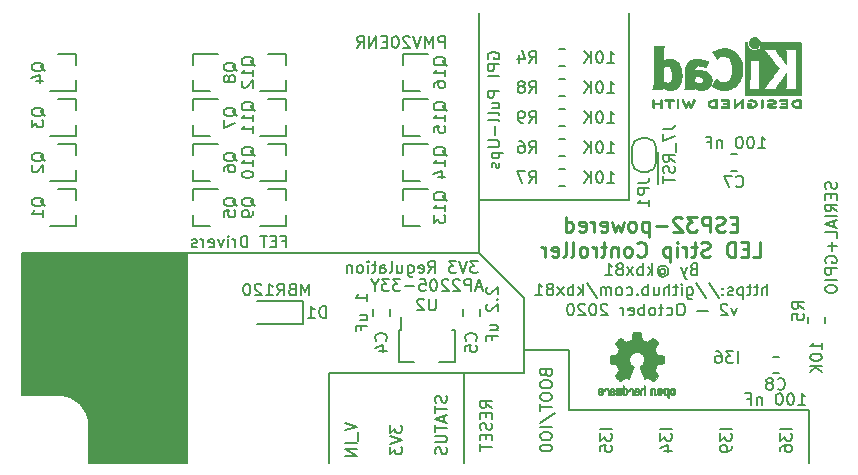
<source format=gbr>
%TF.GenerationSoftware,KiCad,Pcbnew,(5.1.6-0-10_14)*%
%TF.CreationDate,2020-11-11T01:37:45-06:00*%
%TF.ProjectId,kbxLEDController-16ch,6b62784c-4544-4436-9f6e-74726f6c6c65,rev?*%
%TF.SameCoordinates,Original*%
%TF.FileFunction,Legend,Bot*%
%TF.FilePolarity,Positive*%
%FSLAX46Y46*%
G04 Gerber Fmt 4.6, Leading zero omitted, Abs format (unit mm)*
G04 Created by KiCad (PCBNEW (5.1.6-0-10_14)) date 2020-11-11 01:37:45*
%MOMM*%
%LPD*%
G01*
G04 APERTURE LIST*
%ADD10C,1.475000*%
%ADD11C,0.200000*%
%ADD12C,0.250000*%
%ADD13C,0.010000*%
G04 APERTURE END LIST*
D10*
X99060000Y-106045000D02*
G75*
G02*
X102235000Y-109220000I0J-3175000D01*
G01*
D11*
G36*
X109855000Y-112395000D02*
G01*
X101600000Y-112395000D01*
X101600000Y-107950000D01*
X100330000Y-106680000D01*
X95885000Y-106680000D01*
X95885000Y-94615000D01*
X109855000Y-94615000D01*
X109855000Y-112395000D01*
G37*
X109855000Y-112395000D02*
X101600000Y-112395000D01*
X101600000Y-107950000D01*
X100330000Y-106680000D01*
X95885000Y-106680000D01*
X95885000Y-94615000D01*
X109855000Y-94615000D01*
X109855000Y-112395000D01*
X142240000Y-102870000D02*
X138430000Y-102870000D01*
X142240000Y-107950000D02*
X142240000Y-102870000D01*
X162560000Y-107950000D02*
X142240000Y-107950000D01*
X162560000Y-107950000D02*
X162560000Y-112395000D01*
X133350000Y-104775000D02*
X133350000Y-112395000D01*
X134500238Y-95337380D02*
X133881190Y-95337380D01*
X134214523Y-95718333D01*
X134071666Y-95718333D01*
X133976428Y-95765952D01*
X133928809Y-95813571D01*
X133881190Y-95908809D01*
X133881190Y-96146904D01*
X133928809Y-96242142D01*
X133976428Y-96289761D01*
X134071666Y-96337380D01*
X134357380Y-96337380D01*
X134452619Y-96289761D01*
X134500238Y-96242142D01*
X133595476Y-95337380D02*
X133262142Y-96337380D01*
X132928809Y-95337380D01*
X132690714Y-95337380D02*
X132071666Y-95337380D01*
X132405000Y-95718333D01*
X132262142Y-95718333D01*
X132166904Y-95765952D01*
X132119285Y-95813571D01*
X132071666Y-95908809D01*
X132071666Y-96146904D01*
X132119285Y-96242142D01*
X132166904Y-96289761D01*
X132262142Y-96337380D01*
X132547857Y-96337380D01*
X132643095Y-96289761D01*
X132690714Y-96242142D01*
X130309761Y-96337380D02*
X130643095Y-95861190D01*
X130881190Y-96337380D02*
X130881190Y-95337380D01*
X130500238Y-95337380D01*
X130405000Y-95385000D01*
X130357380Y-95432619D01*
X130309761Y-95527857D01*
X130309761Y-95670714D01*
X130357380Y-95765952D01*
X130405000Y-95813571D01*
X130500238Y-95861190D01*
X130881190Y-95861190D01*
X129500238Y-96289761D02*
X129595476Y-96337380D01*
X129785952Y-96337380D01*
X129881190Y-96289761D01*
X129928809Y-96194523D01*
X129928809Y-95813571D01*
X129881190Y-95718333D01*
X129785952Y-95670714D01*
X129595476Y-95670714D01*
X129500238Y-95718333D01*
X129452619Y-95813571D01*
X129452619Y-95908809D01*
X129928809Y-96004047D01*
X128595476Y-95670714D02*
X128595476Y-96480238D01*
X128643095Y-96575476D01*
X128690714Y-96623095D01*
X128785952Y-96670714D01*
X128928809Y-96670714D01*
X129024047Y-96623095D01*
X128595476Y-96289761D02*
X128690714Y-96337380D01*
X128881190Y-96337380D01*
X128976428Y-96289761D01*
X129024047Y-96242142D01*
X129071666Y-96146904D01*
X129071666Y-95861190D01*
X129024047Y-95765952D01*
X128976428Y-95718333D01*
X128881190Y-95670714D01*
X128690714Y-95670714D01*
X128595476Y-95718333D01*
X127690714Y-95670714D02*
X127690714Y-96337380D01*
X128119285Y-95670714D02*
X128119285Y-96194523D01*
X128071666Y-96289761D01*
X127976428Y-96337380D01*
X127833571Y-96337380D01*
X127738333Y-96289761D01*
X127690714Y-96242142D01*
X127071666Y-96337380D02*
X127166904Y-96289761D01*
X127214523Y-96194523D01*
X127214523Y-95337380D01*
X126262142Y-96337380D02*
X126262142Y-95813571D01*
X126309761Y-95718333D01*
X126405000Y-95670714D01*
X126595476Y-95670714D01*
X126690714Y-95718333D01*
X126262142Y-96289761D02*
X126357380Y-96337380D01*
X126595476Y-96337380D01*
X126690714Y-96289761D01*
X126738333Y-96194523D01*
X126738333Y-96099285D01*
X126690714Y-96004047D01*
X126595476Y-95956428D01*
X126357380Y-95956428D01*
X126262142Y-95908809D01*
X125928809Y-95670714D02*
X125547857Y-95670714D01*
X125785952Y-95337380D02*
X125785952Y-96194523D01*
X125738333Y-96289761D01*
X125643095Y-96337380D01*
X125547857Y-96337380D01*
X125214523Y-96337380D02*
X125214523Y-95670714D01*
X125214523Y-95337380D02*
X125262142Y-95385000D01*
X125214523Y-95432619D01*
X125166904Y-95385000D01*
X125214523Y-95337380D01*
X125214523Y-95432619D01*
X124595476Y-96337380D02*
X124690714Y-96289761D01*
X124738333Y-96242142D01*
X124785952Y-96146904D01*
X124785952Y-95861190D01*
X124738333Y-95765952D01*
X124690714Y-95718333D01*
X124595476Y-95670714D01*
X124452619Y-95670714D01*
X124357380Y-95718333D01*
X124309761Y-95765952D01*
X124262142Y-95861190D01*
X124262142Y-96146904D01*
X124309761Y-96242142D01*
X124357380Y-96289761D01*
X124452619Y-96337380D01*
X124595476Y-96337380D01*
X123833571Y-95670714D02*
X123833571Y-96337380D01*
X123833571Y-95765952D02*
X123785952Y-95718333D01*
X123690714Y-95670714D01*
X123547857Y-95670714D01*
X123452619Y-95718333D01*
X123405000Y-95813571D01*
X123405000Y-96337380D01*
X121920000Y-104775000D02*
X121920000Y-112395000D01*
X138430000Y-104775000D02*
X121920000Y-104775000D01*
X138430000Y-98425000D02*
X138430000Y-104775000D01*
X134620000Y-94615000D02*
X138430000Y-98425000D01*
X135390000Y-78216666D02*
X135342380Y-78121428D01*
X135342380Y-77978571D01*
X135390000Y-77835714D01*
X135485238Y-77740476D01*
X135580476Y-77692857D01*
X135770952Y-77645238D01*
X135913809Y-77645238D01*
X136104285Y-77692857D01*
X136199523Y-77740476D01*
X136294761Y-77835714D01*
X136342380Y-77978571D01*
X136342380Y-78073809D01*
X136294761Y-78216666D01*
X136247142Y-78264285D01*
X135913809Y-78264285D01*
X135913809Y-78073809D01*
X136342380Y-78692857D02*
X135342380Y-78692857D01*
X135342380Y-79073809D01*
X135390000Y-79169047D01*
X135437619Y-79216666D01*
X135532857Y-79264285D01*
X135675714Y-79264285D01*
X135770952Y-79216666D01*
X135818571Y-79169047D01*
X135866190Y-79073809D01*
X135866190Y-78692857D01*
X136342380Y-79692857D02*
X135342380Y-79692857D01*
X136342380Y-80930952D02*
X135342380Y-80930952D01*
X135342380Y-81311904D01*
X135390000Y-81407142D01*
X135437619Y-81454761D01*
X135532857Y-81502380D01*
X135675714Y-81502380D01*
X135770952Y-81454761D01*
X135818571Y-81407142D01*
X135866190Y-81311904D01*
X135866190Y-80930952D01*
X135675714Y-82359523D02*
X136342380Y-82359523D01*
X135675714Y-81930952D02*
X136199523Y-81930952D01*
X136294761Y-81978571D01*
X136342380Y-82073809D01*
X136342380Y-82216666D01*
X136294761Y-82311904D01*
X136247142Y-82359523D01*
X136342380Y-82978571D02*
X136294761Y-82883333D01*
X136199523Y-82835714D01*
X135342380Y-82835714D01*
X136342380Y-83502380D02*
X136294761Y-83407142D01*
X136199523Y-83359523D01*
X135342380Y-83359523D01*
X135961428Y-83883333D02*
X135961428Y-84645238D01*
X135342380Y-85121428D02*
X136151904Y-85121428D01*
X136247142Y-85169047D01*
X136294761Y-85216666D01*
X136342380Y-85311904D01*
X136342380Y-85502380D01*
X136294761Y-85597619D01*
X136247142Y-85645238D01*
X136151904Y-85692857D01*
X135342380Y-85692857D01*
X135675714Y-86169047D02*
X136675714Y-86169047D01*
X135723333Y-86169047D02*
X135675714Y-86264285D01*
X135675714Y-86454761D01*
X135723333Y-86550000D01*
X135770952Y-86597619D01*
X135866190Y-86645238D01*
X136151904Y-86645238D01*
X136247142Y-86597619D01*
X136294761Y-86550000D01*
X136342380Y-86454761D01*
X136342380Y-86264285D01*
X136294761Y-86169047D01*
X136294761Y-87026190D02*
X136342380Y-87121428D01*
X136342380Y-87311904D01*
X136294761Y-87407142D01*
X136199523Y-87454761D01*
X136151904Y-87454761D01*
X136056666Y-87407142D01*
X136009047Y-87311904D01*
X136009047Y-87169047D01*
X135961428Y-87073809D01*
X135866190Y-87026190D01*
X135818571Y-87026190D01*
X135723333Y-87073809D01*
X135675714Y-87169047D01*
X135675714Y-87311904D01*
X135723333Y-87407142D01*
X147320000Y-90170000D02*
X147320000Y-74295000D01*
X134620000Y-90170000D02*
X147320000Y-90170000D01*
X117942857Y-93654571D02*
X118276190Y-93654571D01*
X118276190Y-94178380D02*
X118276190Y-93178380D01*
X117800000Y-93178380D01*
X117419047Y-93654571D02*
X117085714Y-93654571D01*
X116942857Y-94178380D02*
X117419047Y-94178380D01*
X117419047Y-93178380D01*
X116942857Y-93178380D01*
X116657142Y-93178380D02*
X116085714Y-93178380D01*
X116371428Y-94178380D02*
X116371428Y-93178380D01*
X114990476Y-94178380D02*
X114990476Y-93178380D01*
X114752380Y-93178380D01*
X114609523Y-93226000D01*
X114514285Y-93321238D01*
X114466666Y-93416476D01*
X114419047Y-93606952D01*
X114419047Y-93749809D01*
X114466666Y-93940285D01*
X114514285Y-94035523D01*
X114609523Y-94130761D01*
X114752380Y-94178380D01*
X114990476Y-94178380D01*
X113990476Y-94178380D02*
X113990476Y-93511714D01*
X113990476Y-93702190D02*
X113942857Y-93606952D01*
X113895238Y-93559333D01*
X113800000Y-93511714D01*
X113704761Y-93511714D01*
X113371428Y-94178380D02*
X113371428Y-93511714D01*
X113371428Y-93178380D02*
X113419047Y-93226000D01*
X113371428Y-93273619D01*
X113323809Y-93226000D01*
X113371428Y-93178380D01*
X113371428Y-93273619D01*
X112990476Y-93511714D02*
X112752380Y-94178380D01*
X112514285Y-93511714D01*
X111752380Y-94130761D02*
X111847619Y-94178380D01*
X112038095Y-94178380D01*
X112133333Y-94130761D01*
X112180952Y-94035523D01*
X112180952Y-93654571D01*
X112133333Y-93559333D01*
X112038095Y-93511714D01*
X111847619Y-93511714D01*
X111752380Y-93559333D01*
X111704761Y-93654571D01*
X111704761Y-93749809D01*
X112180952Y-93845047D01*
X111276190Y-94178380D02*
X111276190Y-93511714D01*
X111276190Y-93702190D02*
X111228571Y-93606952D01*
X111180952Y-93559333D01*
X111085714Y-93511714D01*
X110990476Y-93511714D01*
X110704761Y-94130761D02*
X110609523Y-94178380D01*
X110419047Y-94178380D01*
X110323809Y-94130761D01*
X110276190Y-94035523D01*
X110276190Y-93987904D01*
X110323809Y-93892666D01*
X110419047Y-93845047D01*
X110561904Y-93845047D01*
X110657142Y-93797428D01*
X110704761Y-93702190D01*
X110704761Y-93654571D01*
X110657142Y-93559333D01*
X110561904Y-93511714D01*
X110419047Y-93511714D01*
X110323809Y-93559333D01*
X134620000Y-94615000D02*
X95885000Y-94615000D01*
X134620000Y-74295000D02*
X134620000Y-94615000D01*
D12*
X156486904Y-92193214D02*
X156070238Y-92193214D01*
X155891666Y-92847976D02*
X156486904Y-92847976D01*
X156486904Y-91597976D01*
X155891666Y-91597976D01*
X155415476Y-92788452D02*
X155236904Y-92847976D01*
X154939285Y-92847976D01*
X154820238Y-92788452D01*
X154760714Y-92728928D01*
X154701190Y-92609880D01*
X154701190Y-92490833D01*
X154760714Y-92371785D01*
X154820238Y-92312261D01*
X154939285Y-92252738D01*
X155177380Y-92193214D01*
X155296428Y-92133690D01*
X155355952Y-92074166D01*
X155415476Y-91955119D01*
X155415476Y-91836071D01*
X155355952Y-91717023D01*
X155296428Y-91657500D01*
X155177380Y-91597976D01*
X154879761Y-91597976D01*
X154701190Y-91657500D01*
X154165476Y-92847976D02*
X154165476Y-91597976D01*
X153689285Y-91597976D01*
X153570238Y-91657500D01*
X153510714Y-91717023D01*
X153451190Y-91836071D01*
X153451190Y-92014642D01*
X153510714Y-92133690D01*
X153570238Y-92193214D01*
X153689285Y-92252738D01*
X154165476Y-92252738D01*
X153034523Y-91597976D02*
X152260714Y-91597976D01*
X152677380Y-92074166D01*
X152498809Y-92074166D01*
X152379761Y-92133690D01*
X152320238Y-92193214D01*
X152260714Y-92312261D01*
X152260714Y-92609880D01*
X152320238Y-92728928D01*
X152379761Y-92788452D01*
X152498809Y-92847976D01*
X152855952Y-92847976D01*
X152975000Y-92788452D01*
X153034523Y-92728928D01*
X151784523Y-91717023D02*
X151725000Y-91657500D01*
X151605952Y-91597976D01*
X151308333Y-91597976D01*
X151189285Y-91657500D01*
X151129761Y-91717023D01*
X151070238Y-91836071D01*
X151070238Y-91955119D01*
X151129761Y-92133690D01*
X151844047Y-92847976D01*
X151070238Y-92847976D01*
X150534523Y-92371785D02*
X149582142Y-92371785D01*
X148986904Y-92014642D02*
X148986904Y-93264642D01*
X148986904Y-92074166D02*
X148867857Y-92014642D01*
X148629761Y-92014642D01*
X148510714Y-92074166D01*
X148451190Y-92133690D01*
X148391666Y-92252738D01*
X148391666Y-92609880D01*
X148451190Y-92728928D01*
X148510714Y-92788452D01*
X148629761Y-92847976D01*
X148867857Y-92847976D01*
X148986904Y-92788452D01*
X147677380Y-92847976D02*
X147796428Y-92788452D01*
X147855952Y-92728928D01*
X147915476Y-92609880D01*
X147915476Y-92252738D01*
X147855952Y-92133690D01*
X147796428Y-92074166D01*
X147677380Y-92014642D01*
X147498809Y-92014642D01*
X147379761Y-92074166D01*
X147320238Y-92133690D01*
X147260714Y-92252738D01*
X147260714Y-92609880D01*
X147320238Y-92728928D01*
X147379761Y-92788452D01*
X147498809Y-92847976D01*
X147677380Y-92847976D01*
X146844047Y-92014642D02*
X146605952Y-92847976D01*
X146367857Y-92252738D01*
X146129761Y-92847976D01*
X145891666Y-92014642D01*
X144939285Y-92788452D02*
X145058333Y-92847976D01*
X145296428Y-92847976D01*
X145415476Y-92788452D01*
X145475000Y-92669404D01*
X145475000Y-92193214D01*
X145415476Y-92074166D01*
X145296428Y-92014642D01*
X145058333Y-92014642D01*
X144939285Y-92074166D01*
X144879761Y-92193214D01*
X144879761Y-92312261D01*
X145475000Y-92431309D01*
X144344047Y-92847976D02*
X144344047Y-92014642D01*
X144344047Y-92252738D02*
X144284523Y-92133690D01*
X144225000Y-92074166D01*
X144105952Y-92014642D01*
X143986904Y-92014642D01*
X143094047Y-92788452D02*
X143213095Y-92847976D01*
X143451190Y-92847976D01*
X143570238Y-92788452D01*
X143629761Y-92669404D01*
X143629761Y-92193214D01*
X143570238Y-92074166D01*
X143451190Y-92014642D01*
X143213095Y-92014642D01*
X143094047Y-92074166D01*
X143034523Y-92193214D01*
X143034523Y-92312261D01*
X143629761Y-92431309D01*
X141963095Y-92847976D02*
X141963095Y-91597976D01*
X141963095Y-92788452D02*
X142082142Y-92847976D01*
X142320238Y-92847976D01*
X142439285Y-92788452D01*
X142498809Y-92728928D01*
X142558333Y-92609880D01*
X142558333Y-92252738D01*
X142498809Y-92133690D01*
X142439285Y-92074166D01*
X142320238Y-92014642D01*
X142082142Y-92014642D01*
X141963095Y-92074166D01*
X157826190Y-94972976D02*
X158421428Y-94972976D01*
X158421428Y-93722976D01*
X157409523Y-94318214D02*
X156992857Y-94318214D01*
X156814285Y-94972976D02*
X157409523Y-94972976D01*
X157409523Y-93722976D01*
X156814285Y-93722976D01*
X156278571Y-94972976D02*
X156278571Y-93722976D01*
X155980952Y-93722976D01*
X155802380Y-93782500D01*
X155683333Y-93901547D01*
X155623809Y-94020595D01*
X155564285Y-94258690D01*
X155564285Y-94437261D01*
X155623809Y-94675357D01*
X155683333Y-94794404D01*
X155802380Y-94913452D01*
X155980952Y-94972976D01*
X156278571Y-94972976D01*
X154135714Y-94913452D02*
X153957142Y-94972976D01*
X153659523Y-94972976D01*
X153540476Y-94913452D01*
X153480952Y-94853928D01*
X153421428Y-94734880D01*
X153421428Y-94615833D01*
X153480952Y-94496785D01*
X153540476Y-94437261D01*
X153659523Y-94377738D01*
X153897619Y-94318214D01*
X154016666Y-94258690D01*
X154076190Y-94199166D01*
X154135714Y-94080119D01*
X154135714Y-93961071D01*
X154076190Y-93842023D01*
X154016666Y-93782500D01*
X153897619Y-93722976D01*
X153600000Y-93722976D01*
X153421428Y-93782500D01*
X153064285Y-94139642D02*
X152588095Y-94139642D01*
X152885714Y-93722976D02*
X152885714Y-94794404D01*
X152826190Y-94913452D01*
X152707142Y-94972976D01*
X152588095Y-94972976D01*
X152171428Y-94972976D02*
X152171428Y-94139642D01*
X152171428Y-94377738D02*
X152111904Y-94258690D01*
X152052380Y-94199166D01*
X151933333Y-94139642D01*
X151814285Y-94139642D01*
X151397619Y-94972976D02*
X151397619Y-94139642D01*
X151397619Y-93722976D02*
X151457142Y-93782500D01*
X151397619Y-93842023D01*
X151338095Y-93782500D01*
X151397619Y-93722976D01*
X151397619Y-93842023D01*
X150802380Y-94139642D02*
X150802380Y-95389642D01*
X150802380Y-94199166D02*
X150683333Y-94139642D01*
X150445238Y-94139642D01*
X150326190Y-94199166D01*
X150266666Y-94258690D01*
X150207142Y-94377738D01*
X150207142Y-94734880D01*
X150266666Y-94853928D01*
X150326190Y-94913452D01*
X150445238Y-94972976D01*
X150683333Y-94972976D01*
X150802380Y-94913452D01*
X148004761Y-94853928D02*
X148064285Y-94913452D01*
X148242857Y-94972976D01*
X148361904Y-94972976D01*
X148540476Y-94913452D01*
X148659523Y-94794404D01*
X148719047Y-94675357D01*
X148778571Y-94437261D01*
X148778571Y-94258690D01*
X148719047Y-94020595D01*
X148659523Y-93901547D01*
X148540476Y-93782500D01*
X148361904Y-93722976D01*
X148242857Y-93722976D01*
X148064285Y-93782500D01*
X148004761Y-93842023D01*
X147290476Y-94972976D02*
X147409523Y-94913452D01*
X147469047Y-94853928D01*
X147528571Y-94734880D01*
X147528571Y-94377738D01*
X147469047Y-94258690D01*
X147409523Y-94199166D01*
X147290476Y-94139642D01*
X147111904Y-94139642D01*
X146992857Y-94199166D01*
X146933333Y-94258690D01*
X146873809Y-94377738D01*
X146873809Y-94734880D01*
X146933333Y-94853928D01*
X146992857Y-94913452D01*
X147111904Y-94972976D01*
X147290476Y-94972976D01*
X146338095Y-94139642D02*
X146338095Y-94972976D01*
X146338095Y-94258690D02*
X146278571Y-94199166D01*
X146159523Y-94139642D01*
X145980952Y-94139642D01*
X145861904Y-94199166D01*
X145802380Y-94318214D01*
X145802380Y-94972976D01*
X145385714Y-94139642D02*
X144909523Y-94139642D01*
X145207142Y-93722976D02*
X145207142Y-94794404D01*
X145147619Y-94913452D01*
X145028571Y-94972976D01*
X144909523Y-94972976D01*
X144492857Y-94972976D02*
X144492857Y-94139642D01*
X144492857Y-94377738D02*
X144433333Y-94258690D01*
X144373809Y-94199166D01*
X144254761Y-94139642D01*
X144135714Y-94139642D01*
X143540476Y-94972976D02*
X143659523Y-94913452D01*
X143719047Y-94853928D01*
X143778571Y-94734880D01*
X143778571Y-94377738D01*
X143719047Y-94258690D01*
X143659523Y-94199166D01*
X143540476Y-94139642D01*
X143361904Y-94139642D01*
X143242857Y-94199166D01*
X143183333Y-94258690D01*
X143123809Y-94377738D01*
X143123809Y-94734880D01*
X143183333Y-94853928D01*
X143242857Y-94913452D01*
X143361904Y-94972976D01*
X143540476Y-94972976D01*
X142409523Y-94972976D02*
X142528571Y-94913452D01*
X142588095Y-94794404D01*
X142588095Y-93722976D01*
X141754761Y-94972976D02*
X141873809Y-94913452D01*
X141933333Y-94794404D01*
X141933333Y-93722976D01*
X140802380Y-94913452D02*
X140921428Y-94972976D01*
X141159523Y-94972976D01*
X141278571Y-94913452D01*
X141338095Y-94794404D01*
X141338095Y-94318214D01*
X141278571Y-94199166D01*
X141159523Y-94139642D01*
X140921428Y-94139642D01*
X140802380Y-94199166D01*
X140742857Y-94318214D01*
X140742857Y-94437261D01*
X141338095Y-94556309D01*
X140207142Y-94972976D02*
X140207142Y-94139642D01*
X140207142Y-94377738D02*
X140147619Y-94258690D01*
X140088095Y-94199166D01*
X139969047Y-94139642D01*
X139850000Y-94139642D01*
D11*
X152772619Y-96018571D02*
X152629761Y-96066190D01*
X152582142Y-96113809D01*
X152534523Y-96209047D01*
X152534523Y-96351904D01*
X152582142Y-96447142D01*
X152629761Y-96494761D01*
X152725000Y-96542380D01*
X153105952Y-96542380D01*
X153105952Y-95542380D01*
X152772619Y-95542380D01*
X152677380Y-95590000D01*
X152629761Y-95637619D01*
X152582142Y-95732857D01*
X152582142Y-95828095D01*
X152629761Y-95923333D01*
X152677380Y-95970952D01*
X152772619Y-96018571D01*
X153105952Y-96018571D01*
X152201190Y-95875714D02*
X151963095Y-96542380D01*
X151725000Y-95875714D02*
X151963095Y-96542380D01*
X152058333Y-96780476D01*
X152105952Y-96828095D01*
X152201190Y-96875714D01*
X149963095Y-96066190D02*
X150010714Y-96018571D01*
X150105952Y-95970952D01*
X150201190Y-95970952D01*
X150296428Y-96018571D01*
X150344047Y-96066190D01*
X150391666Y-96161428D01*
X150391666Y-96256666D01*
X150344047Y-96351904D01*
X150296428Y-96399523D01*
X150201190Y-96447142D01*
X150105952Y-96447142D01*
X150010714Y-96399523D01*
X149963095Y-96351904D01*
X149963095Y-95970952D02*
X149963095Y-96351904D01*
X149915476Y-96399523D01*
X149867857Y-96399523D01*
X149772619Y-96351904D01*
X149725000Y-96256666D01*
X149725000Y-96018571D01*
X149820238Y-95875714D01*
X149963095Y-95780476D01*
X150153571Y-95732857D01*
X150344047Y-95780476D01*
X150486904Y-95875714D01*
X150582142Y-96018571D01*
X150629761Y-96209047D01*
X150582142Y-96399523D01*
X150486904Y-96542380D01*
X150344047Y-96637619D01*
X150153571Y-96685238D01*
X149963095Y-96637619D01*
X149820238Y-96542380D01*
X149296428Y-96542380D02*
X149296428Y-95542380D01*
X149201190Y-96161428D02*
X148915476Y-96542380D01*
X148915476Y-95875714D02*
X149296428Y-96256666D01*
X148486904Y-96542380D02*
X148486904Y-95542380D01*
X148486904Y-95923333D02*
X148391666Y-95875714D01*
X148201190Y-95875714D01*
X148105952Y-95923333D01*
X148058333Y-95970952D01*
X148010714Y-96066190D01*
X148010714Y-96351904D01*
X148058333Y-96447142D01*
X148105952Y-96494761D01*
X148201190Y-96542380D01*
X148391666Y-96542380D01*
X148486904Y-96494761D01*
X147677380Y-96542380D02*
X147153571Y-95875714D01*
X147677380Y-95875714D02*
X147153571Y-96542380D01*
X146629761Y-95970952D02*
X146725000Y-95923333D01*
X146772619Y-95875714D01*
X146820238Y-95780476D01*
X146820238Y-95732857D01*
X146772619Y-95637619D01*
X146725000Y-95590000D01*
X146629761Y-95542380D01*
X146439285Y-95542380D01*
X146344047Y-95590000D01*
X146296428Y-95637619D01*
X146248809Y-95732857D01*
X146248809Y-95780476D01*
X146296428Y-95875714D01*
X146344047Y-95923333D01*
X146439285Y-95970952D01*
X146629761Y-95970952D01*
X146725000Y-96018571D01*
X146772619Y-96066190D01*
X146820238Y-96161428D01*
X146820238Y-96351904D01*
X146772619Y-96447142D01*
X146725000Y-96494761D01*
X146629761Y-96542380D01*
X146439285Y-96542380D01*
X146344047Y-96494761D01*
X146296428Y-96447142D01*
X146248809Y-96351904D01*
X146248809Y-96161428D01*
X146296428Y-96066190D01*
X146344047Y-96018571D01*
X146439285Y-95970952D01*
X145296428Y-96542380D02*
X145867857Y-96542380D01*
X145582142Y-96542380D02*
X145582142Y-95542380D01*
X145677380Y-95685238D01*
X145772619Y-95780476D01*
X145867857Y-95828095D01*
X159010714Y-98242380D02*
X159010714Y-97242380D01*
X158582142Y-98242380D02*
X158582142Y-97718571D01*
X158629761Y-97623333D01*
X158725000Y-97575714D01*
X158867857Y-97575714D01*
X158963095Y-97623333D01*
X159010714Y-97670952D01*
X158248809Y-97575714D02*
X157867857Y-97575714D01*
X158105952Y-97242380D02*
X158105952Y-98099523D01*
X158058333Y-98194761D01*
X157963095Y-98242380D01*
X157867857Y-98242380D01*
X157677380Y-97575714D02*
X157296428Y-97575714D01*
X157534523Y-97242380D02*
X157534523Y-98099523D01*
X157486904Y-98194761D01*
X157391666Y-98242380D01*
X157296428Y-98242380D01*
X156963095Y-97575714D02*
X156963095Y-98575714D01*
X156963095Y-97623333D02*
X156867857Y-97575714D01*
X156677380Y-97575714D01*
X156582142Y-97623333D01*
X156534523Y-97670952D01*
X156486904Y-97766190D01*
X156486904Y-98051904D01*
X156534523Y-98147142D01*
X156582142Y-98194761D01*
X156677380Y-98242380D01*
X156867857Y-98242380D01*
X156963095Y-98194761D01*
X156105952Y-98194761D02*
X156010714Y-98242380D01*
X155820238Y-98242380D01*
X155725000Y-98194761D01*
X155677380Y-98099523D01*
X155677380Y-98051904D01*
X155725000Y-97956666D01*
X155820238Y-97909047D01*
X155963095Y-97909047D01*
X156058333Y-97861428D01*
X156105952Y-97766190D01*
X156105952Y-97718571D01*
X156058333Y-97623333D01*
X155963095Y-97575714D01*
X155820238Y-97575714D01*
X155725000Y-97623333D01*
X155248809Y-98147142D02*
X155201190Y-98194761D01*
X155248809Y-98242380D01*
X155296428Y-98194761D01*
X155248809Y-98147142D01*
X155248809Y-98242380D01*
X155248809Y-97623333D02*
X155201190Y-97670952D01*
X155248809Y-97718571D01*
X155296428Y-97670952D01*
X155248809Y-97623333D01*
X155248809Y-97718571D01*
X154058333Y-97194761D02*
X154915476Y-98480476D01*
X153010714Y-97194761D02*
X153867857Y-98480476D01*
X152248809Y-97575714D02*
X152248809Y-98385238D01*
X152296428Y-98480476D01*
X152344047Y-98528095D01*
X152439285Y-98575714D01*
X152582142Y-98575714D01*
X152677380Y-98528095D01*
X152248809Y-98194761D02*
X152344047Y-98242380D01*
X152534523Y-98242380D01*
X152629761Y-98194761D01*
X152677380Y-98147142D01*
X152725000Y-98051904D01*
X152725000Y-97766190D01*
X152677380Y-97670952D01*
X152629761Y-97623333D01*
X152534523Y-97575714D01*
X152344047Y-97575714D01*
X152248809Y-97623333D01*
X151772619Y-98242380D02*
X151772619Y-97575714D01*
X151772619Y-97242380D02*
X151820238Y-97290000D01*
X151772619Y-97337619D01*
X151725000Y-97290000D01*
X151772619Y-97242380D01*
X151772619Y-97337619D01*
X151439285Y-97575714D02*
X151058333Y-97575714D01*
X151296428Y-97242380D02*
X151296428Y-98099523D01*
X151248809Y-98194761D01*
X151153571Y-98242380D01*
X151058333Y-98242380D01*
X150725000Y-98242380D02*
X150725000Y-97242380D01*
X150296428Y-98242380D02*
X150296428Y-97718571D01*
X150344047Y-97623333D01*
X150439285Y-97575714D01*
X150582142Y-97575714D01*
X150677380Y-97623333D01*
X150725000Y-97670952D01*
X149391666Y-97575714D02*
X149391666Y-98242380D01*
X149820238Y-97575714D02*
X149820238Y-98099523D01*
X149772619Y-98194761D01*
X149677380Y-98242380D01*
X149534523Y-98242380D01*
X149439285Y-98194761D01*
X149391666Y-98147142D01*
X148915476Y-98242380D02*
X148915476Y-97242380D01*
X148915476Y-97623333D02*
X148820238Y-97575714D01*
X148629761Y-97575714D01*
X148534523Y-97623333D01*
X148486904Y-97670952D01*
X148439285Y-97766190D01*
X148439285Y-98051904D01*
X148486904Y-98147142D01*
X148534523Y-98194761D01*
X148629761Y-98242380D01*
X148820238Y-98242380D01*
X148915476Y-98194761D01*
X148010714Y-98147142D02*
X147963095Y-98194761D01*
X148010714Y-98242380D01*
X148058333Y-98194761D01*
X148010714Y-98147142D01*
X148010714Y-98242380D01*
X147105952Y-98194761D02*
X147201190Y-98242380D01*
X147391666Y-98242380D01*
X147486904Y-98194761D01*
X147534523Y-98147142D01*
X147582142Y-98051904D01*
X147582142Y-97766190D01*
X147534523Y-97670952D01*
X147486904Y-97623333D01*
X147391666Y-97575714D01*
X147201190Y-97575714D01*
X147105952Y-97623333D01*
X146534523Y-98242380D02*
X146629761Y-98194761D01*
X146677380Y-98147142D01*
X146725000Y-98051904D01*
X146725000Y-97766190D01*
X146677380Y-97670952D01*
X146629761Y-97623333D01*
X146534523Y-97575714D01*
X146391666Y-97575714D01*
X146296428Y-97623333D01*
X146248809Y-97670952D01*
X146201190Y-97766190D01*
X146201190Y-98051904D01*
X146248809Y-98147142D01*
X146296428Y-98194761D01*
X146391666Y-98242380D01*
X146534523Y-98242380D01*
X145772619Y-98242380D02*
X145772619Y-97575714D01*
X145772619Y-97670952D02*
X145725000Y-97623333D01*
X145629761Y-97575714D01*
X145486904Y-97575714D01*
X145391666Y-97623333D01*
X145344047Y-97718571D01*
X145344047Y-98242380D01*
X145344047Y-97718571D02*
X145296428Y-97623333D01*
X145201190Y-97575714D01*
X145058333Y-97575714D01*
X144963095Y-97623333D01*
X144915476Y-97718571D01*
X144915476Y-98242380D01*
X143725000Y-97194761D02*
X144582142Y-98480476D01*
X143391666Y-98242380D02*
X143391666Y-97242380D01*
X143296428Y-97861428D02*
X143010714Y-98242380D01*
X143010714Y-97575714D02*
X143391666Y-97956666D01*
X142582142Y-98242380D02*
X142582142Y-97242380D01*
X142582142Y-97623333D02*
X142486904Y-97575714D01*
X142296428Y-97575714D01*
X142201190Y-97623333D01*
X142153571Y-97670952D01*
X142105952Y-97766190D01*
X142105952Y-98051904D01*
X142153571Y-98147142D01*
X142201190Y-98194761D01*
X142296428Y-98242380D01*
X142486904Y-98242380D01*
X142582142Y-98194761D01*
X141772619Y-98242380D02*
X141248809Y-97575714D01*
X141772619Y-97575714D02*
X141248809Y-98242380D01*
X140725000Y-97670952D02*
X140820238Y-97623333D01*
X140867857Y-97575714D01*
X140915476Y-97480476D01*
X140915476Y-97432857D01*
X140867857Y-97337619D01*
X140820238Y-97290000D01*
X140725000Y-97242380D01*
X140534523Y-97242380D01*
X140439285Y-97290000D01*
X140391666Y-97337619D01*
X140344047Y-97432857D01*
X140344047Y-97480476D01*
X140391666Y-97575714D01*
X140439285Y-97623333D01*
X140534523Y-97670952D01*
X140725000Y-97670952D01*
X140820238Y-97718571D01*
X140867857Y-97766190D01*
X140915476Y-97861428D01*
X140915476Y-98051904D01*
X140867857Y-98147142D01*
X140820238Y-98194761D01*
X140725000Y-98242380D01*
X140534523Y-98242380D01*
X140439285Y-98194761D01*
X140391666Y-98147142D01*
X140344047Y-98051904D01*
X140344047Y-97861428D01*
X140391666Y-97766190D01*
X140439285Y-97718571D01*
X140534523Y-97670952D01*
X139391666Y-98242380D02*
X139963095Y-98242380D01*
X139677380Y-98242380D02*
X139677380Y-97242380D01*
X139772619Y-97385238D01*
X139867857Y-97480476D01*
X139963095Y-97528095D01*
X156439285Y-99275714D02*
X156201190Y-99942380D01*
X155963095Y-99275714D01*
X155629761Y-99037619D02*
X155582142Y-98990000D01*
X155486904Y-98942380D01*
X155248809Y-98942380D01*
X155153571Y-98990000D01*
X155105952Y-99037619D01*
X155058333Y-99132857D01*
X155058333Y-99228095D01*
X155105952Y-99370952D01*
X155677380Y-99942380D01*
X155058333Y-99942380D01*
X153963095Y-99609047D02*
X153105952Y-99609047D01*
X151772619Y-98942380D02*
X151582142Y-98942380D01*
X151486904Y-98990000D01*
X151391666Y-99085238D01*
X151344047Y-99275714D01*
X151344047Y-99609047D01*
X151391666Y-99799523D01*
X151486904Y-99894761D01*
X151582142Y-99942380D01*
X151772619Y-99942380D01*
X151867857Y-99894761D01*
X151963095Y-99799523D01*
X152010714Y-99609047D01*
X152010714Y-99275714D01*
X151963095Y-99085238D01*
X151867857Y-98990000D01*
X151772619Y-98942380D01*
X150486904Y-99894761D02*
X150582142Y-99942380D01*
X150772619Y-99942380D01*
X150867857Y-99894761D01*
X150915476Y-99847142D01*
X150963095Y-99751904D01*
X150963095Y-99466190D01*
X150915476Y-99370952D01*
X150867857Y-99323333D01*
X150772619Y-99275714D01*
X150582142Y-99275714D01*
X150486904Y-99323333D01*
X150201190Y-99275714D02*
X149820238Y-99275714D01*
X150058333Y-98942380D02*
X150058333Y-99799523D01*
X150010714Y-99894761D01*
X149915476Y-99942380D01*
X149820238Y-99942380D01*
X149344047Y-99942380D02*
X149439285Y-99894761D01*
X149486904Y-99847142D01*
X149534523Y-99751904D01*
X149534523Y-99466190D01*
X149486904Y-99370952D01*
X149439285Y-99323333D01*
X149344047Y-99275714D01*
X149201190Y-99275714D01*
X149105952Y-99323333D01*
X149058333Y-99370952D01*
X149010714Y-99466190D01*
X149010714Y-99751904D01*
X149058333Y-99847142D01*
X149105952Y-99894761D01*
X149201190Y-99942380D01*
X149344047Y-99942380D01*
X148582142Y-99942380D02*
X148582142Y-98942380D01*
X148582142Y-99323333D02*
X148486904Y-99275714D01*
X148296428Y-99275714D01*
X148201190Y-99323333D01*
X148153571Y-99370952D01*
X148105952Y-99466190D01*
X148105952Y-99751904D01*
X148153571Y-99847142D01*
X148201190Y-99894761D01*
X148296428Y-99942380D01*
X148486904Y-99942380D01*
X148582142Y-99894761D01*
X147296428Y-99894761D02*
X147391666Y-99942380D01*
X147582142Y-99942380D01*
X147677380Y-99894761D01*
X147725000Y-99799523D01*
X147725000Y-99418571D01*
X147677380Y-99323333D01*
X147582142Y-99275714D01*
X147391666Y-99275714D01*
X147296428Y-99323333D01*
X147248809Y-99418571D01*
X147248809Y-99513809D01*
X147725000Y-99609047D01*
X146820238Y-99942380D02*
X146820238Y-99275714D01*
X146820238Y-99466190D02*
X146772619Y-99370952D01*
X146725000Y-99323333D01*
X146629761Y-99275714D01*
X146534523Y-99275714D01*
X145486904Y-99037619D02*
X145439285Y-98990000D01*
X145344047Y-98942380D01*
X145105952Y-98942380D01*
X145010714Y-98990000D01*
X144963095Y-99037619D01*
X144915476Y-99132857D01*
X144915476Y-99228095D01*
X144963095Y-99370952D01*
X145534523Y-99942380D01*
X144915476Y-99942380D01*
X144296428Y-98942380D02*
X144201190Y-98942380D01*
X144105952Y-98990000D01*
X144058333Y-99037619D01*
X144010714Y-99132857D01*
X143963095Y-99323333D01*
X143963095Y-99561428D01*
X144010714Y-99751904D01*
X144058333Y-99847142D01*
X144105952Y-99894761D01*
X144201190Y-99942380D01*
X144296428Y-99942380D01*
X144391666Y-99894761D01*
X144439285Y-99847142D01*
X144486904Y-99751904D01*
X144534523Y-99561428D01*
X144534523Y-99323333D01*
X144486904Y-99132857D01*
X144439285Y-99037619D01*
X144391666Y-98990000D01*
X144296428Y-98942380D01*
X143582142Y-99037619D02*
X143534523Y-98990000D01*
X143439285Y-98942380D01*
X143201190Y-98942380D01*
X143105952Y-98990000D01*
X143058333Y-99037619D01*
X143010714Y-99132857D01*
X143010714Y-99228095D01*
X143058333Y-99370952D01*
X143629761Y-99942380D01*
X143010714Y-99942380D01*
X142391666Y-98942380D02*
X142296428Y-98942380D01*
X142201190Y-98990000D01*
X142153571Y-99037619D01*
X142105952Y-99132857D01*
X142058333Y-99323333D01*
X142058333Y-99561428D01*
X142105952Y-99751904D01*
X142153571Y-99847142D01*
X142201190Y-99894761D01*
X142296428Y-99942380D01*
X142391666Y-99942380D01*
X142486904Y-99894761D01*
X142534523Y-99847142D01*
X142582142Y-99751904D01*
X142629761Y-99561428D01*
X142629761Y-99323333D01*
X142582142Y-99132857D01*
X142534523Y-99037619D01*
X142486904Y-98990000D01*
X142391666Y-98942380D01*
D13*
%TO.C,REF\u002A\u002A*%
G36*
X158521400Y-76864054D02*
G01*
X158510535Y-76977993D01*
X158478918Y-77085616D01*
X158428015Y-77184615D01*
X158359293Y-77272684D01*
X158274219Y-77347516D01*
X158177232Y-77405384D01*
X158070964Y-77445005D01*
X157963950Y-77463573D01*
X157858300Y-77462434D01*
X157756125Y-77442930D01*
X157659534Y-77406406D01*
X157570638Y-77354205D01*
X157491546Y-77287673D01*
X157424369Y-77208152D01*
X157371217Y-77116987D01*
X157334199Y-77015523D01*
X157315427Y-76905102D01*
X157313489Y-76855206D01*
X157313489Y-76767267D01*
X157261560Y-76767267D01*
X157225253Y-76770111D01*
X157198355Y-76781911D01*
X157171249Y-76805649D01*
X157132867Y-76844031D01*
X157132867Y-79035602D01*
X157132876Y-79297739D01*
X157132908Y-79538241D01*
X157132972Y-79758048D01*
X157133076Y-79958101D01*
X157133227Y-80139344D01*
X157133434Y-80302716D01*
X157133706Y-80449160D01*
X157134050Y-80579617D01*
X157134474Y-80695029D01*
X157134987Y-80796338D01*
X157135597Y-80884484D01*
X157136312Y-80960410D01*
X157137140Y-81025057D01*
X157138089Y-81079367D01*
X157139167Y-81124280D01*
X157140383Y-81160740D01*
X157141745Y-81189687D01*
X157143261Y-81212063D01*
X157144938Y-81228809D01*
X157146786Y-81240868D01*
X157148813Y-81249180D01*
X157151025Y-81254687D01*
X157152108Y-81256537D01*
X157156271Y-81263549D01*
X157159805Y-81269996D01*
X157163635Y-81275900D01*
X157168682Y-81281286D01*
X157175871Y-81286178D01*
X157186123Y-81290598D01*
X157200364Y-81294572D01*
X157219514Y-81298121D01*
X157244499Y-81301270D01*
X157276240Y-81304042D01*
X157315662Y-81306461D01*
X157363686Y-81308551D01*
X157421237Y-81310335D01*
X157489237Y-81311837D01*
X157568610Y-81313080D01*
X157660279Y-81314089D01*
X157765166Y-81314885D01*
X157884196Y-81315494D01*
X158018290Y-81315939D01*
X158168373Y-81316243D01*
X158335367Y-81316430D01*
X158520196Y-81316524D01*
X158723783Y-81316548D01*
X158947050Y-81316525D01*
X159190922Y-81316480D01*
X159456321Y-81316437D01*
X159494704Y-81316432D01*
X159761682Y-81316389D01*
X160007002Y-81316318D01*
X160231583Y-81316213D01*
X160436345Y-81316066D01*
X160622206Y-81315869D01*
X160790088Y-81315616D01*
X160940908Y-81315300D01*
X161075587Y-81314913D01*
X161195044Y-81314447D01*
X161300199Y-81313897D01*
X161391971Y-81313253D01*
X161471279Y-81312511D01*
X161539043Y-81311661D01*
X161596182Y-81310697D01*
X161643617Y-81309611D01*
X161682266Y-81308397D01*
X161713049Y-81307047D01*
X161736885Y-81305555D01*
X161754694Y-81303911D01*
X161767395Y-81302111D01*
X161775908Y-81300145D01*
X161780266Y-81298477D01*
X161788728Y-81294906D01*
X161796497Y-81292270D01*
X161803602Y-81289634D01*
X161810073Y-81286062D01*
X161815939Y-81280621D01*
X161821229Y-81272375D01*
X161825974Y-81260390D01*
X161830202Y-81243731D01*
X161833943Y-81221463D01*
X161837227Y-81192652D01*
X161840083Y-81156363D01*
X161842540Y-81111661D01*
X161844629Y-81057611D01*
X161846378Y-80993279D01*
X161847817Y-80917730D01*
X161848976Y-80830030D01*
X161849883Y-80729243D01*
X161850569Y-80614434D01*
X161851063Y-80484670D01*
X161851395Y-80339015D01*
X161851593Y-80176535D01*
X161851687Y-79996295D01*
X161851708Y-79797360D01*
X161851685Y-79578796D01*
X161851646Y-79339668D01*
X161851622Y-79079040D01*
X161851622Y-79036889D01*
X161851636Y-78773992D01*
X161851661Y-78532732D01*
X161851671Y-78312165D01*
X161851642Y-78111352D01*
X161851548Y-77929349D01*
X161851362Y-77765216D01*
X161851059Y-77618011D01*
X161850614Y-77486792D01*
X161850034Y-77376867D01*
X161547197Y-77376867D01*
X161507407Y-77434711D01*
X161496236Y-77450479D01*
X161486166Y-77464441D01*
X161477138Y-77477784D01*
X161469097Y-77491693D01*
X161461986Y-77507356D01*
X161455747Y-77525958D01*
X161450325Y-77548686D01*
X161445662Y-77576727D01*
X161441701Y-77611267D01*
X161438385Y-77653492D01*
X161435659Y-77704589D01*
X161433464Y-77765744D01*
X161431745Y-77838144D01*
X161430444Y-77922975D01*
X161429505Y-78021422D01*
X161428870Y-78134674D01*
X161428484Y-78263916D01*
X161428288Y-78410334D01*
X161428227Y-78575116D01*
X161428243Y-78759447D01*
X161428280Y-78964513D01*
X161428289Y-79087133D01*
X161428265Y-79304082D01*
X161428231Y-79499642D01*
X161428243Y-79674999D01*
X161428358Y-79831341D01*
X161428630Y-79969857D01*
X161429118Y-80091734D01*
X161429876Y-80198160D01*
X161430962Y-80290322D01*
X161432431Y-80369409D01*
X161434340Y-80436608D01*
X161436744Y-80493107D01*
X161439701Y-80540093D01*
X161443266Y-80578755D01*
X161447495Y-80610280D01*
X161452446Y-80635855D01*
X161458173Y-80656670D01*
X161464733Y-80673911D01*
X161472183Y-80688765D01*
X161480579Y-80702422D01*
X161489976Y-80716069D01*
X161500432Y-80730893D01*
X161506523Y-80739783D01*
X161545296Y-80797400D01*
X161013732Y-80797400D01*
X160890483Y-80797365D01*
X160787987Y-80797215D01*
X160704420Y-80796878D01*
X160637956Y-80796286D01*
X160586771Y-80795367D01*
X160549041Y-80794051D01*
X160522940Y-80792269D01*
X160506644Y-80789951D01*
X160498328Y-80787026D01*
X160496168Y-80783424D01*
X160498339Y-80779075D01*
X160499535Y-80777645D01*
X160524685Y-80740573D01*
X160550583Y-80687772D01*
X160574192Y-80625770D01*
X160582461Y-80599357D01*
X160587078Y-80581416D01*
X160590979Y-80560355D01*
X160594248Y-80534089D01*
X160596966Y-80500532D01*
X160599215Y-80457599D01*
X160601077Y-80403204D01*
X160602636Y-80335262D01*
X160603972Y-80251688D01*
X160605169Y-80150395D01*
X160606308Y-80029300D01*
X160606685Y-79984600D01*
X160607702Y-79859449D01*
X160608460Y-79755082D01*
X160608903Y-79669707D01*
X160608970Y-79601533D01*
X160608605Y-79548765D01*
X160607748Y-79509614D01*
X160606341Y-79482285D01*
X160604325Y-79464986D01*
X160601643Y-79455926D01*
X160598236Y-79453312D01*
X160594044Y-79455351D01*
X160589571Y-79459667D01*
X160579216Y-79472602D01*
X160557158Y-79501676D01*
X160524957Y-79544759D01*
X160484174Y-79599718D01*
X160436370Y-79664423D01*
X160383105Y-79736742D01*
X160325940Y-79814544D01*
X160266437Y-79895698D01*
X160206155Y-79978072D01*
X160146655Y-80059536D01*
X160089498Y-80137957D01*
X160036245Y-80211204D01*
X159988457Y-80277147D01*
X159947693Y-80333654D01*
X159915516Y-80378593D01*
X159893485Y-80409834D01*
X159888917Y-80416466D01*
X159865996Y-80453369D01*
X159839188Y-80501359D01*
X159813789Y-80550897D01*
X159810568Y-80557577D01*
X159788890Y-80605772D01*
X159776304Y-80643334D01*
X159770574Y-80679160D01*
X159769456Y-80721200D01*
X159770090Y-80797400D01*
X158615651Y-80797400D01*
X158706815Y-80703669D01*
X158753612Y-80653775D01*
X158803899Y-80597295D01*
X158849944Y-80543026D01*
X158870369Y-80517673D01*
X158900807Y-80478128D01*
X158940862Y-80424916D01*
X158989361Y-80359667D01*
X159045135Y-80284011D01*
X159107011Y-80199577D01*
X159173819Y-80107994D01*
X159244387Y-80010892D01*
X159317545Y-79909901D01*
X159392121Y-79806650D01*
X159466944Y-79702768D01*
X159540843Y-79599885D01*
X159612646Y-79499631D01*
X159681184Y-79403636D01*
X159745284Y-79313527D01*
X159803775Y-79230936D01*
X159855486Y-79157492D01*
X159899247Y-79094824D01*
X159933885Y-79044561D01*
X159958230Y-79008334D01*
X159971111Y-78987771D01*
X159972869Y-78983668D01*
X159964910Y-78972342D01*
X159944115Y-78945162D01*
X159911847Y-78903829D01*
X159869470Y-78850044D01*
X159818347Y-78785506D01*
X159759841Y-78711918D01*
X159695314Y-78630978D01*
X159626131Y-78544388D01*
X159553653Y-78453848D01*
X159479246Y-78361060D01*
X159419517Y-78286702D01*
X158408511Y-78286702D01*
X158402602Y-78299659D01*
X158388272Y-78321908D01*
X158387225Y-78323391D01*
X158368438Y-78353544D01*
X158348791Y-78390375D01*
X158344892Y-78398511D01*
X158341356Y-78406940D01*
X158338230Y-78417059D01*
X158335486Y-78430260D01*
X158333092Y-78447938D01*
X158331019Y-78471484D01*
X158329235Y-78502293D01*
X158327712Y-78541757D01*
X158326419Y-78591269D01*
X158325326Y-78652223D01*
X158324403Y-78726011D01*
X158323619Y-78814028D01*
X158322945Y-78917665D01*
X158322350Y-79038316D01*
X158321805Y-79177374D01*
X158321279Y-79336232D01*
X158320745Y-79515089D01*
X158320206Y-79700207D01*
X158319772Y-79864145D01*
X158319509Y-80008303D01*
X158319484Y-80134079D01*
X158319765Y-80242871D01*
X158320419Y-80336077D01*
X158321514Y-80415097D01*
X158323118Y-80481328D01*
X158325297Y-80536170D01*
X158328119Y-80581021D01*
X158331651Y-80617278D01*
X158335961Y-80646341D01*
X158341117Y-80669609D01*
X158347185Y-80688479D01*
X158354233Y-80704351D01*
X158362329Y-80718622D01*
X158371540Y-80732691D01*
X158380040Y-80745158D01*
X158397176Y-80771452D01*
X158407322Y-80789037D01*
X158408511Y-80792257D01*
X158397604Y-80793334D01*
X158366411Y-80794335D01*
X158317223Y-80795235D01*
X158252333Y-80796010D01*
X158174030Y-80796637D01*
X158084607Y-80797091D01*
X157986356Y-80797349D01*
X157917445Y-80797400D01*
X157812452Y-80797180D01*
X157715610Y-80796548D01*
X157629107Y-80795549D01*
X157555132Y-80794227D01*
X157495874Y-80792626D01*
X157453520Y-80790791D01*
X157430260Y-80788765D01*
X157426378Y-80787493D01*
X157434076Y-80772591D01*
X157442074Y-80764560D01*
X157455246Y-80747434D01*
X157472485Y-80717183D01*
X157484407Y-80692622D01*
X157511045Y-80633711D01*
X157514120Y-79456845D01*
X157517195Y-78279978D01*
X157962853Y-78279978D01*
X158060670Y-78280142D01*
X158151064Y-78280611D01*
X158231630Y-78281347D01*
X158299962Y-78282316D01*
X158353656Y-78283480D01*
X158390305Y-78284803D01*
X158407504Y-78286249D01*
X158408511Y-78286702D01*
X159419517Y-78286702D01*
X159404270Y-78267722D01*
X159330090Y-78175537D01*
X159258069Y-78086204D01*
X159189569Y-78001424D01*
X159125955Y-77922898D01*
X159068588Y-77852326D01*
X159018833Y-77791409D01*
X158978052Y-77741847D01*
X158960888Y-77721178D01*
X158874596Y-77620516D01*
X158797997Y-77537259D01*
X158729183Y-77469438D01*
X158666248Y-77415089D01*
X158656867Y-77407722D01*
X158617356Y-77377117D01*
X159749116Y-77376867D01*
X159743827Y-77424844D01*
X159747130Y-77482188D01*
X159768661Y-77550463D01*
X159808635Y-77630212D01*
X159853943Y-77702495D01*
X159870161Y-77725140D01*
X159898214Y-77762696D01*
X159936430Y-77813021D01*
X159983137Y-77873973D01*
X160036661Y-77943411D01*
X160095331Y-78019194D01*
X160157475Y-78099180D01*
X160221421Y-78181228D01*
X160285495Y-78263196D01*
X160348027Y-78342943D01*
X160407343Y-78418327D01*
X160461771Y-78487207D01*
X160509639Y-78547442D01*
X160549275Y-78596889D01*
X160579006Y-78633408D01*
X160597161Y-78654858D01*
X160600220Y-78658156D01*
X160603079Y-78650149D01*
X160605293Y-78619855D01*
X160606857Y-78567556D01*
X160607767Y-78493531D01*
X160608020Y-78398063D01*
X160607613Y-78281434D01*
X160606704Y-78161445D01*
X160605382Y-78029333D01*
X160603857Y-77917594D01*
X160601881Y-77824025D01*
X160599206Y-77746419D01*
X160595582Y-77682574D01*
X160590761Y-77630283D01*
X160584494Y-77587344D01*
X160576532Y-77551551D01*
X160566627Y-77520700D01*
X160554531Y-77492586D01*
X160539993Y-77465005D01*
X160525311Y-77439966D01*
X160487314Y-77376867D01*
X161547197Y-77376867D01*
X161850034Y-77376867D01*
X161850001Y-77370617D01*
X161849195Y-77268544D01*
X161848170Y-77179633D01*
X161846900Y-77102941D01*
X161845360Y-77037527D01*
X161843524Y-76982449D01*
X161841367Y-76936765D01*
X161838863Y-76899534D01*
X161835987Y-76869813D01*
X161832713Y-76846662D01*
X161829015Y-76829139D01*
X161824869Y-76816301D01*
X161820247Y-76807208D01*
X161815126Y-76800918D01*
X161809478Y-76796488D01*
X161803279Y-76792978D01*
X161796504Y-76789445D01*
X161790508Y-76785876D01*
X161785275Y-76783300D01*
X161777099Y-76780972D01*
X161764886Y-76778878D01*
X161747541Y-76777007D01*
X161723969Y-76775347D01*
X161693077Y-76773884D01*
X161653768Y-76772608D01*
X161604950Y-76771504D01*
X161545527Y-76770561D01*
X161474404Y-76769767D01*
X161390488Y-76769109D01*
X161292683Y-76768575D01*
X161179894Y-76768153D01*
X161051029Y-76767829D01*
X160904991Y-76767592D01*
X160740686Y-76767430D01*
X160557020Y-76767330D01*
X160352897Y-76767280D01*
X160141753Y-76767267D01*
X158521400Y-76767267D01*
X158521400Y-76864054D01*
G37*
X158521400Y-76864054D02*
X158510535Y-76977993D01*
X158478918Y-77085616D01*
X158428015Y-77184615D01*
X158359293Y-77272684D01*
X158274219Y-77347516D01*
X158177232Y-77405384D01*
X158070964Y-77445005D01*
X157963950Y-77463573D01*
X157858300Y-77462434D01*
X157756125Y-77442930D01*
X157659534Y-77406406D01*
X157570638Y-77354205D01*
X157491546Y-77287673D01*
X157424369Y-77208152D01*
X157371217Y-77116987D01*
X157334199Y-77015523D01*
X157315427Y-76905102D01*
X157313489Y-76855206D01*
X157313489Y-76767267D01*
X157261560Y-76767267D01*
X157225253Y-76770111D01*
X157198355Y-76781911D01*
X157171249Y-76805649D01*
X157132867Y-76844031D01*
X157132867Y-79035602D01*
X157132876Y-79297739D01*
X157132908Y-79538241D01*
X157132972Y-79758048D01*
X157133076Y-79958101D01*
X157133227Y-80139344D01*
X157133434Y-80302716D01*
X157133706Y-80449160D01*
X157134050Y-80579617D01*
X157134474Y-80695029D01*
X157134987Y-80796338D01*
X157135597Y-80884484D01*
X157136312Y-80960410D01*
X157137140Y-81025057D01*
X157138089Y-81079367D01*
X157139167Y-81124280D01*
X157140383Y-81160740D01*
X157141745Y-81189687D01*
X157143261Y-81212063D01*
X157144938Y-81228809D01*
X157146786Y-81240868D01*
X157148813Y-81249180D01*
X157151025Y-81254687D01*
X157152108Y-81256537D01*
X157156271Y-81263549D01*
X157159805Y-81269996D01*
X157163635Y-81275900D01*
X157168682Y-81281286D01*
X157175871Y-81286178D01*
X157186123Y-81290598D01*
X157200364Y-81294572D01*
X157219514Y-81298121D01*
X157244499Y-81301270D01*
X157276240Y-81304042D01*
X157315662Y-81306461D01*
X157363686Y-81308551D01*
X157421237Y-81310335D01*
X157489237Y-81311837D01*
X157568610Y-81313080D01*
X157660279Y-81314089D01*
X157765166Y-81314885D01*
X157884196Y-81315494D01*
X158018290Y-81315939D01*
X158168373Y-81316243D01*
X158335367Y-81316430D01*
X158520196Y-81316524D01*
X158723783Y-81316548D01*
X158947050Y-81316525D01*
X159190922Y-81316480D01*
X159456321Y-81316437D01*
X159494704Y-81316432D01*
X159761682Y-81316389D01*
X160007002Y-81316318D01*
X160231583Y-81316213D01*
X160436345Y-81316066D01*
X160622206Y-81315869D01*
X160790088Y-81315616D01*
X160940908Y-81315300D01*
X161075587Y-81314913D01*
X161195044Y-81314447D01*
X161300199Y-81313897D01*
X161391971Y-81313253D01*
X161471279Y-81312511D01*
X161539043Y-81311661D01*
X161596182Y-81310697D01*
X161643617Y-81309611D01*
X161682266Y-81308397D01*
X161713049Y-81307047D01*
X161736885Y-81305555D01*
X161754694Y-81303911D01*
X161767395Y-81302111D01*
X161775908Y-81300145D01*
X161780266Y-81298477D01*
X161788728Y-81294906D01*
X161796497Y-81292270D01*
X161803602Y-81289634D01*
X161810073Y-81286062D01*
X161815939Y-81280621D01*
X161821229Y-81272375D01*
X161825974Y-81260390D01*
X161830202Y-81243731D01*
X161833943Y-81221463D01*
X161837227Y-81192652D01*
X161840083Y-81156363D01*
X161842540Y-81111661D01*
X161844629Y-81057611D01*
X161846378Y-80993279D01*
X161847817Y-80917730D01*
X161848976Y-80830030D01*
X161849883Y-80729243D01*
X161850569Y-80614434D01*
X161851063Y-80484670D01*
X161851395Y-80339015D01*
X161851593Y-80176535D01*
X161851687Y-79996295D01*
X161851708Y-79797360D01*
X161851685Y-79578796D01*
X161851646Y-79339668D01*
X161851622Y-79079040D01*
X161851622Y-79036889D01*
X161851636Y-78773992D01*
X161851661Y-78532732D01*
X161851671Y-78312165D01*
X161851642Y-78111352D01*
X161851548Y-77929349D01*
X161851362Y-77765216D01*
X161851059Y-77618011D01*
X161850614Y-77486792D01*
X161850034Y-77376867D01*
X161547197Y-77376867D01*
X161507407Y-77434711D01*
X161496236Y-77450479D01*
X161486166Y-77464441D01*
X161477138Y-77477784D01*
X161469097Y-77491693D01*
X161461986Y-77507356D01*
X161455747Y-77525958D01*
X161450325Y-77548686D01*
X161445662Y-77576727D01*
X161441701Y-77611267D01*
X161438385Y-77653492D01*
X161435659Y-77704589D01*
X161433464Y-77765744D01*
X161431745Y-77838144D01*
X161430444Y-77922975D01*
X161429505Y-78021422D01*
X161428870Y-78134674D01*
X161428484Y-78263916D01*
X161428288Y-78410334D01*
X161428227Y-78575116D01*
X161428243Y-78759447D01*
X161428280Y-78964513D01*
X161428289Y-79087133D01*
X161428265Y-79304082D01*
X161428231Y-79499642D01*
X161428243Y-79674999D01*
X161428358Y-79831341D01*
X161428630Y-79969857D01*
X161429118Y-80091734D01*
X161429876Y-80198160D01*
X161430962Y-80290322D01*
X161432431Y-80369409D01*
X161434340Y-80436608D01*
X161436744Y-80493107D01*
X161439701Y-80540093D01*
X161443266Y-80578755D01*
X161447495Y-80610280D01*
X161452446Y-80635855D01*
X161458173Y-80656670D01*
X161464733Y-80673911D01*
X161472183Y-80688765D01*
X161480579Y-80702422D01*
X161489976Y-80716069D01*
X161500432Y-80730893D01*
X161506523Y-80739783D01*
X161545296Y-80797400D01*
X161013732Y-80797400D01*
X160890483Y-80797365D01*
X160787987Y-80797215D01*
X160704420Y-80796878D01*
X160637956Y-80796286D01*
X160586771Y-80795367D01*
X160549041Y-80794051D01*
X160522940Y-80792269D01*
X160506644Y-80789951D01*
X160498328Y-80787026D01*
X160496168Y-80783424D01*
X160498339Y-80779075D01*
X160499535Y-80777645D01*
X160524685Y-80740573D01*
X160550583Y-80687772D01*
X160574192Y-80625770D01*
X160582461Y-80599357D01*
X160587078Y-80581416D01*
X160590979Y-80560355D01*
X160594248Y-80534089D01*
X160596966Y-80500532D01*
X160599215Y-80457599D01*
X160601077Y-80403204D01*
X160602636Y-80335262D01*
X160603972Y-80251688D01*
X160605169Y-80150395D01*
X160606308Y-80029300D01*
X160606685Y-79984600D01*
X160607702Y-79859449D01*
X160608460Y-79755082D01*
X160608903Y-79669707D01*
X160608970Y-79601533D01*
X160608605Y-79548765D01*
X160607748Y-79509614D01*
X160606341Y-79482285D01*
X160604325Y-79464986D01*
X160601643Y-79455926D01*
X160598236Y-79453312D01*
X160594044Y-79455351D01*
X160589571Y-79459667D01*
X160579216Y-79472602D01*
X160557158Y-79501676D01*
X160524957Y-79544759D01*
X160484174Y-79599718D01*
X160436370Y-79664423D01*
X160383105Y-79736742D01*
X160325940Y-79814544D01*
X160266437Y-79895698D01*
X160206155Y-79978072D01*
X160146655Y-80059536D01*
X160089498Y-80137957D01*
X160036245Y-80211204D01*
X159988457Y-80277147D01*
X159947693Y-80333654D01*
X159915516Y-80378593D01*
X159893485Y-80409834D01*
X159888917Y-80416466D01*
X159865996Y-80453369D01*
X159839188Y-80501359D01*
X159813789Y-80550897D01*
X159810568Y-80557577D01*
X159788890Y-80605772D01*
X159776304Y-80643334D01*
X159770574Y-80679160D01*
X159769456Y-80721200D01*
X159770090Y-80797400D01*
X158615651Y-80797400D01*
X158706815Y-80703669D01*
X158753612Y-80653775D01*
X158803899Y-80597295D01*
X158849944Y-80543026D01*
X158870369Y-80517673D01*
X158900807Y-80478128D01*
X158940862Y-80424916D01*
X158989361Y-80359667D01*
X159045135Y-80284011D01*
X159107011Y-80199577D01*
X159173819Y-80107994D01*
X159244387Y-80010892D01*
X159317545Y-79909901D01*
X159392121Y-79806650D01*
X159466944Y-79702768D01*
X159540843Y-79599885D01*
X159612646Y-79499631D01*
X159681184Y-79403636D01*
X159745284Y-79313527D01*
X159803775Y-79230936D01*
X159855486Y-79157492D01*
X159899247Y-79094824D01*
X159933885Y-79044561D01*
X159958230Y-79008334D01*
X159971111Y-78987771D01*
X159972869Y-78983668D01*
X159964910Y-78972342D01*
X159944115Y-78945162D01*
X159911847Y-78903829D01*
X159869470Y-78850044D01*
X159818347Y-78785506D01*
X159759841Y-78711918D01*
X159695314Y-78630978D01*
X159626131Y-78544388D01*
X159553653Y-78453848D01*
X159479246Y-78361060D01*
X159419517Y-78286702D01*
X158408511Y-78286702D01*
X158402602Y-78299659D01*
X158388272Y-78321908D01*
X158387225Y-78323391D01*
X158368438Y-78353544D01*
X158348791Y-78390375D01*
X158344892Y-78398511D01*
X158341356Y-78406940D01*
X158338230Y-78417059D01*
X158335486Y-78430260D01*
X158333092Y-78447938D01*
X158331019Y-78471484D01*
X158329235Y-78502293D01*
X158327712Y-78541757D01*
X158326419Y-78591269D01*
X158325326Y-78652223D01*
X158324403Y-78726011D01*
X158323619Y-78814028D01*
X158322945Y-78917665D01*
X158322350Y-79038316D01*
X158321805Y-79177374D01*
X158321279Y-79336232D01*
X158320745Y-79515089D01*
X158320206Y-79700207D01*
X158319772Y-79864145D01*
X158319509Y-80008303D01*
X158319484Y-80134079D01*
X158319765Y-80242871D01*
X158320419Y-80336077D01*
X158321514Y-80415097D01*
X158323118Y-80481328D01*
X158325297Y-80536170D01*
X158328119Y-80581021D01*
X158331651Y-80617278D01*
X158335961Y-80646341D01*
X158341117Y-80669609D01*
X158347185Y-80688479D01*
X158354233Y-80704351D01*
X158362329Y-80718622D01*
X158371540Y-80732691D01*
X158380040Y-80745158D01*
X158397176Y-80771452D01*
X158407322Y-80789037D01*
X158408511Y-80792257D01*
X158397604Y-80793334D01*
X158366411Y-80794335D01*
X158317223Y-80795235D01*
X158252333Y-80796010D01*
X158174030Y-80796637D01*
X158084607Y-80797091D01*
X157986356Y-80797349D01*
X157917445Y-80797400D01*
X157812452Y-80797180D01*
X157715610Y-80796548D01*
X157629107Y-80795549D01*
X157555132Y-80794227D01*
X157495874Y-80792626D01*
X157453520Y-80790791D01*
X157430260Y-80788765D01*
X157426378Y-80787493D01*
X157434076Y-80772591D01*
X157442074Y-80764560D01*
X157455246Y-80747434D01*
X157472485Y-80717183D01*
X157484407Y-80692622D01*
X157511045Y-80633711D01*
X157514120Y-79456845D01*
X157517195Y-78279978D01*
X157962853Y-78279978D01*
X158060670Y-78280142D01*
X158151064Y-78280611D01*
X158231630Y-78281347D01*
X158299962Y-78282316D01*
X158353656Y-78283480D01*
X158390305Y-78284803D01*
X158407504Y-78286249D01*
X158408511Y-78286702D01*
X159419517Y-78286702D01*
X159404270Y-78267722D01*
X159330090Y-78175537D01*
X159258069Y-78086204D01*
X159189569Y-78001424D01*
X159125955Y-77922898D01*
X159068588Y-77852326D01*
X159018833Y-77791409D01*
X158978052Y-77741847D01*
X158960888Y-77721178D01*
X158874596Y-77620516D01*
X158797997Y-77537259D01*
X158729183Y-77469438D01*
X158666248Y-77415089D01*
X158656867Y-77407722D01*
X158617356Y-77377117D01*
X159749116Y-77376867D01*
X159743827Y-77424844D01*
X159747130Y-77482188D01*
X159768661Y-77550463D01*
X159808635Y-77630212D01*
X159853943Y-77702495D01*
X159870161Y-77725140D01*
X159898214Y-77762696D01*
X159936430Y-77813021D01*
X159983137Y-77873973D01*
X160036661Y-77943411D01*
X160095331Y-78019194D01*
X160157475Y-78099180D01*
X160221421Y-78181228D01*
X160285495Y-78263196D01*
X160348027Y-78342943D01*
X160407343Y-78418327D01*
X160461771Y-78487207D01*
X160509639Y-78547442D01*
X160549275Y-78596889D01*
X160579006Y-78633408D01*
X160597161Y-78654858D01*
X160600220Y-78658156D01*
X160603079Y-78650149D01*
X160605293Y-78619855D01*
X160606857Y-78567556D01*
X160607767Y-78493531D01*
X160608020Y-78398063D01*
X160607613Y-78281434D01*
X160606704Y-78161445D01*
X160605382Y-78029333D01*
X160603857Y-77917594D01*
X160601881Y-77824025D01*
X160599206Y-77746419D01*
X160595582Y-77682574D01*
X160590761Y-77630283D01*
X160584494Y-77587344D01*
X160576532Y-77551551D01*
X160566627Y-77520700D01*
X160554531Y-77492586D01*
X160539993Y-77465005D01*
X160525311Y-77439966D01*
X160487314Y-77376867D01*
X161547197Y-77376867D01*
X161850034Y-77376867D01*
X161850001Y-77370617D01*
X161849195Y-77268544D01*
X161848170Y-77179633D01*
X161846900Y-77102941D01*
X161845360Y-77037527D01*
X161843524Y-76982449D01*
X161841367Y-76936765D01*
X161838863Y-76899534D01*
X161835987Y-76869813D01*
X161832713Y-76846662D01*
X161829015Y-76829139D01*
X161824869Y-76816301D01*
X161820247Y-76807208D01*
X161815126Y-76800918D01*
X161809478Y-76796488D01*
X161803279Y-76792978D01*
X161796504Y-76789445D01*
X161790508Y-76785876D01*
X161785275Y-76783300D01*
X161777099Y-76780972D01*
X161764886Y-76778878D01*
X161747541Y-76777007D01*
X161723969Y-76775347D01*
X161693077Y-76773884D01*
X161653768Y-76772608D01*
X161604950Y-76771504D01*
X161545527Y-76770561D01*
X161474404Y-76769767D01*
X161390488Y-76769109D01*
X161292683Y-76768575D01*
X161179894Y-76768153D01*
X161051029Y-76767829D01*
X160904991Y-76767592D01*
X160740686Y-76767430D01*
X160557020Y-76767330D01*
X160352897Y-76767280D01*
X160141753Y-76767267D01*
X158521400Y-76767267D01*
X158521400Y-76864054D01*
G36*
X155246571Y-77324071D02*
G01*
X155086430Y-77345245D01*
X154922490Y-77385385D01*
X154752687Y-77444889D01*
X154574957Y-77524154D01*
X154563690Y-77529699D01*
X154505995Y-77557725D01*
X154454448Y-77581802D01*
X154412809Y-77600249D01*
X154384838Y-77611386D01*
X154375267Y-77613933D01*
X154356050Y-77618941D01*
X154351439Y-77623147D01*
X154356542Y-77633580D01*
X154372582Y-77659868D01*
X154397712Y-77699257D01*
X154430086Y-77748991D01*
X154467857Y-77806315D01*
X154509178Y-77868476D01*
X154552202Y-77932718D01*
X154595083Y-77996285D01*
X154635974Y-78056425D01*
X154673029Y-78110380D01*
X154704400Y-78155397D01*
X154728241Y-78188721D01*
X154742706Y-78207597D01*
X154744691Y-78209787D01*
X154754809Y-78205138D01*
X154777150Y-78187962D01*
X154807720Y-78161440D01*
X154823464Y-78146964D01*
X154919953Y-78071682D01*
X155026664Y-78016241D01*
X155142168Y-77981141D01*
X155265038Y-77966880D01*
X155334439Y-77968051D01*
X155455577Y-77985212D01*
X155564795Y-78021094D01*
X155662418Y-78075959D01*
X155748772Y-78150070D01*
X155824185Y-78243688D01*
X155888982Y-78357076D01*
X155926399Y-78443667D01*
X155970252Y-78579366D01*
X156002572Y-78726850D01*
X156023443Y-78882314D01*
X156032949Y-79041956D01*
X156031173Y-79201973D01*
X156018197Y-79358561D01*
X155994106Y-79507918D01*
X155958982Y-79646240D01*
X155912908Y-79769724D01*
X155896627Y-79803978D01*
X155828380Y-79918064D01*
X155747921Y-80014557D01*
X155656430Y-80092670D01*
X155555089Y-80151617D01*
X155445080Y-80190612D01*
X155327585Y-80208868D01*
X155286117Y-80210211D01*
X155164559Y-80199290D01*
X155044122Y-80166474D01*
X154926334Y-80112439D01*
X154812723Y-80037865D01*
X154721315Y-79959539D01*
X154674785Y-79915008D01*
X154493517Y-80212271D01*
X154448420Y-80286433D01*
X154407181Y-80354646D01*
X154371265Y-80414459D01*
X154342134Y-80463420D01*
X154321250Y-80499079D01*
X154310076Y-80518984D01*
X154308625Y-80522079D01*
X154316854Y-80531718D01*
X154342433Y-80548999D01*
X154382127Y-80572283D01*
X154432703Y-80599934D01*
X154490926Y-80630315D01*
X154553563Y-80661790D01*
X154617379Y-80692722D01*
X154679140Y-80721473D01*
X154735612Y-80746408D01*
X154783562Y-80765889D01*
X154807014Y-80774318D01*
X154940779Y-80812133D01*
X155078673Y-80837136D01*
X155226378Y-80850140D01*
X155353167Y-80852468D01*
X155421122Y-80851373D01*
X155486723Y-80849275D01*
X155544153Y-80846434D01*
X155587597Y-80843106D01*
X155601702Y-80841422D01*
X155740716Y-80812587D01*
X155882243Y-80767468D01*
X156019725Y-80708750D01*
X156146606Y-80639120D01*
X156224111Y-80586441D01*
X156351519Y-80478239D01*
X156469822Y-80351671D01*
X156576828Y-80209866D01*
X156670348Y-80055951D01*
X156748190Y-79893053D01*
X156792044Y-79775756D01*
X156842292Y-79592128D01*
X156875791Y-79397581D01*
X156892551Y-79196325D01*
X156892584Y-78992568D01*
X156875899Y-78790521D01*
X156842507Y-78594392D01*
X156792420Y-78408391D01*
X156788603Y-78396803D01*
X156725719Y-78234750D01*
X156648972Y-78086832D01*
X156555758Y-77948865D01*
X156443473Y-77816661D01*
X156399608Y-77771399D01*
X156263466Y-77647457D01*
X156123509Y-77544915D01*
X155977589Y-77462656D01*
X155823558Y-77399564D01*
X155659268Y-77354523D01*
X155563711Y-77337033D01*
X155404977Y-77321466D01*
X155246571Y-77324071D01*
G37*
X155246571Y-77324071D02*
X155086430Y-77345245D01*
X154922490Y-77385385D01*
X154752687Y-77444889D01*
X154574957Y-77524154D01*
X154563690Y-77529699D01*
X154505995Y-77557725D01*
X154454448Y-77581802D01*
X154412809Y-77600249D01*
X154384838Y-77611386D01*
X154375267Y-77613933D01*
X154356050Y-77618941D01*
X154351439Y-77623147D01*
X154356542Y-77633580D01*
X154372582Y-77659868D01*
X154397712Y-77699257D01*
X154430086Y-77748991D01*
X154467857Y-77806315D01*
X154509178Y-77868476D01*
X154552202Y-77932718D01*
X154595083Y-77996285D01*
X154635974Y-78056425D01*
X154673029Y-78110380D01*
X154704400Y-78155397D01*
X154728241Y-78188721D01*
X154742706Y-78207597D01*
X154744691Y-78209787D01*
X154754809Y-78205138D01*
X154777150Y-78187962D01*
X154807720Y-78161440D01*
X154823464Y-78146964D01*
X154919953Y-78071682D01*
X155026664Y-78016241D01*
X155142168Y-77981141D01*
X155265038Y-77966880D01*
X155334439Y-77968051D01*
X155455577Y-77985212D01*
X155564795Y-78021094D01*
X155662418Y-78075959D01*
X155748772Y-78150070D01*
X155824185Y-78243688D01*
X155888982Y-78357076D01*
X155926399Y-78443667D01*
X155970252Y-78579366D01*
X156002572Y-78726850D01*
X156023443Y-78882314D01*
X156032949Y-79041956D01*
X156031173Y-79201973D01*
X156018197Y-79358561D01*
X155994106Y-79507918D01*
X155958982Y-79646240D01*
X155912908Y-79769724D01*
X155896627Y-79803978D01*
X155828380Y-79918064D01*
X155747921Y-80014557D01*
X155656430Y-80092670D01*
X155555089Y-80151617D01*
X155445080Y-80190612D01*
X155327585Y-80208868D01*
X155286117Y-80210211D01*
X155164559Y-80199290D01*
X155044122Y-80166474D01*
X154926334Y-80112439D01*
X154812723Y-80037865D01*
X154721315Y-79959539D01*
X154674785Y-79915008D01*
X154493517Y-80212271D01*
X154448420Y-80286433D01*
X154407181Y-80354646D01*
X154371265Y-80414459D01*
X154342134Y-80463420D01*
X154321250Y-80499079D01*
X154310076Y-80518984D01*
X154308625Y-80522079D01*
X154316854Y-80531718D01*
X154342433Y-80548999D01*
X154382127Y-80572283D01*
X154432703Y-80599934D01*
X154490926Y-80630315D01*
X154553563Y-80661790D01*
X154617379Y-80692722D01*
X154679140Y-80721473D01*
X154735612Y-80746408D01*
X154783562Y-80765889D01*
X154807014Y-80774318D01*
X154940779Y-80812133D01*
X155078673Y-80837136D01*
X155226378Y-80850140D01*
X155353167Y-80852468D01*
X155421122Y-80851373D01*
X155486723Y-80849275D01*
X155544153Y-80846434D01*
X155587597Y-80843106D01*
X155601702Y-80841422D01*
X155740716Y-80812587D01*
X155882243Y-80767468D01*
X156019725Y-80708750D01*
X156146606Y-80639120D01*
X156224111Y-80586441D01*
X156351519Y-80478239D01*
X156469822Y-80351671D01*
X156576828Y-80209866D01*
X156670348Y-80055951D01*
X156748190Y-79893053D01*
X156792044Y-79775756D01*
X156842292Y-79592128D01*
X156875791Y-79397581D01*
X156892551Y-79196325D01*
X156892584Y-78992568D01*
X156875899Y-78790521D01*
X156842507Y-78594392D01*
X156792420Y-78408391D01*
X156788603Y-78396803D01*
X156725719Y-78234750D01*
X156648972Y-78086832D01*
X156555758Y-77948865D01*
X156443473Y-77816661D01*
X156399608Y-77771399D01*
X156263466Y-77647457D01*
X156123509Y-77544915D01*
X155977589Y-77462656D01*
X155823558Y-77399564D01*
X155659268Y-77354523D01*
X155563711Y-77337033D01*
X155404977Y-77321466D01*
X155246571Y-77324071D01*
G36*
X152901426Y-78241552D02*
G01*
X152749508Y-78261567D01*
X152614244Y-78295202D01*
X152494761Y-78342725D01*
X152390185Y-78404405D01*
X152312576Y-78467965D01*
X152243735Y-78542099D01*
X152189994Y-78621871D01*
X152147090Y-78714091D01*
X152131616Y-78757161D01*
X152118756Y-78796142D01*
X152107554Y-78832289D01*
X152097880Y-78867434D01*
X152089604Y-78903410D01*
X152082597Y-78942050D01*
X152076728Y-78985185D01*
X152071869Y-79034649D01*
X152067890Y-79092273D01*
X152064660Y-79159891D01*
X152062051Y-79239334D01*
X152059933Y-79332436D01*
X152058176Y-79441027D01*
X152056651Y-79566942D01*
X152055228Y-79712012D01*
X152053975Y-79854778D01*
X152052649Y-80010968D01*
X152051444Y-80146239D01*
X152050234Y-80262246D01*
X152048894Y-80360645D01*
X152047300Y-80443093D01*
X152045325Y-80511246D01*
X152042844Y-80566760D01*
X152039731Y-80611292D01*
X152035862Y-80646498D01*
X152031111Y-80674034D01*
X152025352Y-80695556D01*
X152018461Y-80712722D01*
X152010311Y-80727186D01*
X152000777Y-80740606D01*
X151989734Y-80754638D01*
X151985434Y-80760071D01*
X151969614Y-80782910D01*
X151962578Y-80798463D01*
X151962556Y-80798922D01*
X151973433Y-80801121D01*
X152004418Y-80803147D01*
X152053043Y-80804942D01*
X152116837Y-80806451D01*
X152193331Y-80807616D01*
X152280056Y-80808380D01*
X152374543Y-80808686D01*
X152385450Y-80808689D01*
X152808343Y-80808689D01*
X152811605Y-80712622D01*
X152814867Y-80616556D01*
X152876956Y-80667543D01*
X152974286Y-80735057D01*
X153084187Y-80789749D01*
X153170651Y-80819978D01*
X153239722Y-80834666D01*
X153323075Y-80844659D01*
X153412841Y-80849646D01*
X153501155Y-80849313D01*
X153580149Y-80843351D01*
X153616378Y-80837638D01*
X153756397Y-80799776D01*
X153882822Y-80744932D01*
X153994740Y-80673924D01*
X154091238Y-80587568D01*
X154171400Y-80486679D01*
X154234313Y-80372076D01*
X154278688Y-80245984D01*
X154291022Y-80189401D01*
X154298632Y-80127202D01*
X154302261Y-80052363D01*
X154302755Y-80018467D01*
X154302690Y-80015282D01*
X153542752Y-80015282D01*
X153533459Y-80090333D01*
X153505272Y-80154160D01*
X153456803Y-80209798D01*
X153451746Y-80214211D01*
X153403452Y-80249037D01*
X153351743Y-80271620D01*
X153291011Y-80283540D01*
X153215648Y-80286383D01*
X153197541Y-80285978D01*
X153143722Y-80283325D01*
X153103692Y-80277909D01*
X153068676Y-80267745D01*
X153029897Y-80250850D01*
X153019255Y-80245672D01*
X152958604Y-80209844D01*
X152911785Y-80167212D01*
X152899048Y-80151973D01*
X152854378Y-80095462D01*
X152854378Y-79899586D01*
X152854914Y-79820939D01*
X152856604Y-79762988D01*
X152859572Y-79723875D01*
X152863943Y-79701741D01*
X152868028Y-79695274D01*
X152883953Y-79692111D01*
X152917736Y-79689488D01*
X152964660Y-79687655D01*
X153020007Y-79686857D01*
X153028894Y-79686842D01*
X153149670Y-79692096D01*
X153252340Y-79708263D01*
X153338894Y-79735961D01*
X153411319Y-79775808D01*
X153466249Y-79822758D01*
X153510796Y-79880645D01*
X153535520Y-79943693D01*
X153542752Y-80015282D01*
X154302690Y-80015282D01*
X154300822Y-79924712D01*
X154292478Y-79845812D01*
X154276232Y-79774590D01*
X154250595Y-79703864D01*
X154226599Y-79651493D01*
X154167980Y-79556196D01*
X154089883Y-79468170D01*
X153994685Y-79389017D01*
X153884762Y-79320340D01*
X153762490Y-79263741D01*
X153630245Y-79220821D01*
X153565578Y-79205882D01*
X153429396Y-79183777D01*
X153280951Y-79169194D01*
X153129495Y-79162813D01*
X153002936Y-79164445D01*
X152841050Y-79171224D01*
X152848470Y-79112245D01*
X152867762Y-79013092D01*
X152898896Y-78932372D01*
X152942731Y-78869466D01*
X153000129Y-78823756D01*
X153071952Y-78794622D01*
X153159059Y-78781447D01*
X153262314Y-78783611D01*
X153300289Y-78787612D01*
X153441480Y-78812780D01*
X153578293Y-78853814D01*
X153672822Y-78891815D01*
X153717982Y-78911190D01*
X153756415Y-78926760D01*
X153782766Y-78936405D01*
X153790454Y-78938452D01*
X153800198Y-78929374D01*
X153816917Y-78900405D01*
X153840768Y-78851217D01*
X153871907Y-78781484D01*
X153910493Y-78690879D01*
X153917090Y-78675089D01*
X153947147Y-78602772D01*
X153974126Y-78537425D01*
X153996864Y-78481906D01*
X154014194Y-78439072D01*
X154024952Y-78411781D01*
X154028059Y-78402942D01*
X154018060Y-78398187D01*
X153991783Y-78392910D01*
X153963511Y-78389231D01*
X153933354Y-78384474D01*
X153885567Y-78375028D01*
X153824388Y-78361820D01*
X153754054Y-78345776D01*
X153678806Y-78327820D01*
X153650245Y-78320797D01*
X153545184Y-78295209D01*
X153457520Y-78275147D01*
X153382932Y-78259969D01*
X153317097Y-78249035D01*
X153255693Y-78241704D01*
X153194398Y-78237335D01*
X153128890Y-78235287D01*
X153070872Y-78234889D01*
X152901426Y-78241552D01*
G37*
X152901426Y-78241552D02*
X152749508Y-78261567D01*
X152614244Y-78295202D01*
X152494761Y-78342725D01*
X152390185Y-78404405D01*
X152312576Y-78467965D01*
X152243735Y-78542099D01*
X152189994Y-78621871D01*
X152147090Y-78714091D01*
X152131616Y-78757161D01*
X152118756Y-78796142D01*
X152107554Y-78832289D01*
X152097880Y-78867434D01*
X152089604Y-78903410D01*
X152082597Y-78942050D01*
X152076728Y-78985185D01*
X152071869Y-79034649D01*
X152067890Y-79092273D01*
X152064660Y-79159891D01*
X152062051Y-79239334D01*
X152059933Y-79332436D01*
X152058176Y-79441027D01*
X152056651Y-79566942D01*
X152055228Y-79712012D01*
X152053975Y-79854778D01*
X152052649Y-80010968D01*
X152051444Y-80146239D01*
X152050234Y-80262246D01*
X152048894Y-80360645D01*
X152047300Y-80443093D01*
X152045325Y-80511246D01*
X152042844Y-80566760D01*
X152039731Y-80611292D01*
X152035862Y-80646498D01*
X152031111Y-80674034D01*
X152025352Y-80695556D01*
X152018461Y-80712722D01*
X152010311Y-80727186D01*
X152000777Y-80740606D01*
X151989734Y-80754638D01*
X151985434Y-80760071D01*
X151969614Y-80782910D01*
X151962578Y-80798463D01*
X151962556Y-80798922D01*
X151973433Y-80801121D01*
X152004418Y-80803147D01*
X152053043Y-80804942D01*
X152116837Y-80806451D01*
X152193331Y-80807616D01*
X152280056Y-80808380D01*
X152374543Y-80808686D01*
X152385450Y-80808689D01*
X152808343Y-80808689D01*
X152811605Y-80712622D01*
X152814867Y-80616556D01*
X152876956Y-80667543D01*
X152974286Y-80735057D01*
X153084187Y-80789749D01*
X153170651Y-80819978D01*
X153239722Y-80834666D01*
X153323075Y-80844659D01*
X153412841Y-80849646D01*
X153501155Y-80849313D01*
X153580149Y-80843351D01*
X153616378Y-80837638D01*
X153756397Y-80799776D01*
X153882822Y-80744932D01*
X153994740Y-80673924D01*
X154091238Y-80587568D01*
X154171400Y-80486679D01*
X154234313Y-80372076D01*
X154278688Y-80245984D01*
X154291022Y-80189401D01*
X154298632Y-80127202D01*
X154302261Y-80052363D01*
X154302755Y-80018467D01*
X154302690Y-80015282D01*
X153542752Y-80015282D01*
X153533459Y-80090333D01*
X153505272Y-80154160D01*
X153456803Y-80209798D01*
X153451746Y-80214211D01*
X153403452Y-80249037D01*
X153351743Y-80271620D01*
X153291011Y-80283540D01*
X153215648Y-80286383D01*
X153197541Y-80285978D01*
X153143722Y-80283325D01*
X153103692Y-80277909D01*
X153068676Y-80267745D01*
X153029897Y-80250850D01*
X153019255Y-80245672D01*
X152958604Y-80209844D01*
X152911785Y-80167212D01*
X152899048Y-80151973D01*
X152854378Y-80095462D01*
X152854378Y-79899586D01*
X152854914Y-79820939D01*
X152856604Y-79762988D01*
X152859572Y-79723875D01*
X152863943Y-79701741D01*
X152868028Y-79695274D01*
X152883953Y-79692111D01*
X152917736Y-79689488D01*
X152964660Y-79687655D01*
X153020007Y-79686857D01*
X153028894Y-79686842D01*
X153149670Y-79692096D01*
X153252340Y-79708263D01*
X153338894Y-79735961D01*
X153411319Y-79775808D01*
X153466249Y-79822758D01*
X153510796Y-79880645D01*
X153535520Y-79943693D01*
X153542752Y-80015282D01*
X154302690Y-80015282D01*
X154300822Y-79924712D01*
X154292478Y-79845812D01*
X154276232Y-79774590D01*
X154250595Y-79703864D01*
X154226599Y-79651493D01*
X154167980Y-79556196D01*
X154089883Y-79468170D01*
X153994685Y-79389017D01*
X153884762Y-79320340D01*
X153762490Y-79263741D01*
X153630245Y-79220821D01*
X153565578Y-79205882D01*
X153429396Y-79183777D01*
X153280951Y-79169194D01*
X153129495Y-79162813D01*
X153002936Y-79164445D01*
X152841050Y-79171224D01*
X152848470Y-79112245D01*
X152867762Y-79013092D01*
X152898896Y-78932372D01*
X152942731Y-78869466D01*
X153000129Y-78823756D01*
X153071952Y-78794622D01*
X153159059Y-78781447D01*
X153262314Y-78783611D01*
X153300289Y-78787612D01*
X153441480Y-78812780D01*
X153578293Y-78853814D01*
X153672822Y-78891815D01*
X153717982Y-78911190D01*
X153756415Y-78926760D01*
X153782766Y-78936405D01*
X153790454Y-78938452D01*
X153800198Y-78929374D01*
X153816917Y-78900405D01*
X153840768Y-78851217D01*
X153871907Y-78781484D01*
X153910493Y-78690879D01*
X153917090Y-78675089D01*
X153947147Y-78602772D01*
X153974126Y-78537425D01*
X153996864Y-78481906D01*
X154014194Y-78439072D01*
X154024952Y-78411781D01*
X154028059Y-78402942D01*
X154018060Y-78398187D01*
X153991783Y-78392910D01*
X153963511Y-78389231D01*
X153933354Y-78384474D01*
X153885567Y-78375028D01*
X153824388Y-78361820D01*
X153754054Y-78345776D01*
X153678806Y-78327820D01*
X153650245Y-78320797D01*
X153545184Y-78295209D01*
X153457520Y-78275147D01*
X153382932Y-78259969D01*
X153317097Y-78249035D01*
X153255693Y-78241704D01*
X153194398Y-78237335D01*
X153128890Y-78235287D01*
X153070872Y-78234889D01*
X152901426Y-78241552D01*
G36*
X149388493Y-78847245D02*
G01*
X149388474Y-79081662D01*
X149388448Y-79294603D01*
X149388375Y-79487168D01*
X149388218Y-79660459D01*
X149387936Y-79815576D01*
X149387491Y-79953620D01*
X149386844Y-80075692D01*
X149385955Y-80182894D01*
X149384787Y-80276326D01*
X149383299Y-80357090D01*
X149381454Y-80426286D01*
X149379211Y-80485015D01*
X149376531Y-80534379D01*
X149373377Y-80575478D01*
X149369708Y-80609413D01*
X149365487Y-80637286D01*
X149360673Y-80660198D01*
X149355227Y-80679249D01*
X149349112Y-80695540D01*
X149342288Y-80710173D01*
X149334715Y-80724249D01*
X149326355Y-80738868D01*
X149321161Y-80747974D01*
X149286896Y-80808689D01*
X150145045Y-80808689D01*
X150145045Y-80712733D01*
X150145776Y-80669370D01*
X150147728Y-80636205D01*
X150150537Y-80618424D01*
X150151779Y-80616778D01*
X150163201Y-80623662D01*
X150185916Y-80641505D01*
X150208615Y-80660879D01*
X150263200Y-80701614D01*
X150332679Y-80742617D01*
X150409730Y-80780123D01*
X150487035Y-80810364D01*
X150517887Y-80820012D01*
X150586384Y-80834578D01*
X150669236Y-80844539D01*
X150758629Y-80849583D01*
X150846752Y-80849396D01*
X150925793Y-80843666D01*
X150963489Y-80837858D01*
X151101586Y-80799797D01*
X151228887Y-80742073D01*
X151344708Y-80665211D01*
X151448363Y-80569739D01*
X151539167Y-80456179D01*
X151605969Y-80345381D01*
X151660836Y-80228625D01*
X151702837Y-80109276D01*
X151732833Y-79983283D01*
X151751689Y-79846594D01*
X151760268Y-79695158D01*
X151760994Y-79617711D01*
X151758900Y-79560934D01*
X150929783Y-79560934D01*
X150929576Y-79654002D01*
X150926663Y-79741692D01*
X150921000Y-79818772D01*
X150912545Y-79880009D01*
X150909962Y-79892350D01*
X150878160Y-79999633D01*
X150836502Y-80086658D01*
X150784637Y-80153642D01*
X150722219Y-80200805D01*
X150648900Y-80228365D01*
X150564331Y-80236541D01*
X150468165Y-80225551D01*
X150404689Y-80209829D01*
X150355546Y-80191639D01*
X150301417Y-80165791D01*
X150260756Y-80142089D01*
X150190200Y-80095721D01*
X150190200Y-78945530D01*
X150257608Y-78901962D01*
X150336133Y-78861040D01*
X150420319Y-78834389D01*
X150505443Y-78822465D01*
X150586784Y-78825722D01*
X150659620Y-78844615D01*
X150691574Y-78860184D01*
X150749499Y-78903181D01*
X150798456Y-78959953D01*
X150839610Y-79032575D01*
X150874126Y-79123121D01*
X150903167Y-79233666D01*
X150904448Y-79239533D01*
X150914619Y-79301788D01*
X150922261Y-79379594D01*
X150927330Y-79467720D01*
X150929783Y-79560934D01*
X151758900Y-79560934D01*
X151753143Y-79404895D01*
X151731198Y-79209059D01*
X151695214Y-79030332D01*
X151645241Y-78868845D01*
X151581332Y-78724726D01*
X151503538Y-78598106D01*
X151411911Y-78489115D01*
X151306503Y-78397883D01*
X151261338Y-78366932D01*
X151160389Y-78310785D01*
X151057099Y-78271174D01*
X150947011Y-78247014D01*
X150825670Y-78237219D01*
X150733164Y-78238265D01*
X150603510Y-78249231D01*
X150490916Y-78271046D01*
X150392125Y-78304714D01*
X150303879Y-78351236D01*
X150255014Y-78385448D01*
X150225647Y-78407362D01*
X150203957Y-78422333D01*
X150195747Y-78426733D01*
X150194132Y-78415904D01*
X150192841Y-78385251D01*
X150191862Y-78337526D01*
X150191183Y-78275479D01*
X150190790Y-78201862D01*
X150190670Y-78119427D01*
X150190812Y-78030925D01*
X150191203Y-77939107D01*
X150191829Y-77846724D01*
X150192680Y-77756528D01*
X150193740Y-77671271D01*
X150194999Y-77593703D01*
X150196444Y-77526576D01*
X150198062Y-77472641D01*
X150199839Y-77434650D01*
X150200331Y-77427667D01*
X150207908Y-77357251D01*
X150219469Y-77302102D01*
X150237208Y-77254981D01*
X150263318Y-77208647D01*
X150269585Y-77199067D01*
X150294017Y-77162378D01*
X149388689Y-77162378D01*
X149388493Y-78847245D01*
G37*
X149388493Y-78847245D02*
X149388474Y-79081662D01*
X149388448Y-79294603D01*
X149388375Y-79487168D01*
X149388218Y-79660459D01*
X149387936Y-79815576D01*
X149387491Y-79953620D01*
X149386844Y-80075692D01*
X149385955Y-80182894D01*
X149384787Y-80276326D01*
X149383299Y-80357090D01*
X149381454Y-80426286D01*
X149379211Y-80485015D01*
X149376531Y-80534379D01*
X149373377Y-80575478D01*
X149369708Y-80609413D01*
X149365487Y-80637286D01*
X149360673Y-80660198D01*
X149355227Y-80679249D01*
X149349112Y-80695540D01*
X149342288Y-80710173D01*
X149334715Y-80724249D01*
X149326355Y-80738868D01*
X149321161Y-80747974D01*
X149286896Y-80808689D01*
X150145045Y-80808689D01*
X150145045Y-80712733D01*
X150145776Y-80669370D01*
X150147728Y-80636205D01*
X150150537Y-80618424D01*
X150151779Y-80616778D01*
X150163201Y-80623662D01*
X150185916Y-80641505D01*
X150208615Y-80660879D01*
X150263200Y-80701614D01*
X150332679Y-80742617D01*
X150409730Y-80780123D01*
X150487035Y-80810364D01*
X150517887Y-80820012D01*
X150586384Y-80834578D01*
X150669236Y-80844539D01*
X150758629Y-80849583D01*
X150846752Y-80849396D01*
X150925793Y-80843666D01*
X150963489Y-80837858D01*
X151101586Y-80799797D01*
X151228887Y-80742073D01*
X151344708Y-80665211D01*
X151448363Y-80569739D01*
X151539167Y-80456179D01*
X151605969Y-80345381D01*
X151660836Y-80228625D01*
X151702837Y-80109276D01*
X151732833Y-79983283D01*
X151751689Y-79846594D01*
X151760268Y-79695158D01*
X151760994Y-79617711D01*
X151758900Y-79560934D01*
X150929783Y-79560934D01*
X150929576Y-79654002D01*
X150926663Y-79741692D01*
X150921000Y-79818772D01*
X150912545Y-79880009D01*
X150909962Y-79892350D01*
X150878160Y-79999633D01*
X150836502Y-80086658D01*
X150784637Y-80153642D01*
X150722219Y-80200805D01*
X150648900Y-80228365D01*
X150564331Y-80236541D01*
X150468165Y-80225551D01*
X150404689Y-80209829D01*
X150355546Y-80191639D01*
X150301417Y-80165791D01*
X150260756Y-80142089D01*
X150190200Y-80095721D01*
X150190200Y-78945530D01*
X150257608Y-78901962D01*
X150336133Y-78861040D01*
X150420319Y-78834389D01*
X150505443Y-78822465D01*
X150586784Y-78825722D01*
X150659620Y-78844615D01*
X150691574Y-78860184D01*
X150749499Y-78903181D01*
X150798456Y-78959953D01*
X150839610Y-79032575D01*
X150874126Y-79123121D01*
X150903167Y-79233666D01*
X150904448Y-79239533D01*
X150914619Y-79301788D01*
X150922261Y-79379594D01*
X150927330Y-79467720D01*
X150929783Y-79560934D01*
X151758900Y-79560934D01*
X151753143Y-79404895D01*
X151731198Y-79209059D01*
X151695214Y-79030332D01*
X151645241Y-78868845D01*
X151581332Y-78724726D01*
X151503538Y-78598106D01*
X151411911Y-78489115D01*
X151306503Y-78397883D01*
X151261338Y-78366932D01*
X151160389Y-78310785D01*
X151057099Y-78271174D01*
X150947011Y-78247014D01*
X150825670Y-78237219D01*
X150733164Y-78238265D01*
X150603510Y-78249231D01*
X150490916Y-78271046D01*
X150392125Y-78304714D01*
X150303879Y-78351236D01*
X150255014Y-78385448D01*
X150225647Y-78407362D01*
X150203957Y-78422333D01*
X150195747Y-78426733D01*
X150194132Y-78415904D01*
X150192841Y-78385251D01*
X150191862Y-78337526D01*
X150191183Y-78275479D01*
X150190790Y-78201862D01*
X150190670Y-78119427D01*
X150190812Y-78030925D01*
X150191203Y-77939107D01*
X150191829Y-77846724D01*
X150192680Y-77756528D01*
X150193740Y-77671271D01*
X150194999Y-77593703D01*
X150196444Y-77526576D01*
X150198062Y-77472641D01*
X150199839Y-77434650D01*
X150200331Y-77427667D01*
X150207908Y-77357251D01*
X150219469Y-77302102D01*
X150237208Y-77254981D01*
X150263318Y-77208647D01*
X150269585Y-77199067D01*
X150294017Y-77162378D01*
X149388689Y-77162378D01*
X149388493Y-78847245D01*
G36*
X157848043Y-76401571D02*
G01*
X157751768Y-76425809D01*
X157665184Y-76468641D01*
X157590373Y-76528419D01*
X157529418Y-76603494D01*
X157484399Y-76692220D01*
X157458136Y-76788530D01*
X157452286Y-76885795D01*
X157467140Y-76979654D01*
X157500840Y-77067511D01*
X157551528Y-77146770D01*
X157617345Y-77214836D01*
X157696434Y-77269112D01*
X157786934Y-77307002D01*
X157838200Y-77319426D01*
X157882698Y-77326947D01*
X157916999Y-77329919D01*
X157949960Y-77328094D01*
X157990434Y-77321225D01*
X158023531Y-77314250D01*
X158116947Y-77282741D01*
X158200619Y-77231617D01*
X158272665Y-77162429D01*
X158331200Y-77076728D01*
X158345148Y-77049489D01*
X158361586Y-77013122D01*
X158371894Y-76982582D01*
X158377460Y-76950450D01*
X158379669Y-76909307D01*
X158379948Y-76863222D01*
X158375861Y-76778865D01*
X158362446Y-76709586D01*
X158337256Y-76648961D01*
X158297846Y-76590567D01*
X158259298Y-76546302D01*
X158187406Y-76480484D01*
X158112313Y-76435053D01*
X158029562Y-76407850D01*
X157951928Y-76397576D01*
X157848043Y-76401571D01*
G37*
X157848043Y-76401571D02*
X157751768Y-76425809D01*
X157665184Y-76468641D01*
X157590373Y-76528419D01*
X157529418Y-76603494D01*
X157484399Y-76692220D01*
X157458136Y-76788530D01*
X157452286Y-76885795D01*
X157467140Y-76979654D01*
X157500840Y-77067511D01*
X157551528Y-77146770D01*
X157617345Y-77214836D01*
X157696434Y-77269112D01*
X157786934Y-77307002D01*
X157838200Y-77319426D01*
X157882698Y-77326947D01*
X157916999Y-77329919D01*
X157949960Y-77328094D01*
X157990434Y-77321225D01*
X158023531Y-77314250D01*
X158116947Y-77282741D01*
X158200619Y-77231617D01*
X158272665Y-77162429D01*
X158331200Y-77076728D01*
X158345148Y-77049489D01*
X158361586Y-77013122D01*
X158371894Y-76982582D01*
X158377460Y-76950450D01*
X158379669Y-76909307D01*
X158379948Y-76863222D01*
X158375861Y-76778865D01*
X158362446Y-76709586D01*
X158337256Y-76648961D01*
X158297846Y-76590567D01*
X158259298Y-76546302D01*
X158187406Y-76480484D01*
X158112313Y-76435053D01*
X158029562Y-76407850D01*
X157951928Y-76397576D01*
X157848043Y-76401571D01*
G36*
X161696371Y-81644066D02*
G01*
X161656889Y-81644467D01*
X161541200Y-81647259D01*
X161444311Y-81655550D01*
X161362919Y-81670232D01*
X161293723Y-81692193D01*
X161233420Y-81722322D01*
X161178708Y-81761510D01*
X161159167Y-81778532D01*
X161126750Y-81818363D01*
X161097520Y-81872413D01*
X161074991Y-81932323D01*
X161062679Y-81989739D01*
X161061400Y-82010956D01*
X161069417Y-82069769D01*
X161090899Y-82134013D01*
X161121999Y-82194821D01*
X161158866Y-82243330D01*
X161164854Y-82249182D01*
X161215579Y-82290321D01*
X161271125Y-82322435D01*
X161334696Y-82346365D01*
X161409494Y-82362953D01*
X161498722Y-82373041D01*
X161605582Y-82377469D01*
X161654528Y-82377845D01*
X161716762Y-82377545D01*
X161760528Y-82376292D01*
X161789931Y-82373554D01*
X161809079Y-82368801D01*
X161822077Y-82361501D01*
X161829045Y-82355267D01*
X161835626Y-82347694D01*
X161840788Y-82337924D01*
X161844703Y-82323340D01*
X161847543Y-82301326D01*
X161849480Y-82269264D01*
X161850684Y-82224536D01*
X161851328Y-82164526D01*
X161851583Y-82086617D01*
X161851622Y-82010956D01*
X161851870Y-81910041D01*
X161851817Y-81829427D01*
X161850857Y-81790822D01*
X161704867Y-81790822D01*
X161704867Y-82231089D01*
X161611734Y-82231004D01*
X161555693Y-82229396D01*
X161496999Y-82225256D01*
X161448028Y-82219464D01*
X161446538Y-82219226D01*
X161367392Y-82200090D01*
X161306002Y-82170287D01*
X161259305Y-82127878D01*
X161229635Y-82081961D01*
X161211353Y-82031026D01*
X161212771Y-81983200D01*
X161233988Y-81931933D01*
X161275489Y-81878899D01*
X161332998Y-81839600D01*
X161407750Y-81813331D01*
X161457708Y-81804035D01*
X161514416Y-81797507D01*
X161574519Y-81792782D01*
X161625639Y-81790817D01*
X161628667Y-81790808D01*
X161704867Y-81790822D01*
X161850857Y-81790822D01*
X161850260Y-81766851D01*
X161845998Y-81720055D01*
X161837830Y-81686778D01*
X161824556Y-81664759D01*
X161804974Y-81651739D01*
X161777883Y-81645457D01*
X161742082Y-81643653D01*
X161696371Y-81644066D01*
G37*
X161696371Y-81644066D02*
X161656889Y-81644467D01*
X161541200Y-81647259D01*
X161444311Y-81655550D01*
X161362919Y-81670232D01*
X161293723Y-81692193D01*
X161233420Y-81722322D01*
X161178708Y-81761510D01*
X161159167Y-81778532D01*
X161126750Y-81818363D01*
X161097520Y-81872413D01*
X161074991Y-81932323D01*
X161062679Y-81989739D01*
X161061400Y-82010956D01*
X161069417Y-82069769D01*
X161090899Y-82134013D01*
X161121999Y-82194821D01*
X161158866Y-82243330D01*
X161164854Y-82249182D01*
X161215579Y-82290321D01*
X161271125Y-82322435D01*
X161334696Y-82346365D01*
X161409494Y-82362953D01*
X161498722Y-82373041D01*
X161605582Y-82377469D01*
X161654528Y-82377845D01*
X161716762Y-82377545D01*
X161760528Y-82376292D01*
X161789931Y-82373554D01*
X161809079Y-82368801D01*
X161822077Y-82361501D01*
X161829045Y-82355267D01*
X161835626Y-82347694D01*
X161840788Y-82337924D01*
X161844703Y-82323340D01*
X161847543Y-82301326D01*
X161849480Y-82269264D01*
X161850684Y-82224536D01*
X161851328Y-82164526D01*
X161851583Y-82086617D01*
X161851622Y-82010956D01*
X161851870Y-81910041D01*
X161851817Y-81829427D01*
X161850857Y-81790822D01*
X161704867Y-81790822D01*
X161704867Y-82231089D01*
X161611734Y-82231004D01*
X161555693Y-82229396D01*
X161496999Y-82225256D01*
X161448028Y-82219464D01*
X161446538Y-82219226D01*
X161367392Y-82200090D01*
X161306002Y-82170287D01*
X161259305Y-82127878D01*
X161229635Y-82081961D01*
X161211353Y-82031026D01*
X161212771Y-81983200D01*
X161233988Y-81931933D01*
X161275489Y-81878899D01*
X161332998Y-81839600D01*
X161407750Y-81813331D01*
X161457708Y-81804035D01*
X161514416Y-81797507D01*
X161574519Y-81792782D01*
X161625639Y-81790817D01*
X161628667Y-81790808D01*
X161704867Y-81790822D01*
X161850857Y-81790822D01*
X161850260Y-81766851D01*
X161845998Y-81720055D01*
X161837830Y-81686778D01*
X161824556Y-81664759D01*
X161804974Y-81651739D01*
X161777883Y-81645457D01*
X161742082Y-81643653D01*
X161696371Y-81644066D01*
G36*
X160287794Y-81644146D02*
G01*
X160218386Y-81644518D01*
X160165997Y-81645385D01*
X160127847Y-81646946D01*
X160101159Y-81649403D01*
X160083153Y-81652957D01*
X160071049Y-81657810D01*
X160062069Y-81664161D01*
X160058818Y-81667084D01*
X160039043Y-81698142D01*
X160035482Y-81733828D01*
X160048491Y-81765510D01*
X160054506Y-81771913D01*
X160064235Y-81778121D01*
X160079901Y-81782910D01*
X160104408Y-81786514D01*
X160140661Y-81789164D01*
X160191565Y-81791095D01*
X160260026Y-81792539D01*
X160322617Y-81793418D01*
X160570334Y-81796467D01*
X160573719Y-81861378D01*
X160577105Y-81926289D01*
X160408958Y-81926289D01*
X160335959Y-81926919D01*
X160282517Y-81929553D01*
X160245628Y-81935309D01*
X160222288Y-81945304D01*
X160209494Y-81960656D01*
X160204242Y-81982482D01*
X160203445Y-82002738D01*
X160205923Y-82027592D01*
X160215277Y-82045906D01*
X160234383Y-82058637D01*
X160266118Y-82066741D01*
X160313359Y-82071176D01*
X160378983Y-82072899D01*
X160414801Y-82073045D01*
X160575978Y-82073045D01*
X160575978Y-82231089D01*
X160327622Y-82231089D01*
X160246213Y-82231202D01*
X160184342Y-82231712D01*
X160138968Y-82232870D01*
X160107054Y-82234930D01*
X160085559Y-82238146D01*
X160071443Y-82242772D01*
X160061668Y-82249059D01*
X160056689Y-82253667D01*
X160039610Y-82280560D01*
X160034111Y-82304467D01*
X160041963Y-82333667D01*
X160056689Y-82355267D01*
X160064546Y-82362066D01*
X160074688Y-82367346D01*
X160089844Y-82371298D01*
X160112741Y-82374113D01*
X160146109Y-82375982D01*
X160192675Y-82377098D01*
X160255167Y-82377651D01*
X160336314Y-82377833D01*
X160378422Y-82377845D01*
X160468598Y-82377765D01*
X160538924Y-82377398D01*
X160592129Y-82376552D01*
X160630940Y-82375036D01*
X160658087Y-82372659D01*
X160676298Y-82369229D01*
X160688300Y-82364554D01*
X160696822Y-82358444D01*
X160700156Y-82355267D01*
X160706755Y-82347670D01*
X160711927Y-82337870D01*
X160715846Y-82323239D01*
X160718684Y-82301152D01*
X160720615Y-82268982D01*
X160721812Y-82224103D01*
X160722448Y-82163889D01*
X160722697Y-82085713D01*
X160722734Y-82012923D01*
X160722700Y-81919707D01*
X160722465Y-81846431D01*
X160721830Y-81790458D01*
X160720594Y-81749151D01*
X160718556Y-81719872D01*
X160715517Y-81699984D01*
X160711277Y-81686850D01*
X160705635Y-81677832D01*
X160698391Y-81670293D01*
X160696606Y-81668612D01*
X160687945Y-81661172D01*
X160677882Y-81655409D01*
X160663625Y-81651112D01*
X160642383Y-81648064D01*
X160611364Y-81646051D01*
X160567777Y-81644860D01*
X160508831Y-81644275D01*
X160431734Y-81644083D01*
X160377001Y-81644067D01*
X160287794Y-81644146D01*
G37*
X160287794Y-81644146D02*
X160218386Y-81644518D01*
X160165997Y-81645385D01*
X160127847Y-81646946D01*
X160101159Y-81649403D01*
X160083153Y-81652957D01*
X160071049Y-81657810D01*
X160062069Y-81664161D01*
X160058818Y-81667084D01*
X160039043Y-81698142D01*
X160035482Y-81733828D01*
X160048491Y-81765510D01*
X160054506Y-81771913D01*
X160064235Y-81778121D01*
X160079901Y-81782910D01*
X160104408Y-81786514D01*
X160140661Y-81789164D01*
X160191565Y-81791095D01*
X160260026Y-81792539D01*
X160322617Y-81793418D01*
X160570334Y-81796467D01*
X160573719Y-81861378D01*
X160577105Y-81926289D01*
X160408958Y-81926289D01*
X160335959Y-81926919D01*
X160282517Y-81929553D01*
X160245628Y-81935309D01*
X160222288Y-81945304D01*
X160209494Y-81960656D01*
X160204242Y-81982482D01*
X160203445Y-82002738D01*
X160205923Y-82027592D01*
X160215277Y-82045906D01*
X160234383Y-82058637D01*
X160266118Y-82066741D01*
X160313359Y-82071176D01*
X160378983Y-82072899D01*
X160414801Y-82073045D01*
X160575978Y-82073045D01*
X160575978Y-82231089D01*
X160327622Y-82231089D01*
X160246213Y-82231202D01*
X160184342Y-82231712D01*
X160138968Y-82232870D01*
X160107054Y-82234930D01*
X160085559Y-82238146D01*
X160071443Y-82242772D01*
X160061668Y-82249059D01*
X160056689Y-82253667D01*
X160039610Y-82280560D01*
X160034111Y-82304467D01*
X160041963Y-82333667D01*
X160056689Y-82355267D01*
X160064546Y-82362066D01*
X160074688Y-82367346D01*
X160089844Y-82371298D01*
X160112741Y-82374113D01*
X160146109Y-82375982D01*
X160192675Y-82377098D01*
X160255167Y-82377651D01*
X160336314Y-82377833D01*
X160378422Y-82377845D01*
X160468598Y-82377765D01*
X160538924Y-82377398D01*
X160592129Y-82376552D01*
X160630940Y-82375036D01*
X160658087Y-82372659D01*
X160676298Y-82369229D01*
X160688300Y-82364554D01*
X160696822Y-82358444D01*
X160700156Y-82355267D01*
X160706755Y-82347670D01*
X160711927Y-82337870D01*
X160715846Y-82323239D01*
X160718684Y-82301152D01*
X160720615Y-82268982D01*
X160721812Y-82224103D01*
X160722448Y-82163889D01*
X160722697Y-82085713D01*
X160722734Y-82012923D01*
X160722700Y-81919707D01*
X160722465Y-81846431D01*
X160721830Y-81790458D01*
X160720594Y-81749151D01*
X160718556Y-81719872D01*
X160715517Y-81699984D01*
X160711277Y-81686850D01*
X160705635Y-81677832D01*
X160698391Y-81670293D01*
X160696606Y-81668612D01*
X160687945Y-81661172D01*
X160677882Y-81655409D01*
X160663625Y-81651112D01*
X160642383Y-81648064D01*
X160611364Y-81646051D01*
X160567777Y-81644860D01*
X160508831Y-81644275D01*
X160431734Y-81644083D01*
X160377001Y-81644067D01*
X160287794Y-81644146D01*
G36*
X159266703Y-81645351D02*
G01*
X159191888Y-81650581D01*
X159122306Y-81658750D01*
X159062002Y-81669550D01*
X159015020Y-81682673D01*
X158985406Y-81697813D01*
X158980860Y-81702269D01*
X158965054Y-81736850D01*
X158969847Y-81772351D01*
X158994364Y-81802725D01*
X158995534Y-81803596D01*
X159009954Y-81812954D01*
X159025008Y-81817876D01*
X159046005Y-81818473D01*
X159078257Y-81814861D01*
X159127073Y-81807154D01*
X159131000Y-81806505D01*
X159203739Y-81797569D01*
X159282217Y-81793161D01*
X159360927Y-81793119D01*
X159434361Y-81797279D01*
X159497011Y-81805479D01*
X159543370Y-81817557D01*
X159546416Y-81818771D01*
X159580048Y-81837615D01*
X159591864Y-81856685D01*
X159582614Y-81875439D01*
X159553047Y-81893337D01*
X159503911Y-81909837D01*
X159435957Y-81924396D01*
X159390645Y-81931406D01*
X159296456Y-81944889D01*
X159221544Y-81957214D01*
X159162717Y-81969449D01*
X159116785Y-81982661D01*
X159080555Y-81997917D01*
X159050838Y-82016285D01*
X159024442Y-82038831D01*
X159003230Y-82060971D01*
X158978065Y-82091819D01*
X158965681Y-82118345D01*
X158961808Y-82151026D01*
X158961667Y-82162995D01*
X158964576Y-82202712D01*
X158976202Y-82232259D01*
X158996323Y-82258486D01*
X159037216Y-82298576D01*
X159082817Y-82329149D01*
X159136513Y-82351203D01*
X159201692Y-82365735D01*
X159281744Y-82373741D01*
X159380057Y-82376218D01*
X159396289Y-82376177D01*
X159461849Y-82374818D01*
X159526866Y-82371730D01*
X159584252Y-82367356D01*
X159626922Y-82362140D01*
X159630372Y-82361541D01*
X159672796Y-82351491D01*
X159708780Y-82338796D01*
X159729150Y-82327190D01*
X159748107Y-82296572D01*
X159749427Y-82260918D01*
X159733085Y-82229144D01*
X159729429Y-82225551D01*
X159714315Y-82214876D01*
X159695415Y-82210276D01*
X159666162Y-82211059D01*
X159630651Y-82215127D01*
X159590970Y-82218762D01*
X159535345Y-82221828D01*
X159470406Y-82224053D01*
X159402785Y-82225164D01*
X159385000Y-82225237D01*
X159317128Y-82224964D01*
X159267454Y-82223646D01*
X159231610Y-82220827D01*
X159205224Y-82216050D01*
X159183926Y-82208857D01*
X159171126Y-82202867D01*
X159143000Y-82186233D01*
X159125068Y-82171168D01*
X159122447Y-82166897D01*
X159127976Y-82149263D01*
X159154260Y-82132192D01*
X159199478Y-82116458D01*
X159261808Y-82102838D01*
X159280171Y-82099804D01*
X159376090Y-82084738D01*
X159452641Y-82072146D01*
X159512780Y-82061111D01*
X159559460Y-82050720D01*
X159595637Y-82040056D01*
X159624265Y-82028205D01*
X159648298Y-82014251D01*
X159670692Y-81997281D01*
X159694402Y-81976378D01*
X159702380Y-81969049D01*
X159730353Y-81941699D01*
X159745160Y-81920029D01*
X159750952Y-81895232D01*
X159751889Y-81863983D01*
X159741575Y-81802705D01*
X159710752Y-81750640D01*
X159659595Y-81707958D01*
X159588283Y-81674825D01*
X159537400Y-81659964D01*
X159482100Y-81650366D01*
X159415853Y-81644936D01*
X159342706Y-81643367D01*
X159266703Y-81645351D01*
G37*
X159266703Y-81645351D02*
X159191888Y-81650581D01*
X159122306Y-81658750D01*
X159062002Y-81669550D01*
X159015020Y-81682673D01*
X158985406Y-81697813D01*
X158980860Y-81702269D01*
X158965054Y-81736850D01*
X158969847Y-81772351D01*
X158994364Y-81802725D01*
X158995534Y-81803596D01*
X159009954Y-81812954D01*
X159025008Y-81817876D01*
X159046005Y-81818473D01*
X159078257Y-81814861D01*
X159127073Y-81807154D01*
X159131000Y-81806505D01*
X159203739Y-81797569D01*
X159282217Y-81793161D01*
X159360927Y-81793119D01*
X159434361Y-81797279D01*
X159497011Y-81805479D01*
X159543370Y-81817557D01*
X159546416Y-81818771D01*
X159580048Y-81837615D01*
X159591864Y-81856685D01*
X159582614Y-81875439D01*
X159553047Y-81893337D01*
X159503911Y-81909837D01*
X159435957Y-81924396D01*
X159390645Y-81931406D01*
X159296456Y-81944889D01*
X159221544Y-81957214D01*
X159162717Y-81969449D01*
X159116785Y-81982661D01*
X159080555Y-81997917D01*
X159050838Y-82016285D01*
X159024442Y-82038831D01*
X159003230Y-82060971D01*
X158978065Y-82091819D01*
X158965681Y-82118345D01*
X158961808Y-82151026D01*
X158961667Y-82162995D01*
X158964576Y-82202712D01*
X158976202Y-82232259D01*
X158996323Y-82258486D01*
X159037216Y-82298576D01*
X159082817Y-82329149D01*
X159136513Y-82351203D01*
X159201692Y-82365735D01*
X159281744Y-82373741D01*
X159380057Y-82376218D01*
X159396289Y-82376177D01*
X159461849Y-82374818D01*
X159526866Y-82371730D01*
X159584252Y-82367356D01*
X159626922Y-82362140D01*
X159630372Y-82361541D01*
X159672796Y-82351491D01*
X159708780Y-82338796D01*
X159729150Y-82327190D01*
X159748107Y-82296572D01*
X159749427Y-82260918D01*
X159733085Y-82229144D01*
X159729429Y-82225551D01*
X159714315Y-82214876D01*
X159695415Y-82210276D01*
X159666162Y-82211059D01*
X159630651Y-82215127D01*
X159590970Y-82218762D01*
X159535345Y-82221828D01*
X159470406Y-82224053D01*
X159402785Y-82225164D01*
X159385000Y-82225237D01*
X159317128Y-82224964D01*
X159267454Y-82223646D01*
X159231610Y-82220827D01*
X159205224Y-82216050D01*
X159183926Y-82208857D01*
X159171126Y-82202867D01*
X159143000Y-82186233D01*
X159125068Y-82171168D01*
X159122447Y-82166897D01*
X159127976Y-82149263D01*
X159154260Y-82132192D01*
X159199478Y-82116458D01*
X159261808Y-82102838D01*
X159280171Y-82099804D01*
X159376090Y-82084738D01*
X159452641Y-82072146D01*
X159512780Y-82061111D01*
X159559460Y-82050720D01*
X159595637Y-82040056D01*
X159624265Y-82028205D01*
X159648298Y-82014251D01*
X159670692Y-81997281D01*
X159694402Y-81976378D01*
X159702380Y-81969049D01*
X159730353Y-81941699D01*
X159745160Y-81920029D01*
X159750952Y-81895232D01*
X159751889Y-81863983D01*
X159741575Y-81802705D01*
X159710752Y-81750640D01*
X159659595Y-81707958D01*
X159588283Y-81674825D01*
X159537400Y-81659964D01*
X159482100Y-81650366D01*
X159415853Y-81644936D01*
X159342706Y-81643367D01*
X159266703Y-81645351D01*
G36*
X158498822Y-81666645D02*
G01*
X158492242Y-81674218D01*
X158487079Y-81683987D01*
X158483164Y-81698571D01*
X158480324Y-81720585D01*
X158478387Y-81752648D01*
X158477183Y-81797375D01*
X158476539Y-81857385D01*
X158476284Y-81935294D01*
X158476245Y-82010956D01*
X158476314Y-82104802D01*
X158476638Y-82178689D01*
X158477386Y-82235232D01*
X158478732Y-82277049D01*
X158480846Y-82306757D01*
X158483900Y-82326973D01*
X158488066Y-82340314D01*
X158493516Y-82349398D01*
X158498822Y-82355267D01*
X158531826Y-82374947D01*
X158566991Y-82373181D01*
X158598455Y-82351717D01*
X158605684Y-82343337D01*
X158611334Y-82333614D01*
X158615599Y-82319861D01*
X158618673Y-82299389D01*
X158620752Y-82269512D01*
X158622030Y-82227541D01*
X158622701Y-82170789D01*
X158622959Y-82096567D01*
X158623000Y-82012537D01*
X158623000Y-81699485D01*
X158595291Y-81671776D01*
X158561137Y-81648463D01*
X158528006Y-81647623D01*
X158498822Y-81666645D01*
G37*
X158498822Y-81666645D02*
X158492242Y-81674218D01*
X158487079Y-81683987D01*
X158483164Y-81698571D01*
X158480324Y-81720585D01*
X158478387Y-81752648D01*
X158477183Y-81797375D01*
X158476539Y-81857385D01*
X158476284Y-81935294D01*
X158476245Y-82010956D01*
X158476314Y-82104802D01*
X158476638Y-82178689D01*
X158477386Y-82235232D01*
X158478732Y-82277049D01*
X158480846Y-82306757D01*
X158483900Y-82326973D01*
X158488066Y-82340314D01*
X158493516Y-82349398D01*
X158498822Y-82355267D01*
X158531826Y-82374947D01*
X158566991Y-82373181D01*
X158598455Y-82351717D01*
X158605684Y-82343337D01*
X158611334Y-82333614D01*
X158615599Y-82319861D01*
X158618673Y-82299389D01*
X158620752Y-82269512D01*
X158622030Y-82227541D01*
X158622701Y-82170789D01*
X158622959Y-82096567D01*
X158623000Y-82012537D01*
X158623000Y-81699485D01*
X158595291Y-81671776D01*
X158561137Y-81648463D01*
X158528006Y-81647623D01*
X158498822Y-81666645D01*
G36*
X157525081Y-81649599D02*
G01*
X157456565Y-81661095D01*
X157403943Y-81678967D01*
X157369708Y-81702499D01*
X157360379Y-81715924D01*
X157350893Y-81747148D01*
X157357277Y-81775395D01*
X157377430Y-81802182D01*
X157408745Y-81814713D01*
X157454183Y-81813696D01*
X157489326Y-81806906D01*
X157567419Y-81793971D01*
X157647226Y-81792742D01*
X157736555Y-81803241D01*
X157761229Y-81807690D01*
X157844291Y-81831108D01*
X157909273Y-81865945D01*
X157955461Y-81911604D01*
X157982145Y-81967494D01*
X157987663Y-81996388D01*
X157984051Y-82055012D01*
X157960729Y-82106879D01*
X157919824Y-82150978D01*
X157863459Y-82186299D01*
X157793760Y-82211829D01*
X157712852Y-82226559D01*
X157622860Y-82229478D01*
X157525910Y-82219575D01*
X157520436Y-82218641D01*
X157481875Y-82211459D01*
X157460494Y-82204521D01*
X157451227Y-82194227D01*
X157449006Y-82176976D01*
X157448956Y-82167841D01*
X157448956Y-82129489D01*
X157517431Y-82129489D01*
X157577900Y-82125347D01*
X157619165Y-82112147D01*
X157643175Y-82088730D01*
X157651877Y-82053936D01*
X157651983Y-82049394D01*
X157646892Y-82019654D01*
X157629433Y-81998419D01*
X157596939Y-81984366D01*
X157546743Y-81976173D01*
X157498123Y-81973161D01*
X157427456Y-81971433D01*
X157376198Y-81974070D01*
X157341239Y-81983800D01*
X157319470Y-82003353D01*
X157307780Y-82035456D01*
X157303060Y-82082838D01*
X157302200Y-82145071D01*
X157303609Y-82214535D01*
X157307848Y-82261786D01*
X157314936Y-82287012D01*
X157316311Y-82288988D01*
X157355228Y-82320508D01*
X157412286Y-82345470D01*
X157483869Y-82363340D01*
X157566358Y-82373586D01*
X157656139Y-82375673D01*
X157749592Y-82369068D01*
X157804556Y-82360956D01*
X157890766Y-82336554D01*
X157970892Y-82296662D01*
X158037977Y-82244887D01*
X158048173Y-82234539D01*
X158081302Y-82191035D01*
X158111194Y-82137118D01*
X158134357Y-82080592D01*
X158147298Y-82029259D01*
X158148858Y-82009544D01*
X158142218Y-81968419D01*
X158124568Y-81917252D01*
X158099297Y-81863394D01*
X158069789Y-81814195D01*
X158043719Y-81781334D01*
X157982765Y-81732452D01*
X157903969Y-81693545D01*
X157810157Y-81665494D01*
X157704150Y-81649179D01*
X157607000Y-81645192D01*
X157525081Y-81649599D01*
G37*
X157525081Y-81649599D02*
X157456565Y-81661095D01*
X157403943Y-81678967D01*
X157369708Y-81702499D01*
X157360379Y-81715924D01*
X157350893Y-81747148D01*
X157357277Y-81775395D01*
X157377430Y-81802182D01*
X157408745Y-81814713D01*
X157454183Y-81813696D01*
X157489326Y-81806906D01*
X157567419Y-81793971D01*
X157647226Y-81792742D01*
X157736555Y-81803241D01*
X157761229Y-81807690D01*
X157844291Y-81831108D01*
X157909273Y-81865945D01*
X157955461Y-81911604D01*
X157982145Y-81967494D01*
X157987663Y-81996388D01*
X157984051Y-82055012D01*
X157960729Y-82106879D01*
X157919824Y-82150978D01*
X157863459Y-82186299D01*
X157793760Y-82211829D01*
X157712852Y-82226559D01*
X157622860Y-82229478D01*
X157525910Y-82219575D01*
X157520436Y-82218641D01*
X157481875Y-82211459D01*
X157460494Y-82204521D01*
X157451227Y-82194227D01*
X157449006Y-82176976D01*
X157448956Y-82167841D01*
X157448956Y-82129489D01*
X157517431Y-82129489D01*
X157577900Y-82125347D01*
X157619165Y-82112147D01*
X157643175Y-82088730D01*
X157651877Y-82053936D01*
X157651983Y-82049394D01*
X157646892Y-82019654D01*
X157629433Y-81998419D01*
X157596939Y-81984366D01*
X157546743Y-81976173D01*
X157498123Y-81973161D01*
X157427456Y-81971433D01*
X157376198Y-81974070D01*
X157341239Y-81983800D01*
X157319470Y-82003353D01*
X157307780Y-82035456D01*
X157303060Y-82082838D01*
X157302200Y-82145071D01*
X157303609Y-82214535D01*
X157307848Y-82261786D01*
X157314936Y-82287012D01*
X157316311Y-82288988D01*
X157355228Y-82320508D01*
X157412286Y-82345470D01*
X157483869Y-82363340D01*
X157566358Y-82373586D01*
X157656139Y-82375673D01*
X157749592Y-82369068D01*
X157804556Y-82360956D01*
X157890766Y-82336554D01*
X157970892Y-82296662D01*
X158037977Y-82244887D01*
X158048173Y-82234539D01*
X158081302Y-82191035D01*
X158111194Y-82137118D01*
X158134357Y-82080592D01*
X158147298Y-82029259D01*
X158148858Y-82009544D01*
X158142218Y-81968419D01*
X158124568Y-81917252D01*
X158099297Y-81863394D01*
X158069789Y-81814195D01*
X158043719Y-81781334D01*
X157982765Y-81732452D01*
X157903969Y-81693545D01*
X157810157Y-81665494D01*
X157704150Y-81649179D01*
X157607000Y-81645192D01*
X157525081Y-81649599D01*
G36*
X156875114Y-81648448D02*
G01*
X156851548Y-81662273D01*
X156820735Y-81684881D01*
X156781078Y-81717338D01*
X156730980Y-81760708D01*
X156668843Y-81816058D01*
X156593072Y-81884451D01*
X156506334Y-81963084D01*
X156325711Y-82126878D01*
X156320067Y-81907029D01*
X156318029Y-81831351D01*
X156316063Y-81774994D01*
X156313734Y-81734706D01*
X156310606Y-81707235D01*
X156306245Y-81689329D01*
X156300216Y-81677737D01*
X156292084Y-81669208D01*
X156287772Y-81665623D01*
X156253241Y-81646670D01*
X156220383Y-81649441D01*
X156194318Y-81665633D01*
X156167667Y-81687199D01*
X156164352Y-82002151D01*
X156163435Y-82094779D01*
X156162968Y-82167544D01*
X156163113Y-82223161D01*
X156164032Y-82264342D01*
X156165887Y-82293803D01*
X156168839Y-82314255D01*
X156173050Y-82328413D01*
X156178682Y-82338991D01*
X156184927Y-82347474D01*
X156198439Y-82363207D01*
X156211883Y-82373636D01*
X156227124Y-82377639D01*
X156246026Y-82374094D01*
X156270455Y-82361879D01*
X156302273Y-82339871D01*
X156343348Y-82306949D01*
X156395542Y-82261991D01*
X156460722Y-82203875D01*
X156534556Y-82137099D01*
X156799845Y-81896458D01*
X156805489Y-82115589D01*
X156807531Y-82191128D01*
X156809502Y-82247354D01*
X156811839Y-82287524D01*
X156814981Y-82314896D01*
X156819364Y-82332728D01*
X156825424Y-82344279D01*
X156833600Y-82352807D01*
X156837784Y-82356282D01*
X156874765Y-82375372D01*
X156909708Y-82372493D01*
X156940136Y-82348100D01*
X156947097Y-82338286D01*
X156952523Y-82326826D01*
X156956603Y-82310968D01*
X156959529Y-82287963D01*
X156961492Y-82255062D01*
X156962683Y-82209516D01*
X156963292Y-82148573D01*
X156963511Y-82069486D01*
X156963534Y-82010956D01*
X156963460Y-81919407D01*
X156963113Y-81847687D01*
X156962301Y-81793045D01*
X156960833Y-81752732D01*
X156958519Y-81723998D01*
X156955167Y-81704093D01*
X156950588Y-81690268D01*
X156944589Y-81679772D01*
X156940136Y-81673811D01*
X156928850Y-81659691D01*
X156918301Y-81649029D01*
X156906893Y-81642892D01*
X156893030Y-81642343D01*
X156875114Y-81648448D01*
G37*
X156875114Y-81648448D02*
X156851548Y-81662273D01*
X156820735Y-81684881D01*
X156781078Y-81717338D01*
X156730980Y-81760708D01*
X156668843Y-81816058D01*
X156593072Y-81884451D01*
X156506334Y-81963084D01*
X156325711Y-82126878D01*
X156320067Y-81907029D01*
X156318029Y-81831351D01*
X156316063Y-81774994D01*
X156313734Y-81734706D01*
X156310606Y-81707235D01*
X156306245Y-81689329D01*
X156300216Y-81677737D01*
X156292084Y-81669208D01*
X156287772Y-81665623D01*
X156253241Y-81646670D01*
X156220383Y-81649441D01*
X156194318Y-81665633D01*
X156167667Y-81687199D01*
X156164352Y-82002151D01*
X156163435Y-82094779D01*
X156162968Y-82167544D01*
X156163113Y-82223161D01*
X156164032Y-82264342D01*
X156165887Y-82293803D01*
X156168839Y-82314255D01*
X156173050Y-82328413D01*
X156178682Y-82338991D01*
X156184927Y-82347474D01*
X156198439Y-82363207D01*
X156211883Y-82373636D01*
X156227124Y-82377639D01*
X156246026Y-82374094D01*
X156270455Y-82361879D01*
X156302273Y-82339871D01*
X156343348Y-82306949D01*
X156395542Y-82261991D01*
X156460722Y-82203875D01*
X156534556Y-82137099D01*
X156799845Y-81896458D01*
X156805489Y-82115589D01*
X156807531Y-82191128D01*
X156809502Y-82247354D01*
X156811839Y-82287524D01*
X156814981Y-82314896D01*
X156819364Y-82332728D01*
X156825424Y-82344279D01*
X156833600Y-82352807D01*
X156837784Y-82356282D01*
X156874765Y-82375372D01*
X156909708Y-82372493D01*
X156940136Y-82348100D01*
X156947097Y-82338286D01*
X156952523Y-82326826D01*
X156956603Y-82310968D01*
X156959529Y-82287963D01*
X156961492Y-82255062D01*
X156962683Y-82209516D01*
X156963292Y-82148573D01*
X156963511Y-82069486D01*
X156963534Y-82010956D01*
X156963460Y-81919407D01*
X156963113Y-81847687D01*
X156962301Y-81793045D01*
X156960833Y-81752732D01*
X156958519Y-81723998D01*
X156955167Y-81704093D01*
X156950588Y-81690268D01*
X156944589Y-81679772D01*
X156940136Y-81673811D01*
X156928850Y-81659691D01*
X156918301Y-81649029D01*
X156906893Y-81642892D01*
X156893030Y-81642343D01*
X156875114Y-81648448D01*
G36*
X155344657Y-81644260D02*
G01*
X155268299Y-81645174D01*
X155209783Y-81647311D01*
X155166745Y-81651175D01*
X155136817Y-81657267D01*
X155117632Y-81666090D01*
X155106824Y-81678146D01*
X155102027Y-81693939D01*
X155100873Y-81713970D01*
X155100867Y-81716335D01*
X155101869Y-81738992D01*
X155106604Y-81756503D01*
X155117667Y-81769574D01*
X155137652Y-81778913D01*
X155169154Y-81785227D01*
X155214768Y-81789222D01*
X155277087Y-81791606D01*
X155358707Y-81793086D01*
X155383723Y-81793414D01*
X155625800Y-81796467D01*
X155629186Y-81861378D01*
X155632571Y-81926289D01*
X155464424Y-81926289D01*
X155398734Y-81926531D01*
X155351828Y-81927556D01*
X155319917Y-81929811D01*
X155299209Y-81933742D01*
X155285916Y-81939798D01*
X155276245Y-81948424D01*
X155276183Y-81948493D01*
X155258644Y-81982112D01*
X155259278Y-82018448D01*
X155277686Y-82049423D01*
X155281329Y-82052607D01*
X155294259Y-82060812D01*
X155311976Y-82066521D01*
X155338430Y-82070162D01*
X155377568Y-82072167D01*
X155433338Y-82072964D01*
X155469006Y-82073045D01*
X155631445Y-82073045D01*
X155631445Y-82231089D01*
X155384839Y-82231089D01*
X155303420Y-82231231D01*
X155241590Y-82231814D01*
X155196363Y-82233068D01*
X155164752Y-82235227D01*
X155143769Y-82238523D01*
X155130427Y-82243189D01*
X155121739Y-82249457D01*
X155119550Y-82251733D01*
X155103386Y-82283280D01*
X155102203Y-82319168D01*
X155115464Y-82350285D01*
X155125957Y-82360271D01*
X155136871Y-82365769D01*
X155153783Y-82370022D01*
X155179367Y-82373180D01*
X155216299Y-82375392D01*
X155267254Y-82376806D01*
X155334906Y-82377572D01*
X155421931Y-82377838D01*
X155441606Y-82377845D01*
X155530089Y-82377787D01*
X155598773Y-82377467D01*
X155650436Y-82376667D01*
X155687855Y-82375167D01*
X155713810Y-82372749D01*
X155731078Y-82369194D01*
X155742438Y-82364282D01*
X155750668Y-82357795D01*
X155755183Y-82353138D01*
X155761979Y-82344889D01*
X155767288Y-82334669D01*
X155771294Y-82319800D01*
X155774179Y-82297602D01*
X155776126Y-82265393D01*
X155777319Y-82220496D01*
X155777939Y-82160228D01*
X155778171Y-82081911D01*
X155778200Y-82015994D01*
X155778129Y-81923628D01*
X155777792Y-81851117D01*
X155777002Y-81795737D01*
X155775574Y-81754765D01*
X155773321Y-81725478D01*
X155770057Y-81705153D01*
X155765596Y-81691066D01*
X155759752Y-81680495D01*
X155754803Y-81673811D01*
X155731406Y-81644067D01*
X155441226Y-81644067D01*
X155344657Y-81644260D01*
G37*
X155344657Y-81644260D02*
X155268299Y-81645174D01*
X155209783Y-81647311D01*
X155166745Y-81651175D01*
X155136817Y-81657267D01*
X155117632Y-81666090D01*
X155106824Y-81678146D01*
X155102027Y-81693939D01*
X155100873Y-81713970D01*
X155100867Y-81716335D01*
X155101869Y-81738992D01*
X155106604Y-81756503D01*
X155117667Y-81769574D01*
X155137652Y-81778913D01*
X155169154Y-81785227D01*
X155214768Y-81789222D01*
X155277087Y-81791606D01*
X155358707Y-81793086D01*
X155383723Y-81793414D01*
X155625800Y-81796467D01*
X155629186Y-81861378D01*
X155632571Y-81926289D01*
X155464424Y-81926289D01*
X155398734Y-81926531D01*
X155351828Y-81927556D01*
X155319917Y-81929811D01*
X155299209Y-81933742D01*
X155285916Y-81939798D01*
X155276245Y-81948424D01*
X155276183Y-81948493D01*
X155258644Y-81982112D01*
X155259278Y-82018448D01*
X155277686Y-82049423D01*
X155281329Y-82052607D01*
X155294259Y-82060812D01*
X155311976Y-82066521D01*
X155338430Y-82070162D01*
X155377568Y-82072167D01*
X155433338Y-82072964D01*
X155469006Y-82073045D01*
X155631445Y-82073045D01*
X155631445Y-82231089D01*
X155384839Y-82231089D01*
X155303420Y-82231231D01*
X155241590Y-82231814D01*
X155196363Y-82233068D01*
X155164752Y-82235227D01*
X155143769Y-82238523D01*
X155130427Y-82243189D01*
X155121739Y-82249457D01*
X155119550Y-82251733D01*
X155103386Y-82283280D01*
X155102203Y-82319168D01*
X155115464Y-82350285D01*
X155125957Y-82360271D01*
X155136871Y-82365769D01*
X155153783Y-82370022D01*
X155179367Y-82373180D01*
X155216299Y-82375392D01*
X155267254Y-82376806D01*
X155334906Y-82377572D01*
X155421931Y-82377838D01*
X155441606Y-82377845D01*
X155530089Y-82377787D01*
X155598773Y-82377467D01*
X155650436Y-82376667D01*
X155687855Y-82375167D01*
X155713810Y-82372749D01*
X155731078Y-82369194D01*
X155742438Y-82364282D01*
X155750668Y-82357795D01*
X155755183Y-82353138D01*
X155761979Y-82344889D01*
X155767288Y-82334669D01*
X155771294Y-82319800D01*
X155774179Y-82297602D01*
X155776126Y-82265393D01*
X155777319Y-82220496D01*
X155777939Y-82160228D01*
X155778171Y-82081911D01*
X155778200Y-82015994D01*
X155778129Y-81923628D01*
X155777792Y-81851117D01*
X155777002Y-81795737D01*
X155775574Y-81754765D01*
X155773321Y-81725478D01*
X155770057Y-81705153D01*
X155765596Y-81691066D01*
X155759752Y-81680495D01*
X155754803Y-81673811D01*
X155731406Y-81644067D01*
X155441226Y-81644067D01*
X155344657Y-81644260D01*
G36*
X154556691Y-81644275D02*
G01*
X154427712Y-81648636D01*
X154318009Y-81661861D01*
X154225774Y-81684741D01*
X154149198Y-81718070D01*
X154086473Y-81762638D01*
X154035788Y-81819236D01*
X153995337Y-81888658D01*
X153994541Y-81890351D01*
X153970399Y-81952483D01*
X153961797Y-82007509D01*
X153968769Y-82062887D01*
X153991346Y-82126073D01*
X153995628Y-82135689D01*
X154024828Y-82191966D01*
X154057644Y-82235451D01*
X154099998Y-82272417D01*
X154157810Y-82309135D01*
X154161169Y-82311052D01*
X154211496Y-82335227D01*
X154268379Y-82353282D01*
X154335473Y-82365839D01*
X154416435Y-82373522D01*
X154514918Y-82376953D01*
X154549714Y-82377251D01*
X154715406Y-82377845D01*
X154738803Y-82348100D01*
X154745743Y-82338319D01*
X154751158Y-82326897D01*
X154755235Y-82311095D01*
X154758163Y-82288175D01*
X154760133Y-82255396D01*
X154760775Y-82231089D01*
X154604156Y-82231089D01*
X154510274Y-82231089D01*
X154455336Y-82229483D01*
X154398940Y-82225255D01*
X154352655Y-82219292D01*
X154349861Y-82218790D01*
X154267652Y-82196736D01*
X154203886Y-82163600D01*
X154156548Y-82117847D01*
X154123618Y-82057939D01*
X154117892Y-82042061D01*
X154112279Y-82017333D01*
X154114709Y-81992902D01*
X154126533Y-81960400D01*
X154133660Y-81944434D01*
X154157000Y-81902006D01*
X154185120Y-81872240D01*
X154216060Y-81851511D01*
X154278034Y-81824537D01*
X154357349Y-81804998D01*
X154449747Y-81793746D01*
X154516667Y-81791270D01*
X154604156Y-81790822D01*
X154604156Y-82231089D01*
X154760775Y-82231089D01*
X154761332Y-82210021D01*
X154761950Y-82149311D01*
X154762175Y-82070526D01*
X154762200Y-82008920D01*
X154762200Y-81699485D01*
X154734491Y-81671776D01*
X154722194Y-81660544D01*
X154708897Y-81652853D01*
X154690328Y-81648040D01*
X154662214Y-81645446D01*
X154620283Y-81644410D01*
X154560263Y-81644270D01*
X154556691Y-81644275D01*
G37*
X154556691Y-81644275D02*
X154427712Y-81648636D01*
X154318009Y-81661861D01*
X154225774Y-81684741D01*
X154149198Y-81718070D01*
X154086473Y-81762638D01*
X154035788Y-81819236D01*
X153995337Y-81888658D01*
X153994541Y-81890351D01*
X153970399Y-81952483D01*
X153961797Y-82007509D01*
X153968769Y-82062887D01*
X153991346Y-82126073D01*
X153995628Y-82135689D01*
X154024828Y-82191966D01*
X154057644Y-82235451D01*
X154099998Y-82272417D01*
X154157810Y-82309135D01*
X154161169Y-82311052D01*
X154211496Y-82335227D01*
X154268379Y-82353282D01*
X154335473Y-82365839D01*
X154416435Y-82373522D01*
X154514918Y-82376953D01*
X154549714Y-82377251D01*
X154715406Y-82377845D01*
X154738803Y-82348100D01*
X154745743Y-82338319D01*
X154751158Y-82326897D01*
X154755235Y-82311095D01*
X154758163Y-82288175D01*
X154760133Y-82255396D01*
X154760775Y-82231089D01*
X154604156Y-82231089D01*
X154510274Y-82231089D01*
X154455336Y-82229483D01*
X154398940Y-82225255D01*
X154352655Y-82219292D01*
X154349861Y-82218790D01*
X154267652Y-82196736D01*
X154203886Y-82163600D01*
X154156548Y-82117847D01*
X154123618Y-82057939D01*
X154117892Y-82042061D01*
X154112279Y-82017333D01*
X154114709Y-81992902D01*
X154126533Y-81960400D01*
X154133660Y-81944434D01*
X154157000Y-81902006D01*
X154185120Y-81872240D01*
X154216060Y-81851511D01*
X154278034Y-81824537D01*
X154357349Y-81804998D01*
X154449747Y-81793746D01*
X154516667Y-81791270D01*
X154604156Y-81790822D01*
X154604156Y-82231089D01*
X154760775Y-82231089D01*
X154761332Y-82210021D01*
X154761950Y-82149311D01*
X154762175Y-82070526D01*
X154762200Y-82008920D01*
X154762200Y-81699485D01*
X154734491Y-81671776D01*
X154722194Y-81660544D01*
X154708897Y-81652853D01*
X154690328Y-81648040D01*
X154662214Y-81645446D01*
X154620283Y-81644410D01*
X154560263Y-81644270D01*
X154556691Y-81644275D01*
G36*
X151830335Y-81646034D02*
G01*
X151810745Y-81653035D01*
X151809990Y-81653377D01*
X151783387Y-81673678D01*
X151768730Y-81694561D01*
X151765862Y-81704352D01*
X151766004Y-81717361D01*
X151770039Y-81735895D01*
X151778854Y-81762257D01*
X151793331Y-81798752D01*
X151814355Y-81847687D01*
X151842812Y-81911365D01*
X151879585Y-81992093D01*
X151899825Y-82036216D01*
X151936375Y-82114985D01*
X151970685Y-82187423D01*
X152001448Y-82250880D01*
X152027352Y-82302708D01*
X152047090Y-82340259D01*
X152059350Y-82360884D01*
X152061776Y-82363733D01*
X152092817Y-82376302D01*
X152127879Y-82374619D01*
X152156000Y-82359332D01*
X152157146Y-82358089D01*
X152168332Y-82341154D01*
X152187096Y-82308170D01*
X152211125Y-82263380D01*
X152238103Y-82211032D01*
X152247799Y-82191742D01*
X152320986Y-82045150D01*
X152400760Y-82204393D01*
X152429233Y-82259415D01*
X152455650Y-82307132D01*
X152477852Y-82343893D01*
X152493681Y-82366044D01*
X152499046Y-82370741D01*
X152540743Y-82377102D01*
X152575151Y-82363733D01*
X152585272Y-82349446D01*
X152602786Y-82317692D01*
X152626265Y-82271597D01*
X152654280Y-82214285D01*
X152685401Y-82148880D01*
X152718201Y-82078507D01*
X152751250Y-82006291D01*
X152783119Y-81935355D01*
X152812381Y-81868825D01*
X152837605Y-81809826D01*
X152857364Y-81761481D01*
X152870228Y-81726915D01*
X152874769Y-81709253D01*
X152874723Y-81708613D01*
X152863674Y-81686388D01*
X152841590Y-81663753D01*
X152840290Y-81662768D01*
X152813147Y-81647425D01*
X152788042Y-81647574D01*
X152778632Y-81650466D01*
X152767166Y-81656718D01*
X152754990Y-81669014D01*
X152740643Y-81689908D01*
X152722664Y-81721949D01*
X152699593Y-81767688D01*
X152669970Y-81829677D01*
X152643255Y-81886898D01*
X152612520Y-81953226D01*
X152584979Y-82012874D01*
X152562062Y-82062725D01*
X152545202Y-82099664D01*
X152535827Y-82120573D01*
X152534460Y-82123845D01*
X152528311Y-82118497D01*
X152514178Y-82096109D01*
X152493943Y-82059946D01*
X152469485Y-82013277D01*
X152459752Y-81994022D01*
X152426783Y-81929004D01*
X152401357Y-81881654D01*
X152381388Y-81849219D01*
X152364790Y-81828946D01*
X152349476Y-81818082D01*
X152333360Y-81813875D01*
X152322857Y-81813400D01*
X152304330Y-81815042D01*
X152288096Y-81821831D01*
X152271965Y-81836566D01*
X152253749Y-81862044D01*
X152231261Y-81901061D01*
X152202311Y-81956414D01*
X152186338Y-81987903D01*
X152160430Y-82038087D01*
X152137833Y-82079704D01*
X152120542Y-82109242D01*
X152110550Y-82123189D01*
X152109191Y-82123770D01*
X152102739Y-82112793D01*
X152088292Y-82084290D01*
X152067297Y-82041244D01*
X152041203Y-81986638D01*
X152011454Y-81923454D01*
X151996820Y-81892071D01*
X151958750Y-81811078D01*
X151928095Y-81748756D01*
X151903263Y-81703071D01*
X151882663Y-81671989D01*
X151864702Y-81653478D01*
X151847790Y-81645504D01*
X151830335Y-81646034D01*
G37*
X151830335Y-81646034D02*
X151810745Y-81653035D01*
X151809990Y-81653377D01*
X151783387Y-81673678D01*
X151768730Y-81694561D01*
X151765862Y-81704352D01*
X151766004Y-81717361D01*
X151770039Y-81735895D01*
X151778854Y-81762257D01*
X151793331Y-81798752D01*
X151814355Y-81847687D01*
X151842812Y-81911365D01*
X151879585Y-81992093D01*
X151899825Y-82036216D01*
X151936375Y-82114985D01*
X151970685Y-82187423D01*
X152001448Y-82250880D01*
X152027352Y-82302708D01*
X152047090Y-82340259D01*
X152059350Y-82360884D01*
X152061776Y-82363733D01*
X152092817Y-82376302D01*
X152127879Y-82374619D01*
X152156000Y-82359332D01*
X152157146Y-82358089D01*
X152168332Y-82341154D01*
X152187096Y-82308170D01*
X152211125Y-82263380D01*
X152238103Y-82211032D01*
X152247799Y-82191742D01*
X152320986Y-82045150D01*
X152400760Y-82204393D01*
X152429233Y-82259415D01*
X152455650Y-82307132D01*
X152477852Y-82343893D01*
X152493681Y-82366044D01*
X152499046Y-82370741D01*
X152540743Y-82377102D01*
X152575151Y-82363733D01*
X152585272Y-82349446D01*
X152602786Y-82317692D01*
X152626265Y-82271597D01*
X152654280Y-82214285D01*
X152685401Y-82148880D01*
X152718201Y-82078507D01*
X152751250Y-82006291D01*
X152783119Y-81935355D01*
X152812381Y-81868825D01*
X152837605Y-81809826D01*
X152857364Y-81761481D01*
X152870228Y-81726915D01*
X152874769Y-81709253D01*
X152874723Y-81708613D01*
X152863674Y-81686388D01*
X152841590Y-81663753D01*
X152840290Y-81662768D01*
X152813147Y-81647425D01*
X152788042Y-81647574D01*
X152778632Y-81650466D01*
X152767166Y-81656718D01*
X152754990Y-81669014D01*
X152740643Y-81689908D01*
X152722664Y-81721949D01*
X152699593Y-81767688D01*
X152669970Y-81829677D01*
X152643255Y-81886898D01*
X152612520Y-81953226D01*
X152584979Y-82012874D01*
X152562062Y-82062725D01*
X152545202Y-82099664D01*
X152535827Y-82120573D01*
X152534460Y-82123845D01*
X152528311Y-82118497D01*
X152514178Y-82096109D01*
X152493943Y-82059946D01*
X152469485Y-82013277D01*
X152459752Y-81994022D01*
X152426783Y-81929004D01*
X152401357Y-81881654D01*
X152381388Y-81849219D01*
X152364790Y-81828946D01*
X152349476Y-81818082D01*
X152333360Y-81813875D01*
X152322857Y-81813400D01*
X152304330Y-81815042D01*
X152288096Y-81821831D01*
X152271965Y-81836566D01*
X152253749Y-81862044D01*
X152231261Y-81901061D01*
X152202311Y-81956414D01*
X152186338Y-81987903D01*
X152160430Y-82038087D01*
X152137833Y-82079704D01*
X152120542Y-82109242D01*
X152110550Y-82123189D01*
X152109191Y-82123770D01*
X152102739Y-82112793D01*
X152088292Y-82084290D01*
X152067297Y-82041244D01*
X152041203Y-81986638D01*
X152011454Y-81923454D01*
X151996820Y-81892071D01*
X151958750Y-81811078D01*
X151928095Y-81748756D01*
X151903263Y-81703071D01*
X151882663Y-81671989D01*
X151864702Y-81653478D01*
X151847790Y-81645504D01*
X151830335Y-81646034D01*
G36*
X151386386Y-81650877D02*
G01*
X151362673Y-81665647D01*
X151336022Y-81687227D01*
X151336022Y-82008773D01*
X151336107Y-82102830D01*
X151336471Y-82176932D01*
X151337276Y-82233704D01*
X151338687Y-82275768D01*
X151340867Y-82305748D01*
X151343979Y-82326267D01*
X151348186Y-82339949D01*
X151353652Y-82349416D01*
X151357528Y-82354082D01*
X151388966Y-82374575D01*
X151424767Y-82373739D01*
X151456127Y-82356264D01*
X151482778Y-82334684D01*
X151482778Y-81687227D01*
X151456127Y-81665647D01*
X151430406Y-81649949D01*
X151409400Y-81644067D01*
X151386386Y-81650877D01*
G37*
X151386386Y-81650877D02*
X151362673Y-81665647D01*
X151336022Y-81687227D01*
X151336022Y-82008773D01*
X151336107Y-82102830D01*
X151336471Y-82176932D01*
X151337276Y-82233704D01*
X151338687Y-82275768D01*
X151340867Y-82305748D01*
X151343979Y-82326267D01*
X151348186Y-82339949D01*
X151353652Y-82349416D01*
X151357528Y-82354082D01*
X151388966Y-82374575D01*
X151424767Y-82373739D01*
X151456127Y-82356264D01*
X151482778Y-82334684D01*
X151482778Y-81687227D01*
X151456127Y-81665647D01*
X151430406Y-81649949D01*
X151409400Y-81644067D01*
X151386386Y-81650877D01*
G36*
X150611935Y-81644163D02*
G01*
X150533228Y-81644542D01*
X150472137Y-81645333D01*
X150426183Y-81646670D01*
X150392886Y-81648683D01*
X150369764Y-81651506D01*
X150354338Y-81655269D01*
X150344129Y-81660105D01*
X150339187Y-81663822D01*
X150313543Y-81696358D01*
X150310441Y-81730138D01*
X150326289Y-81760826D01*
X150336652Y-81773089D01*
X150347804Y-81781450D01*
X150363965Y-81786657D01*
X150389358Y-81789457D01*
X150428202Y-81790596D01*
X150484720Y-81790821D01*
X150495820Y-81790822D01*
X150641756Y-81790822D01*
X150641756Y-82061756D01*
X150641852Y-82147154D01*
X150642289Y-82212864D01*
X150643288Y-82261774D01*
X150645072Y-82296773D01*
X150647863Y-82320749D01*
X150651883Y-82336593D01*
X150657355Y-82347191D01*
X150664334Y-82355267D01*
X150697266Y-82375112D01*
X150731646Y-82373548D01*
X150762824Y-82350906D01*
X150765114Y-82348100D01*
X150772571Y-82337492D01*
X150778253Y-82325081D01*
X150782399Y-82307850D01*
X150785250Y-82282784D01*
X150787046Y-82246867D01*
X150788028Y-82197083D01*
X150788436Y-82130417D01*
X150788511Y-82054589D01*
X150788511Y-81790822D01*
X150927873Y-81790822D01*
X150987678Y-81790418D01*
X151029082Y-81788840D01*
X151056252Y-81785547D01*
X151073354Y-81779992D01*
X151084557Y-81771631D01*
X151085917Y-81770178D01*
X151102275Y-81736939D01*
X151100828Y-81699362D01*
X151082022Y-81666645D01*
X151074750Y-81660298D01*
X151065373Y-81655266D01*
X151051391Y-81651396D01*
X151030304Y-81648537D01*
X150999611Y-81646535D01*
X150956811Y-81645239D01*
X150899405Y-81644498D01*
X150824890Y-81644158D01*
X150730767Y-81644068D01*
X150710740Y-81644067D01*
X150611935Y-81644163D01*
G37*
X150611935Y-81644163D02*
X150533228Y-81644542D01*
X150472137Y-81645333D01*
X150426183Y-81646670D01*
X150392886Y-81648683D01*
X150369764Y-81651506D01*
X150354338Y-81655269D01*
X150344129Y-81660105D01*
X150339187Y-81663822D01*
X150313543Y-81696358D01*
X150310441Y-81730138D01*
X150326289Y-81760826D01*
X150336652Y-81773089D01*
X150347804Y-81781450D01*
X150363965Y-81786657D01*
X150389358Y-81789457D01*
X150428202Y-81790596D01*
X150484720Y-81790821D01*
X150495820Y-81790822D01*
X150641756Y-81790822D01*
X150641756Y-82061756D01*
X150641852Y-82147154D01*
X150642289Y-82212864D01*
X150643288Y-82261774D01*
X150645072Y-82296773D01*
X150647863Y-82320749D01*
X150651883Y-82336593D01*
X150657355Y-82347191D01*
X150664334Y-82355267D01*
X150697266Y-82375112D01*
X150731646Y-82373548D01*
X150762824Y-82350906D01*
X150765114Y-82348100D01*
X150772571Y-82337492D01*
X150778253Y-82325081D01*
X150782399Y-82307850D01*
X150785250Y-82282784D01*
X150787046Y-82246867D01*
X150788028Y-82197083D01*
X150788436Y-82130417D01*
X150788511Y-82054589D01*
X150788511Y-81790822D01*
X150927873Y-81790822D01*
X150987678Y-81790418D01*
X151029082Y-81788840D01*
X151056252Y-81785547D01*
X151073354Y-81779992D01*
X151084557Y-81771631D01*
X151085917Y-81770178D01*
X151102275Y-81736939D01*
X151100828Y-81699362D01*
X151082022Y-81666645D01*
X151074750Y-81660298D01*
X151065373Y-81655266D01*
X151051391Y-81651396D01*
X151030304Y-81648537D01*
X150999611Y-81646535D01*
X150956811Y-81645239D01*
X150899405Y-81644498D01*
X150824890Y-81644158D01*
X150730767Y-81644068D01*
X150710740Y-81644067D01*
X150611935Y-81644163D01*
G36*
X149346177Y-81649533D02*
G01*
X149314798Y-81671776D01*
X149287089Y-81699485D01*
X149287089Y-82008920D01*
X149287162Y-82100799D01*
X149287505Y-82172840D01*
X149288308Y-82227780D01*
X149289759Y-82268360D01*
X149292048Y-82297317D01*
X149295364Y-82317391D01*
X149299895Y-82331321D01*
X149305831Y-82341845D01*
X149310486Y-82348100D01*
X149341217Y-82372673D01*
X149376504Y-82375341D01*
X149408755Y-82360271D01*
X149419412Y-82351374D01*
X149426536Y-82339557D01*
X149430833Y-82320526D01*
X149433009Y-82289992D01*
X149433772Y-82243662D01*
X149433845Y-82207871D01*
X149433845Y-82073045D01*
X149930556Y-82073045D01*
X149930556Y-82195700D01*
X149931069Y-82251787D01*
X149933124Y-82290333D01*
X149937492Y-82316361D01*
X149944944Y-82334897D01*
X149953953Y-82348100D01*
X149984856Y-82372604D01*
X150019804Y-82375506D01*
X150053262Y-82358089D01*
X150062396Y-82348959D01*
X150068848Y-82336855D01*
X150073103Y-82318001D01*
X150075648Y-82288620D01*
X150076971Y-82244937D01*
X150077557Y-82183175D01*
X150077625Y-82169000D01*
X150078109Y-82052631D01*
X150078359Y-81956727D01*
X150078277Y-81879177D01*
X150077769Y-81817869D01*
X150076738Y-81770690D01*
X150075087Y-81735530D01*
X150072721Y-81710276D01*
X150069543Y-81692817D01*
X150065456Y-81681041D01*
X150060366Y-81672835D01*
X150054734Y-81666645D01*
X150022872Y-81646844D01*
X149989643Y-81649533D01*
X149958265Y-81671776D01*
X149945567Y-81686126D01*
X149937474Y-81701978D01*
X149932958Y-81724554D01*
X149930994Y-81759078D01*
X149930556Y-81810776D01*
X149930556Y-81926289D01*
X149433845Y-81926289D01*
X149433845Y-81807756D01*
X149433338Y-81753148D01*
X149431302Y-81716275D01*
X149426965Y-81692307D01*
X149419553Y-81676415D01*
X149411267Y-81666645D01*
X149379406Y-81646844D01*
X149346177Y-81649533D01*
G37*
X149346177Y-81649533D02*
X149314798Y-81671776D01*
X149287089Y-81699485D01*
X149287089Y-82008920D01*
X149287162Y-82100799D01*
X149287505Y-82172840D01*
X149288308Y-82227780D01*
X149289759Y-82268360D01*
X149292048Y-82297317D01*
X149295364Y-82317391D01*
X149299895Y-82331321D01*
X149305831Y-82341845D01*
X149310486Y-82348100D01*
X149341217Y-82372673D01*
X149376504Y-82375341D01*
X149408755Y-82360271D01*
X149419412Y-82351374D01*
X149426536Y-82339557D01*
X149430833Y-82320526D01*
X149433009Y-82289992D01*
X149433772Y-82243662D01*
X149433845Y-82207871D01*
X149433845Y-82073045D01*
X149930556Y-82073045D01*
X149930556Y-82195700D01*
X149931069Y-82251787D01*
X149933124Y-82290333D01*
X149937492Y-82316361D01*
X149944944Y-82334897D01*
X149953953Y-82348100D01*
X149984856Y-82372604D01*
X150019804Y-82375506D01*
X150053262Y-82358089D01*
X150062396Y-82348959D01*
X150068848Y-82336855D01*
X150073103Y-82318001D01*
X150075648Y-82288620D01*
X150076971Y-82244937D01*
X150077557Y-82183175D01*
X150077625Y-82169000D01*
X150078109Y-82052631D01*
X150078359Y-81956727D01*
X150078277Y-81879177D01*
X150077769Y-81817869D01*
X150076738Y-81770690D01*
X150075087Y-81735530D01*
X150072721Y-81710276D01*
X150069543Y-81692817D01*
X150065456Y-81681041D01*
X150060366Y-81672835D01*
X150054734Y-81666645D01*
X150022872Y-81646844D01*
X149989643Y-81649533D01*
X149958265Y-81671776D01*
X149945567Y-81686126D01*
X149937474Y-81701978D01*
X149932958Y-81724554D01*
X149930994Y-81759078D01*
X149930556Y-81810776D01*
X149930556Y-81926289D01*
X149433845Y-81926289D01*
X149433845Y-81807756D01*
X149433338Y-81753148D01*
X149431302Y-81716275D01*
X149426965Y-81692307D01*
X149419553Y-81676415D01*
X149411267Y-81666645D01*
X149379406Y-81646844D01*
X149346177Y-81649533D01*
G36*
X150355256Y-106059918D02*
G01*
X150299799Y-106087568D01*
X150250852Y-106138480D01*
X150237371Y-106157338D01*
X150222686Y-106182015D01*
X150213158Y-106208816D01*
X150207707Y-106244587D01*
X150205253Y-106296169D01*
X150204714Y-106364267D01*
X150207148Y-106457588D01*
X150215606Y-106527657D01*
X150231826Y-106579931D01*
X150257546Y-106619869D01*
X150294503Y-106652929D01*
X150297218Y-106654886D01*
X150333640Y-106674908D01*
X150377498Y-106684815D01*
X150433276Y-106687257D01*
X150523952Y-106687257D01*
X150523990Y-106775283D01*
X150524834Y-106824308D01*
X150529976Y-106853065D01*
X150543413Y-106870311D01*
X150569142Y-106884808D01*
X150575321Y-106887769D01*
X150604236Y-106901648D01*
X150626624Y-106910414D01*
X150643271Y-106911171D01*
X150654964Y-106901023D01*
X150662490Y-106877073D01*
X150666634Y-106836426D01*
X150668185Y-106776186D01*
X150667929Y-106693455D01*
X150666651Y-106585339D01*
X150666252Y-106553000D01*
X150664815Y-106441524D01*
X150663528Y-106368603D01*
X150524029Y-106368603D01*
X150523245Y-106430499D01*
X150519760Y-106470997D01*
X150511876Y-106497708D01*
X150497895Y-106518244D01*
X150488403Y-106528260D01*
X150449596Y-106557567D01*
X150415237Y-106559952D01*
X150379784Y-106535750D01*
X150378886Y-106534857D01*
X150364461Y-106516153D01*
X150355687Y-106490732D01*
X150351261Y-106451584D01*
X150349882Y-106391697D01*
X150349857Y-106378430D01*
X150353188Y-106295901D01*
X150364031Y-106238691D01*
X150383660Y-106203766D01*
X150413350Y-106188094D01*
X150430509Y-106186514D01*
X150471234Y-106193926D01*
X150499168Y-106218330D01*
X150515983Y-106262980D01*
X150523350Y-106331130D01*
X150524029Y-106368603D01*
X150663528Y-106368603D01*
X150663292Y-106355245D01*
X150661323Y-106290333D01*
X150658550Y-106242958D01*
X150654612Y-106209290D01*
X150649151Y-106185498D01*
X150641808Y-106167753D01*
X150632223Y-106152224D01*
X150628113Y-106146381D01*
X150573595Y-106091185D01*
X150504664Y-106059890D01*
X150424928Y-106051165D01*
X150355256Y-106059918D01*
G37*
X150355256Y-106059918D02*
X150299799Y-106087568D01*
X150250852Y-106138480D01*
X150237371Y-106157338D01*
X150222686Y-106182015D01*
X150213158Y-106208816D01*
X150207707Y-106244587D01*
X150205253Y-106296169D01*
X150204714Y-106364267D01*
X150207148Y-106457588D01*
X150215606Y-106527657D01*
X150231826Y-106579931D01*
X150257546Y-106619869D01*
X150294503Y-106652929D01*
X150297218Y-106654886D01*
X150333640Y-106674908D01*
X150377498Y-106684815D01*
X150433276Y-106687257D01*
X150523952Y-106687257D01*
X150523990Y-106775283D01*
X150524834Y-106824308D01*
X150529976Y-106853065D01*
X150543413Y-106870311D01*
X150569142Y-106884808D01*
X150575321Y-106887769D01*
X150604236Y-106901648D01*
X150626624Y-106910414D01*
X150643271Y-106911171D01*
X150654964Y-106901023D01*
X150662490Y-106877073D01*
X150666634Y-106836426D01*
X150668185Y-106776186D01*
X150667929Y-106693455D01*
X150666651Y-106585339D01*
X150666252Y-106553000D01*
X150664815Y-106441524D01*
X150663528Y-106368603D01*
X150524029Y-106368603D01*
X150523245Y-106430499D01*
X150519760Y-106470997D01*
X150511876Y-106497708D01*
X150497895Y-106518244D01*
X150488403Y-106528260D01*
X150449596Y-106557567D01*
X150415237Y-106559952D01*
X150379784Y-106535750D01*
X150378886Y-106534857D01*
X150364461Y-106516153D01*
X150355687Y-106490732D01*
X150351261Y-106451584D01*
X150349882Y-106391697D01*
X150349857Y-106378430D01*
X150353188Y-106295901D01*
X150364031Y-106238691D01*
X150383660Y-106203766D01*
X150413350Y-106188094D01*
X150430509Y-106186514D01*
X150471234Y-106193926D01*
X150499168Y-106218330D01*
X150515983Y-106262980D01*
X150523350Y-106331130D01*
X150524029Y-106368603D01*
X150663528Y-106368603D01*
X150663292Y-106355245D01*
X150661323Y-106290333D01*
X150658550Y-106242958D01*
X150654612Y-106209290D01*
X150649151Y-106185498D01*
X150641808Y-106167753D01*
X150632223Y-106152224D01*
X150628113Y-106146381D01*
X150573595Y-106091185D01*
X150504664Y-106059890D01*
X150424928Y-106051165D01*
X150355256Y-106059918D01*
G36*
X149238907Y-106067780D02*
G01*
X149192328Y-106094723D01*
X149159943Y-106121466D01*
X149136258Y-106149484D01*
X149119941Y-106183748D01*
X149109661Y-106229227D01*
X149104086Y-106290892D01*
X149101884Y-106373711D01*
X149101629Y-106433246D01*
X149101629Y-106652391D01*
X149163314Y-106680044D01*
X149225000Y-106707697D01*
X149232257Y-106467670D01*
X149235256Y-106378028D01*
X149238402Y-106312962D01*
X149242299Y-106268026D01*
X149247553Y-106238770D01*
X149254769Y-106220748D01*
X149264550Y-106209511D01*
X149267688Y-106207079D01*
X149315239Y-106188083D01*
X149363303Y-106195600D01*
X149391914Y-106215543D01*
X149403553Y-106229675D01*
X149411609Y-106248220D01*
X149416729Y-106276334D01*
X149419559Y-106319173D01*
X149420744Y-106381895D01*
X149420943Y-106447261D01*
X149420982Y-106529268D01*
X149422386Y-106587316D01*
X149427086Y-106626465D01*
X149437013Y-106651780D01*
X149454097Y-106668323D01*
X149480268Y-106681156D01*
X149515225Y-106694491D01*
X149553404Y-106709007D01*
X149548859Y-106451389D01*
X149547029Y-106358519D01*
X149544888Y-106289889D01*
X149541819Y-106240711D01*
X149537206Y-106206198D01*
X149530432Y-106181562D01*
X149520881Y-106162016D01*
X149509366Y-106144770D01*
X149453810Y-106089680D01*
X149386020Y-106057822D01*
X149312287Y-106050191D01*
X149238907Y-106067780D01*
G37*
X149238907Y-106067780D02*
X149192328Y-106094723D01*
X149159943Y-106121466D01*
X149136258Y-106149484D01*
X149119941Y-106183748D01*
X149109661Y-106229227D01*
X149104086Y-106290892D01*
X149101884Y-106373711D01*
X149101629Y-106433246D01*
X149101629Y-106652391D01*
X149163314Y-106680044D01*
X149225000Y-106707697D01*
X149232257Y-106467670D01*
X149235256Y-106378028D01*
X149238402Y-106312962D01*
X149242299Y-106268026D01*
X149247553Y-106238770D01*
X149254769Y-106220748D01*
X149264550Y-106209511D01*
X149267688Y-106207079D01*
X149315239Y-106188083D01*
X149363303Y-106195600D01*
X149391914Y-106215543D01*
X149403553Y-106229675D01*
X149411609Y-106248220D01*
X149416729Y-106276334D01*
X149419559Y-106319173D01*
X149420744Y-106381895D01*
X149420943Y-106447261D01*
X149420982Y-106529268D01*
X149422386Y-106587316D01*
X149427086Y-106626465D01*
X149437013Y-106651780D01*
X149454097Y-106668323D01*
X149480268Y-106681156D01*
X149515225Y-106694491D01*
X149553404Y-106709007D01*
X149548859Y-106451389D01*
X149547029Y-106358519D01*
X149544888Y-106289889D01*
X149541819Y-106240711D01*
X149537206Y-106206198D01*
X149530432Y-106181562D01*
X149520881Y-106162016D01*
X149509366Y-106144770D01*
X149453810Y-106089680D01*
X149386020Y-106057822D01*
X149312287Y-106050191D01*
X149238907Y-106067780D01*
G36*
X150913885Y-106061962D02*
G01*
X150845855Y-106097733D01*
X150795649Y-106155301D01*
X150777815Y-106192312D01*
X150763937Y-106247882D01*
X150756833Y-106318096D01*
X150756160Y-106394727D01*
X150761573Y-106469552D01*
X150772730Y-106534342D01*
X150789286Y-106580873D01*
X150794374Y-106588887D01*
X150854645Y-106648707D01*
X150926231Y-106684535D01*
X151003908Y-106695020D01*
X151082452Y-106678810D01*
X151104311Y-106669092D01*
X151146878Y-106639143D01*
X151184237Y-106599433D01*
X151187768Y-106594397D01*
X151202119Y-106570124D01*
X151211606Y-106544178D01*
X151217210Y-106510022D01*
X151219914Y-106461119D01*
X151220701Y-106390935D01*
X151220714Y-106375200D01*
X151220678Y-106370192D01*
X151075571Y-106370192D01*
X151074727Y-106436430D01*
X151071404Y-106480386D01*
X151064417Y-106508779D01*
X151052584Y-106528325D01*
X151046543Y-106534857D01*
X151011814Y-106559680D01*
X150978097Y-106558548D01*
X150944005Y-106537016D01*
X150923671Y-106514029D01*
X150911629Y-106480478D01*
X150904866Y-106427569D01*
X150904402Y-106421399D01*
X150903248Y-106325513D01*
X150915312Y-106254299D01*
X150940430Y-106208194D01*
X150978440Y-106187635D01*
X150992008Y-106186514D01*
X151027636Y-106192152D01*
X151052006Y-106211686D01*
X151066907Y-106249042D01*
X151074125Y-106308150D01*
X151075571Y-106370192D01*
X151220678Y-106370192D01*
X151220174Y-106300413D01*
X151217904Y-106248159D01*
X151212932Y-106211949D01*
X151204287Y-106185299D01*
X151190995Y-106161722D01*
X151188057Y-106157338D01*
X151138687Y-106098249D01*
X151084891Y-106063947D01*
X151019398Y-106050331D01*
X150997158Y-106049665D01*
X150913885Y-106061962D01*
G37*
X150913885Y-106061962D02*
X150845855Y-106097733D01*
X150795649Y-106155301D01*
X150777815Y-106192312D01*
X150763937Y-106247882D01*
X150756833Y-106318096D01*
X150756160Y-106394727D01*
X150761573Y-106469552D01*
X150772730Y-106534342D01*
X150789286Y-106580873D01*
X150794374Y-106588887D01*
X150854645Y-106648707D01*
X150926231Y-106684535D01*
X151003908Y-106695020D01*
X151082452Y-106678810D01*
X151104311Y-106669092D01*
X151146878Y-106639143D01*
X151184237Y-106599433D01*
X151187768Y-106594397D01*
X151202119Y-106570124D01*
X151211606Y-106544178D01*
X151217210Y-106510022D01*
X151219914Y-106461119D01*
X151220701Y-106390935D01*
X151220714Y-106375200D01*
X151220678Y-106370192D01*
X151075571Y-106370192D01*
X151074727Y-106436430D01*
X151071404Y-106480386D01*
X151064417Y-106508779D01*
X151052584Y-106528325D01*
X151046543Y-106534857D01*
X151011814Y-106559680D01*
X150978097Y-106558548D01*
X150944005Y-106537016D01*
X150923671Y-106514029D01*
X150911629Y-106480478D01*
X150904866Y-106427569D01*
X150904402Y-106421399D01*
X150903248Y-106325513D01*
X150915312Y-106254299D01*
X150940430Y-106208194D01*
X150978440Y-106187635D01*
X150992008Y-106186514D01*
X151027636Y-106192152D01*
X151052006Y-106211686D01*
X151066907Y-106249042D01*
X151074125Y-106308150D01*
X151075571Y-106370192D01*
X151220678Y-106370192D01*
X151220174Y-106300413D01*
X151217904Y-106248159D01*
X151212932Y-106211949D01*
X151204287Y-106185299D01*
X151190995Y-106161722D01*
X151188057Y-106157338D01*
X151138687Y-106098249D01*
X151084891Y-106063947D01*
X151019398Y-106050331D01*
X150997158Y-106049665D01*
X150913885Y-106061962D01*
G36*
X149786697Y-106071239D02*
G01*
X149729473Y-106109735D01*
X149685251Y-106165335D01*
X149658833Y-106236086D01*
X149653490Y-106288162D01*
X149654097Y-106309893D01*
X149659178Y-106326531D01*
X149673145Y-106341437D01*
X149700411Y-106357973D01*
X149745388Y-106379498D01*
X149812489Y-106409374D01*
X149812829Y-106409524D01*
X149874593Y-106437813D01*
X149925241Y-106462933D01*
X149959596Y-106482179D01*
X149972482Y-106492848D01*
X149972486Y-106492934D01*
X149961128Y-106516166D01*
X149934569Y-106541774D01*
X149904077Y-106560221D01*
X149888630Y-106563886D01*
X149846485Y-106551212D01*
X149810192Y-106519471D01*
X149792483Y-106484572D01*
X149775448Y-106458845D01*
X149742078Y-106429546D01*
X149702851Y-106404235D01*
X149668244Y-106390471D01*
X149661007Y-106389714D01*
X149652861Y-106402160D01*
X149652370Y-106433972D01*
X149658357Y-106476866D01*
X149669643Y-106522558D01*
X149685050Y-106562761D01*
X149685829Y-106564322D01*
X149732196Y-106629062D01*
X149792289Y-106673097D01*
X149860535Y-106694711D01*
X149931362Y-106692185D01*
X149999196Y-106663804D01*
X150002212Y-106661808D01*
X150055573Y-106613448D01*
X150090660Y-106550352D01*
X150110078Y-106467387D01*
X150112684Y-106444078D01*
X150117299Y-106334055D01*
X150111767Y-106282748D01*
X149972486Y-106282748D01*
X149970676Y-106314753D01*
X149960778Y-106324093D01*
X149936102Y-106317105D01*
X149897205Y-106300587D01*
X149853725Y-106279881D01*
X149852644Y-106279333D01*
X149815791Y-106259949D01*
X149801000Y-106247013D01*
X149804647Y-106233451D01*
X149820005Y-106215632D01*
X149859077Y-106189845D01*
X149901154Y-106187950D01*
X149938897Y-106206717D01*
X149964966Y-106242915D01*
X149972486Y-106282748D01*
X150111767Y-106282748D01*
X150107806Y-106246027D01*
X150083450Y-106176212D01*
X150049544Y-106127302D01*
X149988347Y-106077878D01*
X149920937Y-106053359D01*
X149852120Y-106051797D01*
X149786697Y-106071239D01*
G37*
X149786697Y-106071239D02*
X149729473Y-106109735D01*
X149685251Y-106165335D01*
X149658833Y-106236086D01*
X149653490Y-106288162D01*
X149654097Y-106309893D01*
X149659178Y-106326531D01*
X149673145Y-106341437D01*
X149700411Y-106357973D01*
X149745388Y-106379498D01*
X149812489Y-106409374D01*
X149812829Y-106409524D01*
X149874593Y-106437813D01*
X149925241Y-106462933D01*
X149959596Y-106482179D01*
X149972482Y-106492848D01*
X149972486Y-106492934D01*
X149961128Y-106516166D01*
X149934569Y-106541774D01*
X149904077Y-106560221D01*
X149888630Y-106563886D01*
X149846485Y-106551212D01*
X149810192Y-106519471D01*
X149792483Y-106484572D01*
X149775448Y-106458845D01*
X149742078Y-106429546D01*
X149702851Y-106404235D01*
X149668244Y-106390471D01*
X149661007Y-106389714D01*
X149652861Y-106402160D01*
X149652370Y-106433972D01*
X149658357Y-106476866D01*
X149669643Y-106522558D01*
X149685050Y-106562761D01*
X149685829Y-106564322D01*
X149732196Y-106629062D01*
X149792289Y-106673097D01*
X149860535Y-106694711D01*
X149931362Y-106692185D01*
X149999196Y-106663804D01*
X150002212Y-106661808D01*
X150055573Y-106613448D01*
X150090660Y-106550352D01*
X150110078Y-106467387D01*
X150112684Y-106444078D01*
X150117299Y-106334055D01*
X150111767Y-106282748D01*
X149972486Y-106282748D01*
X149970676Y-106314753D01*
X149960778Y-106324093D01*
X149936102Y-106317105D01*
X149897205Y-106300587D01*
X149853725Y-106279881D01*
X149852644Y-106279333D01*
X149815791Y-106259949D01*
X149801000Y-106247013D01*
X149804647Y-106233451D01*
X149820005Y-106215632D01*
X149859077Y-106189845D01*
X149901154Y-106187950D01*
X149938897Y-106206717D01*
X149964966Y-106242915D01*
X149972486Y-106282748D01*
X150111767Y-106282748D01*
X150107806Y-106246027D01*
X150083450Y-106176212D01*
X150049544Y-106127302D01*
X149988347Y-106077878D01*
X149920937Y-106053359D01*
X149852120Y-106051797D01*
X149786697Y-106071239D01*
G36*
X148579114Y-105991289D02*
G01*
X148574861Y-106050613D01*
X148569975Y-106085572D01*
X148563205Y-106100820D01*
X148553298Y-106101015D01*
X148550086Y-106099195D01*
X148507356Y-106086015D01*
X148451773Y-106086785D01*
X148395263Y-106100333D01*
X148359918Y-106117861D01*
X148323679Y-106145861D01*
X148297187Y-106177549D01*
X148279001Y-106217813D01*
X148267678Y-106271543D01*
X148261778Y-106343626D01*
X148259857Y-106438951D01*
X148259823Y-106457237D01*
X148259800Y-106662646D01*
X148305509Y-106678580D01*
X148337973Y-106689420D01*
X148355785Y-106694468D01*
X148356309Y-106694514D01*
X148358063Y-106680828D01*
X148359556Y-106643076D01*
X148360674Y-106586224D01*
X148361303Y-106515234D01*
X148361400Y-106472073D01*
X148361602Y-106386973D01*
X148362642Y-106325981D01*
X148365169Y-106284177D01*
X148369836Y-106256642D01*
X148377293Y-106238456D01*
X148388189Y-106224698D01*
X148394993Y-106218073D01*
X148441728Y-106191375D01*
X148492728Y-106189375D01*
X148538999Y-106211955D01*
X148547556Y-106220107D01*
X148560107Y-106235436D01*
X148568812Y-106253618D01*
X148574369Y-106279909D01*
X148577474Y-106319562D01*
X148578824Y-106377832D01*
X148579114Y-106458173D01*
X148579114Y-106662646D01*
X148624823Y-106678580D01*
X148657287Y-106689420D01*
X148675099Y-106694468D01*
X148675623Y-106694514D01*
X148676963Y-106680623D01*
X148678172Y-106641439D01*
X148679199Y-106580700D01*
X148679998Y-106502141D01*
X148680519Y-106409498D01*
X148680714Y-106306509D01*
X148680714Y-105909342D01*
X148633543Y-105889444D01*
X148586371Y-105869547D01*
X148579114Y-105991289D01*
G37*
X148579114Y-105991289D02*
X148574861Y-106050613D01*
X148569975Y-106085572D01*
X148563205Y-106100820D01*
X148553298Y-106101015D01*
X148550086Y-106099195D01*
X148507356Y-106086015D01*
X148451773Y-106086785D01*
X148395263Y-106100333D01*
X148359918Y-106117861D01*
X148323679Y-106145861D01*
X148297187Y-106177549D01*
X148279001Y-106217813D01*
X148267678Y-106271543D01*
X148261778Y-106343626D01*
X148259857Y-106438951D01*
X148259823Y-106457237D01*
X148259800Y-106662646D01*
X148305509Y-106678580D01*
X148337973Y-106689420D01*
X148355785Y-106694468D01*
X148356309Y-106694514D01*
X148358063Y-106680828D01*
X148359556Y-106643076D01*
X148360674Y-106586224D01*
X148361303Y-106515234D01*
X148361400Y-106472073D01*
X148361602Y-106386973D01*
X148362642Y-106325981D01*
X148365169Y-106284177D01*
X148369836Y-106256642D01*
X148377293Y-106238456D01*
X148388189Y-106224698D01*
X148394993Y-106218073D01*
X148441728Y-106191375D01*
X148492728Y-106189375D01*
X148538999Y-106211955D01*
X148547556Y-106220107D01*
X148560107Y-106235436D01*
X148568812Y-106253618D01*
X148574369Y-106279909D01*
X148577474Y-106319562D01*
X148578824Y-106377832D01*
X148579114Y-106458173D01*
X148579114Y-106662646D01*
X148624823Y-106678580D01*
X148657287Y-106689420D01*
X148675099Y-106694468D01*
X148675623Y-106694514D01*
X148676963Y-106680623D01*
X148678172Y-106641439D01*
X148679199Y-106580700D01*
X148679998Y-106502141D01*
X148680519Y-106409498D01*
X148680714Y-106306509D01*
X148680714Y-105909342D01*
X148633543Y-105889444D01*
X148586371Y-105869547D01*
X148579114Y-105991289D01*
G36*
X147915256Y-106090968D02*
G01*
X147858384Y-106112087D01*
X147857733Y-106112493D01*
X147822560Y-106138380D01*
X147796593Y-106168633D01*
X147778330Y-106208058D01*
X147766268Y-106261462D01*
X147758904Y-106333651D01*
X147754736Y-106429432D01*
X147754371Y-106443078D01*
X147749124Y-106648842D01*
X147793284Y-106671678D01*
X147825237Y-106687110D01*
X147844530Y-106694423D01*
X147845422Y-106694514D01*
X147848761Y-106681022D01*
X147851413Y-106644626D01*
X147853044Y-106591452D01*
X147853400Y-106548393D01*
X147853408Y-106478641D01*
X147856597Y-106434837D01*
X147867712Y-106413944D01*
X147891499Y-106412925D01*
X147932704Y-106428741D01*
X147994914Y-106457815D01*
X148040659Y-106481963D01*
X148064187Y-106502913D01*
X148071104Y-106525747D01*
X148071114Y-106526877D01*
X148059701Y-106566212D01*
X148025908Y-106587462D01*
X147974191Y-106590539D01*
X147936939Y-106590006D01*
X147917297Y-106600735D01*
X147905048Y-106626505D01*
X147897998Y-106659337D01*
X147908158Y-106677966D01*
X147911983Y-106680632D01*
X147947999Y-106691340D01*
X147998434Y-106692856D01*
X148050374Y-106685759D01*
X148087178Y-106672788D01*
X148138062Y-106629585D01*
X148166986Y-106569446D01*
X148172714Y-106522462D01*
X148168343Y-106480082D01*
X148152525Y-106445488D01*
X148121203Y-106414763D01*
X148070322Y-106383990D01*
X147995824Y-106349252D01*
X147991286Y-106347288D01*
X147924179Y-106316287D01*
X147882768Y-106290862D01*
X147865019Y-106268014D01*
X147868893Y-106244745D01*
X147892357Y-106218056D01*
X147899373Y-106211914D01*
X147946370Y-106188100D01*
X147995067Y-106189103D01*
X148037478Y-106212451D01*
X148065616Y-106255675D01*
X148068231Y-106264160D01*
X148093692Y-106305308D01*
X148125999Y-106325128D01*
X148172714Y-106344770D01*
X148172714Y-106293950D01*
X148158504Y-106220082D01*
X148116325Y-106152327D01*
X148094376Y-106129661D01*
X148044483Y-106100569D01*
X147981033Y-106087400D01*
X147915256Y-106090968D01*
G37*
X147915256Y-106090968D02*
X147858384Y-106112087D01*
X147857733Y-106112493D01*
X147822560Y-106138380D01*
X147796593Y-106168633D01*
X147778330Y-106208058D01*
X147766268Y-106261462D01*
X147758904Y-106333651D01*
X147754736Y-106429432D01*
X147754371Y-106443078D01*
X147749124Y-106648842D01*
X147793284Y-106671678D01*
X147825237Y-106687110D01*
X147844530Y-106694423D01*
X147845422Y-106694514D01*
X147848761Y-106681022D01*
X147851413Y-106644626D01*
X147853044Y-106591452D01*
X147853400Y-106548393D01*
X147853408Y-106478641D01*
X147856597Y-106434837D01*
X147867712Y-106413944D01*
X147891499Y-106412925D01*
X147932704Y-106428741D01*
X147994914Y-106457815D01*
X148040659Y-106481963D01*
X148064187Y-106502913D01*
X148071104Y-106525747D01*
X148071114Y-106526877D01*
X148059701Y-106566212D01*
X148025908Y-106587462D01*
X147974191Y-106590539D01*
X147936939Y-106590006D01*
X147917297Y-106600735D01*
X147905048Y-106626505D01*
X147897998Y-106659337D01*
X147908158Y-106677966D01*
X147911983Y-106680632D01*
X147947999Y-106691340D01*
X147998434Y-106692856D01*
X148050374Y-106685759D01*
X148087178Y-106672788D01*
X148138062Y-106629585D01*
X148166986Y-106569446D01*
X148172714Y-106522462D01*
X148168343Y-106480082D01*
X148152525Y-106445488D01*
X148121203Y-106414763D01*
X148070322Y-106383990D01*
X147995824Y-106349252D01*
X147991286Y-106347288D01*
X147924179Y-106316287D01*
X147882768Y-106290862D01*
X147865019Y-106268014D01*
X147868893Y-106244745D01*
X147892357Y-106218056D01*
X147899373Y-106211914D01*
X147946370Y-106188100D01*
X147995067Y-106189103D01*
X148037478Y-106212451D01*
X148065616Y-106255675D01*
X148068231Y-106264160D01*
X148093692Y-106305308D01*
X148125999Y-106325128D01*
X148172714Y-106344770D01*
X148172714Y-106293950D01*
X148158504Y-106220082D01*
X148116325Y-106152327D01*
X148094376Y-106129661D01*
X148044483Y-106100569D01*
X147981033Y-106087400D01*
X147915256Y-106090968D01*
G36*
X147425074Y-106089755D02*
G01*
X147359142Y-106114084D01*
X147305727Y-106157117D01*
X147284836Y-106187409D01*
X147262061Y-106242994D01*
X147262534Y-106283186D01*
X147286438Y-106310217D01*
X147295283Y-106314813D01*
X147333470Y-106329144D01*
X147352972Y-106325472D01*
X147359578Y-106301407D01*
X147359914Y-106288114D01*
X147372008Y-106239210D01*
X147403529Y-106204999D01*
X147447341Y-106188476D01*
X147496305Y-106192634D01*
X147536106Y-106214227D01*
X147549550Y-106226544D01*
X147559079Y-106241487D01*
X147565515Y-106264075D01*
X147569683Y-106299328D01*
X147572403Y-106352266D01*
X147574498Y-106427907D01*
X147575040Y-106451857D01*
X147577019Y-106533790D01*
X147579269Y-106591455D01*
X147582643Y-106629608D01*
X147587994Y-106653004D01*
X147596176Y-106666398D01*
X147608041Y-106674545D01*
X147615638Y-106678144D01*
X147647898Y-106690452D01*
X147666889Y-106694514D01*
X147673164Y-106680948D01*
X147676994Y-106639934D01*
X147678400Y-106570999D01*
X147677402Y-106473669D01*
X147677092Y-106458657D01*
X147674899Y-106369859D01*
X147672307Y-106305019D01*
X147668618Y-106259067D01*
X147663136Y-106226935D01*
X147655165Y-106203553D01*
X147644007Y-106183852D01*
X147638170Y-106175410D01*
X147604704Y-106138057D01*
X147567273Y-106109003D01*
X147562691Y-106106467D01*
X147495574Y-106086443D01*
X147425074Y-106089755D01*
G37*
X147425074Y-106089755D02*
X147359142Y-106114084D01*
X147305727Y-106157117D01*
X147284836Y-106187409D01*
X147262061Y-106242994D01*
X147262534Y-106283186D01*
X147286438Y-106310217D01*
X147295283Y-106314813D01*
X147333470Y-106329144D01*
X147352972Y-106325472D01*
X147359578Y-106301407D01*
X147359914Y-106288114D01*
X147372008Y-106239210D01*
X147403529Y-106204999D01*
X147447341Y-106188476D01*
X147496305Y-106192634D01*
X147536106Y-106214227D01*
X147549550Y-106226544D01*
X147559079Y-106241487D01*
X147565515Y-106264075D01*
X147569683Y-106299328D01*
X147572403Y-106352266D01*
X147574498Y-106427907D01*
X147575040Y-106451857D01*
X147577019Y-106533790D01*
X147579269Y-106591455D01*
X147582643Y-106629608D01*
X147587994Y-106653004D01*
X147596176Y-106666398D01*
X147608041Y-106674545D01*
X147615638Y-106678144D01*
X147647898Y-106690452D01*
X147666889Y-106694514D01*
X147673164Y-106680948D01*
X147676994Y-106639934D01*
X147678400Y-106570999D01*
X147677402Y-106473669D01*
X147677092Y-106458657D01*
X147674899Y-106369859D01*
X147672307Y-106305019D01*
X147668618Y-106259067D01*
X147663136Y-106226935D01*
X147655165Y-106203553D01*
X147644007Y-106183852D01*
X147638170Y-106175410D01*
X147604704Y-106138057D01*
X147567273Y-106109003D01*
X147562691Y-106106467D01*
X147495574Y-106086443D01*
X147425074Y-106089755D01*
G36*
X146764883Y-106205358D02*
G01*
X146765067Y-106313837D01*
X146765781Y-106397287D01*
X146767325Y-106459704D01*
X146769999Y-106505085D01*
X146774106Y-106537429D01*
X146779945Y-106560733D01*
X146787818Y-106578995D01*
X146793779Y-106589418D01*
X146843145Y-106645945D01*
X146905736Y-106681377D01*
X146974987Y-106694090D01*
X147044332Y-106682463D01*
X147085625Y-106661568D01*
X147128975Y-106625422D01*
X147158519Y-106581276D01*
X147176345Y-106523462D01*
X147184537Y-106446313D01*
X147185698Y-106389714D01*
X147185542Y-106385647D01*
X147084143Y-106385647D01*
X147083524Y-106450550D01*
X147080686Y-106493514D01*
X147074160Y-106521622D01*
X147062477Y-106541953D01*
X147048517Y-106557288D01*
X147001635Y-106586890D01*
X146951299Y-106589419D01*
X146903724Y-106564705D01*
X146900021Y-106561356D01*
X146884217Y-106543935D01*
X146874307Y-106523209D01*
X146868942Y-106492362D01*
X146866772Y-106444577D01*
X146866429Y-106391748D01*
X146867173Y-106325381D01*
X146870252Y-106281106D01*
X146876939Y-106252009D01*
X146888504Y-106231173D01*
X146897987Y-106220107D01*
X146942040Y-106192198D01*
X146992776Y-106188843D01*
X147041204Y-106210159D01*
X147050550Y-106218073D01*
X147066460Y-106235647D01*
X147076390Y-106256587D01*
X147081722Y-106287782D01*
X147083837Y-106336122D01*
X147084143Y-106385647D01*
X147185542Y-106385647D01*
X147182190Y-106298568D01*
X147170274Y-106230086D01*
X147147865Y-106178600D01*
X147112876Y-106138443D01*
X147085625Y-106117861D01*
X147036093Y-106095625D01*
X146978684Y-106085304D01*
X146925318Y-106088067D01*
X146895457Y-106099212D01*
X146883739Y-106102383D01*
X146875963Y-106090557D01*
X146870535Y-106058866D01*
X146866429Y-106010593D01*
X146861933Y-105956829D01*
X146855687Y-105924482D01*
X146844324Y-105905985D01*
X146824472Y-105893770D01*
X146812000Y-105888362D01*
X146764829Y-105868601D01*
X146764883Y-106205358D01*
G37*
X146764883Y-106205358D02*
X146765067Y-106313837D01*
X146765781Y-106397287D01*
X146767325Y-106459704D01*
X146769999Y-106505085D01*
X146774106Y-106537429D01*
X146779945Y-106560733D01*
X146787818Y-106578995D01*
X146793779Y-106589418D01*
X146843145Y-106645945D01*
X146905736Y-106681377D01*
X146974987Y-106694090D01*
X147044332Y-106682463D01*
X147085625Y-106661568D01*
X147128975Y-106625422D01*
X147158519Y-106581276D01*
X147176345Y-106523462D01*
X147184537Y-106446313D01*
X147185698Y-106389714D01*
X147185542Y-106385647D01*
X147084143Y-106385647D01*
X147083524Y-106450550D01*
X147080686Y-106493514D01*
X147074160Y-106521622D01*
X147062477Y-106541953D01*
X147048517Y-106557288D01*
X147001635Y-106586890D01*
X146951299Y-106589419D01*
X146903724Y-106564705D01*
X146900021Y-106561356D01*
X146884217Y-106543935D01*
X146874307Y-106523209D01*
X146868942Y-106492362D01*
X146866772Y-106444577D01*
X146866429Y-106391748D01*
X146867173Y-106325381D01*
X146870252Y-106281106D01*
X146876939Y-106252009D01*
X146888504Y-106231173D01*
X146897987Y-106220107D01*
X146942040Y-106192198D01*
X146992776Y-106188843D01*
X147041204Y-106210159D01*
X147050550Y-106218073D01*
X147066460Y-106235647D01*
X147076390Y-106256587D01*
X147081722Y-106287782D01*
X147083837Y-106336122D01*
X147084143Y-106385647D01*
X147185542Y-106385647D01*
X147182190Y-106298568D01*
X147170274Y-106230086D01*
X147147865Y-106178600D01*
X147112876Y-106138443D01*
X147085625Y-106117861D01*
X147036093Y-106095625D01*
X146978684Y-106085304D01*
X146925318Y-106088067D01*
X146895457Y-106099212D01*
X146883739Y-106102383D01*
X146875963Y-106090557D01*
X146870535Y-106058866D01*
X146866429Y-106010593D01*
X146861933Y-105956829D01*
X146855687Y-105924482D01*
X146844324Y-105905985D01*
X146824472Y-105893770D01*
X146812000Y-105888362D01*
X146764829Y-105868601D01*
X146764883Y-106205358D01*
G36*
X146175167Y-106098663D02*
G01*
X146172952Y-106136850D01*
X146171216Y-106194886D01*
X146170101Y-106268180D01*
X146169743Y-106345055D01*
X146169743Y-106605196D01*
X146215674Y-106651127D01*
X146247325Y-106679429D01*
X146275110Y-106690893D01*
X146313085Y-106690168D01*
X146328160Y-106688321D01*
X146375274Y-106682948D01*
X146414244Y-106679869D01*
X146423743Y-106679585D01*
X146455767Y-106681445D01*
X146501568Y-106686114D01*
X146519326Y-106688321D01*
X146562943Y-106691735D01*
X146592255Y-106684320D01*
X146621320Y-106661427D01*
X146631812Y-106651127D01*
X146677743Y-106605196D01*
X146677743Y-106118602D01*
X146640774Y-106101758D01*
X146608941Y-106089282D01*
X146590317Y-106084914D01*
X146585542Y-106098718D01*
X146581079Y-106137286D01*
X146577225Y-106196356D01*
X146574278Y-106271663D01*
X146572857Y-106335286D01*
X146568886Y-106585657D01*
X146534241Y-106590556D01*
X146502732Y-106587131D01*
X146487292Y-106576041D01*
X146482977Y-106555308D01*
X146479292Y-106511145D01*
X146476531Y-106449146D01*
X146474988Y-106374909D01*
X146474765Y-106336706D01*
X146474543Y-106116783D01*
X146428834Y-106100849D01*
X146396482Y-106090015D01*
X146378885Y-106084962D01*
X146378377Y-106084914D01*
X146376612Y-106098648D01*
X146374671Y-106136730D01*
X146372718Y-106194482D01*
X146370916Y-106267227D01*
X146369657Y-106335286D01*
X146365686Y-106585657D01*
X146278600Y-106585657D01*
X146274604Y-106357240D01*
X146270608Y-106128822D01*
X146228153Y-106106868D01*
X146196808Y-106091793D01*
X146178256Y-106084951D01*
X146177721Y-106084914D01*
X146175167Y-106098663D01*
G37*
X146175167Y-106098663D02*
X146172952Y-106136850D01*
X146171216Y-106194886D01*
X146170101Y-106268180D01*
X146169743Y-106345055D01*
X146169743Y-106605196D01*
X146215674Y-106651127D01*
X146247325Y-106679429D01*
X146275110Y-106690893D01*
X146313085Y-106690168D01*
X146328160Y-106688321D01*
X146375274Y-106682948D01*
X146414244Y-106679869D01*
X146423743Y-106679585D01*
X146455767Y-106681445D01*
X146501568Y-106686114D01*
X146519326Y-106688321D01*
X146562943Y-106691735D01*
X146592255Y-106684320D01*
X146621320Y-106661427D01*
X146631812Y-106651127D01*
X146677743Y-106605196D01*
X146677743Y-106118602D01*
X146640774Y-106101758D01*
X146608941Y-106089282D01*
X146590317Y-106084914D01*
X146585542Y-106098718D01*
X146581079Y-106137286D01*
X146577225Y-106196356D01*
X146574278Y-106271663D01*
X146572857Y-106335286D01*
X146568886Y-106585657D01*
X146534241Y-106590556D01*
X146502732Y-106587131D01*
X146487292Y-106576041D01*
X146482977Y-106555308D01*
X146479292Y-106511145D01*
X146476531Y-106449146D01*
X146474988Y-106374909D01*
X146474765Y-106336706D01*
X146474543Y-106116783D01*
X146428834Y-106100849D01*
X146396482Y-106090015D01*
X146378885Y-106084962D01*
X146378377Y-106084914D01*
X146376612Y-106098648D01*
X146374671Y-106136730D01*
X146372718Y-106194482D01*
X146370916Y-106267227D01*
X146369657Y-106335286D01*
X146365686Y-106585657D01*
X146278600Y-106585657D01*
X146274604Y-106357240D01*
X146270608Y-106128822D01*
X146228153Y-106106868D01*
X146196808Y-106091793D01*
X146178256Y-106084951D01*
X146177721Y-106084914D01*
X146175167Y-106098663D01*
G36*
X145810124Y-106096335D02*
G01*
X145768333Y-106115344D01*
X145735531Y-106138378D01*
X145711497Y-106164133D01*
X145694903Y-106197358D01*
X145684423Y-106242800D01*
X145678729Y-106305207D01*
X145676493Y-106389327D01*
X145676257Y-106444721D01*
X145676257Y-106660826D01*
X145713226Y-106677670D01*
X145742344Y-106689981D01*
X145756769Y-106694514D01*
X145759528Y-106681025D01*
X145761718Y-106644653D01*
X145763058Y-106591542D01*
X145763343Y-106549372D01*
X145764566Y-106488447D01*
X145767864Y-106440115D01*
X145772679Y-106410518D01*
X145776504Y-106404229D01*
X145802217Y-106410652D01*
X145842582Y-106427125D01*
X145889321Y-106449458D01*
X145934155Y-106473457D01*
X145968807Y-106494930D01*
X145984998Y-106509685D01*
X145985062Y-106509845D01*
X145983670Y-106537152D01*
X145971182Y-106563219D01*
X145949257Y-106584392D01*
X145917257Y-106591474D01*
X145889908Y-106590649D01*
X145851174Y-106590042D01*
X145830842Y-106599116D01*
X145818631Y-106623092D01*
X145817091Y-106627613D01*
X145811797Y-106661806D01*
X145825953Y-106682568D01*
X145862852Y-106692462D01*
X145902711Y-106694292D01*
X145974438Y-106680727D01*
X146011568Y-106661355D01*
X146057424Y-106615845D01*
X146081744Y-106559983D01*
X146083927Y-106500957D01*
X146063371Y-106445953D01*
X146032451Y-106411486D01*
X146001580Y-106392189D01*
X145953058Y-106367759D01*
X145896515Y-106342985D01*
X145887090Y-106339199D01*
X145824981Y-106311791D01*
X145789178Y-106287634D01*
X145777663Y-106263619D01*
X145788420Y-106236635D01*
X145806886Y-106215543D01*
X145850531Y-106189572D01*
X145898554Y-106187624D01*
X145942594Y-106207637D01*
X145974291Y-106247551D01*
X145978451Y-106257848D01*
X146002673Y-106295724D01*
X146038035Y-106323842D01*
X146082657Y-106346917D01*
X146082657Y-106281485D01*
X146080031Y-106241506D01*
X146068770Y-106209997D01*
X146043801Y-106176378D01*
X146019831Y-106150484D01*
X145982559Y-106113817D01*
X145953599Y-106094121D01*
X145922495Y-106086220D01*
X145887287Y-106084914D01*
X145810124Y-106096335D01*
G37*
X145810124Y-106096335D02*
X145768333Y-106115344D01*
X145735531Y-106138378D01*
X145711497Y-106164133D01*
X145694903Y-106197358D01*
X145684423Y-106242800D01*
X145678729Y-106305207D01*
X145676493Y-106389327D01*
X145676257Y-106444721D01*
X145676257Y-106660826D01*
X145713226Y-106677670D01*
X145742344Y-106689981D01*
X145756769Y-106694514D01*
X145759528Y-106681025D01*
X145761718Y-106644653D01*
X145763058Y-106591542D01*
X145763343Y-106549372D01*
X145764566Y-106488447D01*
X145767864Y-106440115D01*
X145772679Y-106410518D01*
X145776504Y-106404229D01*
X145802217Y-106410652D01*
X145842582Y-106427125D01*
X145889321Y-106449458D01*
X145934155Y-106473457D01*
X145968807Y-106494930D01*
X145984998Y-106509685D01*
X145985062Y-106509845D01*
X145983670Y-106537152D01*
X145971182Y-106563219D01*
X145949257Y-106584392D01*
X145917257Y-106591474D01*
X145889908Y-106590649D01*
X145851174Y-106590042D01*
X145830842Y-106599116D01*
X145818631Y-106623092D01*
X145817091Y-106627613D01*
X145811797Y-106661806D01*
X145825953Y-106682568D01*
X145862852Y-106692462D01*
X145902711Y-106694292D01*
X145974438Y-106680727D01*
X146011568Y-106661355D01*
X146057424Y-106615845D01*
X146081744Y-106559983D01*
X146083927Y-106500957D01*
X146063371Y-106445953D01*
X146032451Y-106411486D01*
X146001580Y-106392189D01*
X145953058Y-106367759D01*
X145896515Y-106342985D01*
X145887090Y-106339199D01*
X145824981Y-106311791D01*
X145789178Y-106287634D01*
X145777663Y-106263619D01*
X145788420Y-106236635D01*
X145806886Y-106215543D01*
X145850531Y-106189572D01*
X145898554Y-106187624D01*
X145942594Y-106207637D01*
X145974291Y-106247551D01*
X145978451Y-106257848D01*
X146002673Y-106295724D01*
X146038035Y-106323842D01*
X146082657Y-106346917D01*
X146082657Y-106281485D01*
X146080031Y-106241506D01*
X146068770Y-106209997D01*
X146043801Y-106176378D01*
X146019831Y-106150484D01*
X145982559Y-106113817D01*
X145953599Y-106094121D01*
X145922495Y-106086220D01*
X145887287Y-106084914D01*
X145810124Y-106096335D01*
G36*
X145302400Y-106098752D02*
G01*
X145285052Y-106106334D01*
X145243644Y-106139128D01*
X145208235Y-106186547D01*
X145186336Y-106237151D01*
X145182771Y-106262098D01*
X145194721Y-106296927D01*
X145220933Y-106315357D01*
X145249036Y-106326516D01*
X145261905Y-106328572D01*
X145268171Y-106313649D01*
X145280544Y-106281175D01*
X145285972Y-106266502D01*
X145316410Y-106215744D01*
X145360480Y-106190427D01*
X145416990Y-106191206D01*
X145421175Y-106192203D01*
X145451345Y-106206507D01*
X145473524Y-106234393D01*
X145488673Y-106279287D01*
X145497750Y-106344615D01*
X145501714Y-106433804D01*
X145502086Y-106481261D01*
X145502270Y-106556071D01*
X145503478Y-106607069D01*
X145506691Y-106639471D01*
X145512891Y-106658495D01*
X145523060Y-106669356D01*
X145538181Y-106677272D01*
X145539054Y-106677670D01*
X145568172Y-106689981D01*
X145582597Y-106694514D01*
X145584814Y-106680809D01*
X145586711Y-106642925D01*
X145588153Y-106585715D01*
X145589002Y-106514027D01*
X145589171Y-106461565D01*
X145588308Y-106360047D01*
X145584930Y-106283032D01*
X145577858Y-106226023D01*
X145565912Y-106184526D01*
X145547910Y-106154043D01*
X145522673Y-106130080D01*
X145497753Y-106113355D01*
X145437829Y-106091097D01*
X145368089Y-106086076D01*
X145302400Y-106098752D01*
G37*
X145302400Y-106098752D02*
X145285052Y-106106334D01*
X145243644Y-106139128D01*
X145208235Y-106186547D01*
X145186336Y-106237151D01*
X145182771Y-106262098D01*
X145194721Y-106296927D01*
X145220933Y-106315357D01*
X145249036Y-106326516D01*
X145261905Y-106328572D01*
X145268171Y-106313649D01*
X145280544Y-106281175D01*
X145285972Y-106266502D01*
X145316410Y-106215744D01*
X145360480Y-106190427D01*
X145416990Y-106191206D01*
X145421175Y-106192203D01*
X145451345Y-106206507D01*
X145473524Y-106234393D01*
X145488673Y-106279287D01*
X145497750Y-106344615D01*
X145501714Y-106433804D01*
X145502086Y-106481261D01*
X145502270Y-106556071D01*
X145503478Y-106607069D01*
X145506691Y-106639471D01*
X145512891Y-106658495D01*
X145523060Y-106669356D01*
X145538181Y-106677272D01*
X145539054Y-106677670D01*
X145568172Y-106689981D01*
X145582597Y-106694514D01*
X145584814Y-106680809D01*
X145586711Y-106642925D01*
X145588153Y-106585715D01*
X145589002Y-106514027D01*
X145589171Y-106461565D01*
X145588308Y-106360047D01*
X145584930Y-106283032D01*
X145577858Y-106226023D01*
X145565912Y-106184526D01*
X145547910Y-106154043D01*
X145522673Y-106130080D01*
X145497753Y-106113355D01*
X145437829Y-106091097D01*
X145368089Y-106086076D01*
X145302400Y-106098752D01*
G36*
X144801405Y-106106966D02*
G01*
X144743979Y-106144497D01*
X144716281Y-106178096D01*
X144694338Y-106239064D01*
X144692595Y-106287308D01*
X144696543Y-106351816D01*
X144845314Y-106416934D01*
X144917651Y-106450202D01*
X144964916Y-106476964D01*
X144989493Y-106500144D01*
X144993763Y-106522667D01*
X144980111Y-106547455D01*
X144965057Y-106563886D01*
X144921254Y-106590235D01*
X144873611Y-106592081D01*
X144829855Y-106571546D01*
X144797711Y-106530752D01*
X144791962Y-106516347D01*
X144764424Y-106471356D01*
X144732742Y-106452182D01*
X144689286Y-106435779D01*
X144689286Y-106497966D01*
X144693128Y-106540283D01*
X144708177Y-106575969D01*
X144739720Y-106616943D01*
X144744408Y-106622267D01*
X144779494Y-106658720D01*
X144809653Y-106678283D01*
X144847385Y-106687283D01*
X144878665Y-106690230D01*
X144934615Y-106690965D01*
X144974445Y-106681660D01*
X144999292Y-106667846D01*
X145038344Y-106637467D01*
X145065375Y-106604613D01*
X145082483Y-106563294D01*
X145091762Y-106507521D01*
X145095307Y-106431305D01*
X145095590Y-106392622D01*
X145094628Y-106346247D01*
X145006993Y-106346247D01*
X145005977Y-106371126D01*
X145003444Y-106375200D01*
X144986726Y-106369665D01*
X144950751Y-106355017D01*
X144902669Y-106334190D01*
X144892614Y-106329714D01*
X144831848Y-106298814D01*
X144798368Y-106271657D01*
X144791010Y-106246220D01*
X144808609Y-106220481D01*
X144823144Y-106209109D01*
X144875590Y-106186364D01*
X144924678Y-106190122D01*
X144965773Y-106217884D01*
X144994242Y-106267152D01*
X145003369Y-106306257D01*
X145006993Y-106346247D01*
X145094628Y-106346247D01*
X145093715Y-106302249D01*
X145086804Y-106235384D01*
X145073116Y-106186695D01*
X145050904Y-106150849D01*
X145018426Y-106122513D01*
X145004267Y-106113355D01*
X144939947Y-106089507D01*
X144869527Y-106088006D01*
X144801405Y-106106966D01*
G37*
X144801405Y-106106966D02*
X144743979Y-106144497D01*
X144716281Y-106178096D01*
X144694338Y-106239064D01*
X144692595Y-106287308D01*
X144696543Y-106351816D01*
X144845314Y-106416934D01*
X144917651Y-106450202D01*
X144964916Y-106476964D01*
X144989493Y-106500144D01*
X144993763Y-106522667D01*
X144980111Y-106547455D01*
X144965057Y-106563886D01*
X144921254Y-106590235D01*
X144873611Y-106592081D01*
X144829855Y-106571546D01*
X144797711Y-106530752D01*
X144791962Y-106516347D01*
X144764424Y-106471356D01*
X144732742Y-106452182D01*
X144689286Y-106435779D01*
X144689286Y-106497966D01*
X144693128Y-106540283D01*
X144708177Y-106575969D01*
X144739720Y-106616943D01*
X144744408Y-106622267D01*
X144779494Y-106658720D01*
X144809653Y-106678283D01*
X144847385Y-106687283D01*
X144878665Y-106690230D01*
X144934615Y-106690965D01*
X144974445Y-106681660D01*
X144999292Y-106667846D01*
X145038344Y-106637467D01*
X145065375Y-106604613D01*
X145082483Y-106563294D01*
X145091762Y-106507521D01*
X145095307Y-106431305D01*
X145095590Y-106392622D01*
X145094628Y-106346247D01*
X145006993Y-106346247D01*
X145005977Y-106371126D01*
X145003444Y-106375200D01*
X144986726Y-106369665D01*
X144950751Y-106355017D01*
X144902669Y-106334190D01*
X144892614Y-106329714D01*
X144831848Y-106298814D01*
X144798368Y-106271657D01*
X144791010Y-106246220D01*
X144808609Y-106220481D01*
X144823144Y-106209109D01*
X144875590Y-106186364D01*
X144924678Y-106190122D01*
X144965773Y-106217884D01*
X144994242Y-106267152D01*
X145003369Y-106306257D01*
X145006993Y-106346247D01*
X145094628Y-106346247D01*
X145093715Y-106302249D01*
X145086804Y-106235384D01*
X145073116Y-106186695D01*
X145050904Y-106150849D01*
X145018426Y-106122513D01*
X145004267Y-106113355D01*
X144939947Y-106089507D01*
X144869527Y-106088006D01*
X144801405Y-106106966D01*
G36*
X147851090Y-101382348D02*
G01*
X147772546Y-101382778D01*
X147715702Y-101383942D01*
X147676895Y-101386207D01*
X147652462Y-101389940D01*
X147638738Y-101395506D01*
X147632060Y-101403273D01*
X147628764Y-101413605D01*
X147628444Y-101414943D01*
X147623438Y-101439079D01*
X147614171Y-101486701D01*
X147601608Y-101552741D01*
X147586713Y-101632128D01*
X147570449Y-101719796D01*
X147569881Y-101722875D01*
X147553590Y-101808789D01*
X147538348Y-101884696D01*
X147525139Y-101946045D01*
X147514946Y-101988282D01*
X147508752Y-102006855D01*
X147508457Y-102007184D01*
X147490212Y-102016253D01*
X147452595Y-102031367D01*
X147403729Y-102049262D01*
X147403457Y-102049358D01*
X147341907Y-102072493D01*
X147269343Y-102101965D01*
X147200943Y-102131597D01*
X147197706Y-102133062D01*
X147086298Y-102183626D01*
X146839601Y-102015160D01*
X146763923Y-101963803D01*
X146695369Y-101917889D01*
X146637912Y-101880030D01*
X146595524Y-101852837D01*
X146572175Y-101838921D01*
X146569958Y-101837889D01*
X146552990Y-101842484D01*
X146521299Y-101864655D01*
X146473648Y-101905447D01*
X146408802Y-101965905D01*
X146342603Y-102030227D01*
X146278786Y-102093612D01*
X146221671Y-102151451D01*
X146174695Y-102200175D01*
X146141297Y-102236210D01*
X146124915Y-102255984D01*
X146124306Y-102257002D01*
X146122495Y-102270572D01*
X146129317Y-102292733D01*
X146146460Y-102326478D01*
X146175607Y-102374800D01*
X146218445Y-102440692D01*
X146275552Y-102525517D01*
X146326234Y-102600177D01*
X146371539Y-102667140D01*
X146408850Y-102722516D01*
X146435548Y-102762420D01*
X146449015Y-102782962D01*
X146449863Y-102784356D01*
X146448219Y-102804038D01*
X146435755Y-102842293D01*
X146414952Y-102891889D01*
X146407538Y-102907728D01*
X146375186Y-102978290D01*
X146340672Y-103058353D01*
X146312635Y-103127629D01*
X146292432Y-103179045D01*
X146276385Y-103218119D01*
X146267112Y-103238541D01*
X146265959Y-103240114D01*
X146248904Y-103242721D01*
X146208702Y-103249863D01*
X146150698Y-103260523D01*
X146080237Y-103273685D01*
X146002665Y-103288333D01*
X145923328Y-103303449D01*
X145847569Y-103318018D01*
X145780736Y-103331022D01*
X145728172Y-103341445D01*
X145695224Y-103348270D01*
X145687143Y-103350199D01*
X145678795Y-103354962D01*
X145672494Y-103365718D01*
X145667955Y-103386098D01*
X145664896Y-103419734D01*
X145663033Y-103470255D01*
X145662082Y-103541292D01*
X145661760Y-103636476D01*
X145661743Y-103675492D01*
X145661743Y-103992799D01*
X145737943Y-104007839D01*
X145780337Y-104015995D01*
X145843600Y-104027899D01*
X145920038Y-104042116D01*
X146001957Y-104057210D01*
X146024600Y-104061355D01*
X146100194Y-104076053D01*
X146166047Y-104090505D01*
X146216634Y-104103375D01*
X146246426Y-104113322D01*
X146251388Y-104116287D01*
X146263574Y-104137283D01*
X146281047Y-104177967D01*
X146300423Y-104230322D01*
X146304266Y-104241600D01*
X146329661Y-104311523D01*
X146361183Y-104390418D01*
X146392031Y-104461266D01*
X146392183Y-104461595D01*
X146443553Y-104572733D01*
X146274601Y-104821253D01*
X146105648Y-105069772D01*
X146322571Y-105287058D01*
X146388181Y-105351726D01*
X146448021Y-105408733D01*
X146498733Y-105455033D01*
X146536954Y-105487584D01*
X146559325Y-105503343D01*
X146562534Y-105504343D01*
X146581374Y-105496469D01*
X146619820Y-105474578D01*
X146673670Y-105441267D01*
X146738724Y-105399131D01*
X146809060Y-105351943D01*
X146880445Y-105303810D01*
X146944092Y-105261928D01*
X146995959Y-105228871D01*
X147032005Y-105207218D01*
X147048133Y-105199543D01*
X147067811Y-105206037D01*
X147105125Y-105223150D01*
X147152379Y-105247326D01*
X147157388Y-105250013D01*
X147221023Y-105281927D01*
X147264659Y-105297579D01*
X147291798Y-105297745D01*
X147305943Y-105283204D01*
X147306025Y-105283000D01*
X147313095Y-105265779D01*
X147329958Y-105224899D01*
X147355305Y-105163525D01*
X147387829Y-105084819D01*
X147426222Y-104991947D01*
X147469178Y-104888072D01*
X147510778Y-104787502D01*
X147556496Y-104676516D01*
X147598474Y-104573703D01*
X147635452Y-104482215D01*
X147666173Y-104405201D01*
X147689378Y-104345815D01*
X147703810Y-104307209D01*
X147708257Y-104292800D01*
X147697104Y-104276272D01*
X147667931Y-104249930D01*
X147629029Y-104220887D01*
X147518243Y-104129039D01*
X147431649Y-104023759D01*
X147370284Y-103907266D01*
X147335185Y-103781776D01*
X147327392Y-103649507D01*
X147333057Y-103588457D01*
X147363922Y-103461795D01*
X147417080Y-103349941D01*
X147489233Y-103254001D01*
X147577083Y-103175076D01*
X147677335Y-103114270D01*
X147786690Y-103072687D01*
X147901853Y-103051428D01*
X148019525Y-103051599D01*
X148136410Y-103074301D01*
X148249211Y-103120638D01*
X148354631Y-103191713D01*
X148398632Y-103231911D01*
X148483021Y-103335129D01*
X148541778Y-103447925D01*
X148575296Y-103567010D01*
X148583965Y-103689095D01*
X148568177Y-103810893D01*
X148528322Y-103929116D01*
X148464793Y-104040475D01*
X148377979Y-104141684D01*
X148280971Y-104220887D01*
X148240563Y-104251162D01*
X148212018Y-104277219D01*
X148201743Y-104292825D01*
X148207123Y-104309843D01*
X148222425Y-104350500D01*
X148246388Y-104411642D01*
X148277756Y-104490119D01*
X148315268Y-104582780D01*
X148357667Y-104686472D01*
X148399337Y-104787526D01*
X148445310Y-104898607D01*
X148487893Y-105001541D01*
X148525779Y-105093165D01*
X148557660Y-105170316D01*
X148582229Y-105229831D01*
X148598180Y-105268544D01*
X148604090Y-105283000D01*
X148618052Y-105297685D01*
X148645060Y-105297642D01*
X148688587Y-105282099D01*
X148752110Y-105250284D01*
X148752612Y-105250013D01*
X148800440Y-105225323D01*
X148839103Y-105207338D01*
X148860905Y-105199614D01*
X148861867Y-105199543D01*
X148878279Y-105207378D01*
X148914513Y-105229165D01*
X148966526Y-105262328D01*
X149030275Y-105304291D01*
X149100940Y-105351943D01*
X149172884Y-105400191D01*
X149237726Y-105442151D01*
X149291265Y-105475227D01*
X149329303Y-105496821D01*
X149347467Y-105504343D01*
X149364192Y-105494457D01*
X149397820Y-105466826D01*
X149444990Y-105424495D01*
X149502342Y-105370505D01*
X149566516Y-105307899D01*
X149587503Y-105286983D01*
X149804501Y-105069623D01*
X149639332Y-104827220D01*
X149589136Y-104752781D01*
X149545081Y-104685972D01*
X149509638Y-104630665D01*
X149485281Y-104590729D01*
X149474478Y-104570036D01*
X149474162Y-104568563D01*
X149479857Y-104549058D01*
X149495174Y-104509822D01*
X149517463Y-104457430D01*
X149533107Y-104422355D01*
X149562359Y-104355201D01*
X149589906Y-104287358D01*
X149611263Y-104230034D01*
X149617065Y-104212572D01*
X149633548Y-104165938D01*
X149649660Y-104129905D01*
X149658510Y-104116287D01*
X149678040Y-104107952D01*
X149720666Y-104096137D01*
X149780855Y-104082181D01*
X149853078Y-104067422D01*
X149885400Y-104061355D01*
X149967478Y-104046273D01*
X150046205Y-104031669D01*
X150113891Y-104018980D01*
X150162840Y-104009642D01*
X150172057Y-104007839D01*
X150248257Y-103992799D01*
X150248257Y-103675492D01*
X150248086Y-103571154D01*
X150247384Y-103492213D01*
X150245866Y-103435038D01*
X150243251Y-103395999D01*
X150239254Y-103371465D01*
X150233591Y-103357805D01*
X150225980Y-103351389D01*
X150222857Y-103350199D01*
X150204022Y-103345980D01*
X150162412Y-103337562D01*
X150103370Y-103325961D01*
X150032243Y-103312195D01*
X149954375Y-103297280D01*
X149875113Y-103282232D01*
X149799802Y-103268069D01*
X149733787Y-103255806D01*
X149682413Y-103246461D01*
X149651025Y-103241050D01*
X149644041Y-103240114D01*
X149637715Y-103227596D01*
X149623710Y-103194246D01*
X149604645Y-103146377D01*
X149597366Y-103127629D01*
X149568004Y-103055195D01*
X149533429Y-102975170D01*
X149502463Y-102907728D01*
X149479677Y-102856159D01*
X149464518Y-102813785D01*
X149459458Y-102787834D01*
X149460264Y-102784356D01*
X149470959Y-102767936D01*
X149495380Y-102731417D01*
X149530905Y-102678687D01*
X149574913Y-102613635D01*
X149624783Y-102540151D01*
X149634644Y-102525645D01*
X149692508Y-102439704D01*
X149735044Y-102374261D01*
X149763946Y-102326304D01*
X149780910Y-102292820D01*
X149787633Y-102270795D01*
X149785810Y-102257217D01*
X149785764Y-102257131D01*
X149771414Y-102239297D01*
X149739677Y-102204817D01*
X149693990Y-102157268D01*
X149637796Y-102100222D01*
X149574532Y-102037255D01*
X149567398Y-102030227D01*
X149487670Y-101953020D01*
X149426143Y-101896330D01*
X149381579Y-101859110D01*
X149352743Y-101840315D01*
X149340042Y-101837889D01*
X149321506Y-101848471D01*
X149283039Y-101872916D01*
X149228614Y-101908612D01*
X149162202Y-101952947D01*
X149087775Y-102003311D01*
X149070399Y-102015160D01*
X148823703Y-102183626D01*
X148712294Y-102133062D01*
X148644543Y-102103595D01*
X148571817Y-102073959D01*
X148509297Y-102050330D01*
X148506543Y-102049358D01*
X148457640Y-102031457D01*
X148419943Y-102016320D01*
X148401575Y-102007210D01*
X148401544Y-102007184D01*
X148395715Y-101990717D01*
X148385808Y-101950219D01*
X148372805Y-101890242D01*
X148357691Y-101815340D01*
X148341448Y-101730064D01*
X148340119Y-101722875D01*
X148323825Y-101635014D01*
X148308867Y-101555260D01*
X148296209Y-101488681D01*
X148286814Y-101440347D01*
X148281646Y-101415325D01*
X148281556Y-101414943D01*
X148278411Y-101404299D01*
X148272296Y-101396262D01*
X148259547Y-101390467D01*
X148236500Y-101386547D01*
X148199491Y-101384135D01*
X148144856Y-101382865D01*
X148068933Y-101382371D01*
X147968056Y-101382286D01*
X147955000Y-101382286D01*
X147851090Y-101382348D01*
G37*
X147851090Y-101382348D02*
X147772546Y-101382778D01*
X147715702Y-101383942D01*
X147676895Y-101386207D01*
X147652462Y-101389940D01*
X147638738Y-101395506D01*
X147632060Y-101403273D01*
X147628764Y-101413605D01*
X147628444Y-101414943D01*
X147623438Y-101439079D01*
X147614171Y-101486701D01*
X147601608Y-101552741D01*
X147586713Y-101632128D01*
X147570449Y-101719796D01*
X147569881Y-101722875D01*
X147553590Y-101808789D01*
X147538348Y-101884696D01*
X147525139Y-101946045D01*
X147514946Y-101988282D01*
X147508752Y-102006855D01*
X147508457Y-102007184D01*
X147490212Y-102016253D01*
X147452595Y-102031367D01*
X147403729Y-102049262D01*
X147403457Y-102049358D01*
X147341907Y-102072493D01*
X147269343Y-102101965D01*
X147200943Y-102131597D01*
X147197706Y-102133062D01*
X147086298Y-102183626D01*
X146839601Y-102015160D01*
X146763923Y-101963803D01*
X146695369Y-101917889D01*
X146637912Y-101880030D01*
X146595524Y-101852837D01*
X146572175Y-101838921D01*
X146569958Y-101837889D01*
X146552990Y-101842484D01*
X146521299Y-101864655D01*
X146473648Y-101905447D01*
X146408802Y-101965905D01*
X146342603Y-102030227D01*
X146278786Y-102093612D01*
X146221671Y-102151451D01*
X146174695Y-102200175D01*
X146141297Y-102236210D01*
X146124915Y-102255984D01*
X146124306Y-102257002D01*
X146122495Y-102270572D01*
X146129317Y-102292733D01*
X146146460Y-102326478D01*
X146175607Y-102374800D01*
X146218445Y-102440692D01*
X146275552Y-102525517D01*
X146326234Y-102600177D01*
X146371539Y-102667140D01*
X146408850Y-102722516D01*
X146435548Y-102762420D01*
X146449015Y-102782962D01*
X146449863Y-102784356D01*
X146448219Y-102804038D01*
X146435755Y-102842293D01*
X146414952Y-102891889D01*
X146407538Y-102907728D01*
X146375186Y-102978290D01*
X146340672Y-103058353D01*
X146312635Y-103127629D01*
X146292432Y-103179045D01*
X146276385Y-103218119D01*
X146267112Y-103238541D01*
X146265959Y-103240114D01*
X146248904Y-103242721D01*
X146208702Y-103249863D01*
X146150698Y-103260523D01*
X146080237Y-103273685D01*
X146002665Y-103288333D01*
X145923328Y-103303449D01*
X145847569Y-103318018D01*
X145780736Y-103331022D01*
X145728172Y-103341445D01*
X145695224Y-103348270D01*
X145687143Y-103350199D01*
X145678795Y-103354962D01*
X145672494Y-103365718D01*
X145667955Y-103386098D01*
X145664896Y-103419734D01*
X145663033Y-103470255D01*
X145662082Y-103541292D01*
X145661760Y-103636476D01*
X145661743Y-103675492D01*
X145661743Y-103992799D01*
X145737943Y-104007839D01*
X145780337Y-104015995D01*
X145843600Y-104027899D01*
X145920038Y-104042116D01*
X146001957Y-104057210D01*
X146024600Y-104061355D01*
X146100194Y-104076053D01*
X146166047Y-104090505D01*
X146216634Y-104103375D01*
X146246426Y-104113322D01*
X146251388Y-104116287D01*
X146263574Y-104137283D01*
X146281047Y-104177967D01*
X146300423Y-104230322D01*
X146304266Y-104241600D01*
X146329661Y-104311523D01*
X146361183Y-104390418D01*
X146392031Y-104461266D01*
X146392183Y-104461595D01*
X146443553Y-104572733D01*
X146274601Y-104821253D01*
X146105648Y-105069772D01*
X146322571Y-105287058D01*
X146388181Y-105351726D01*
X146448021Y-105408733D01*
X146498733Y-105455033D01*
X146536954Y-105487584D01*
X146559325Y-105503343D01*
X146562534Y-105504343D01*
X146581374Y-105496469D01*
X146619820Y-105474578D01*
X146673670Y-105441267D01*
X146738724Y-105399131D01*
X146809060Y-105351943D01*
X146880445Y-105303810D01*
X146944092Y-105261928D01*
X146995959Y-105228871D01*
X147032005Y-105207218D01*
X147048133Y-105199543D01*
X147067811Y-105206037D01*
X147105125Y-105223150D01*
X147152379Y-105247326D01*
X147157388Y-105250013D01*
X147221023Y-105281927D01*
X147264659Y-105297579D01*
X147291798Y-105297745D01*
X147305943Y-105283204D01*
X147306025Y-105283000D01*
X147313095Y-105265779D01*
X147329958Y-105224899D01*
X147355305Y-105163525D01*
X147387829Y-105084819D01*
X147426222Y-104991947D01*
X147469178Y-104888072D01*
X147510778Y-104787502D01*
X147556496Y-104676516D01*
X147598474Y-104573703D01*
X147635452Y-104482215D01*
X147666173Y-104405201D01*
X147689378Y-104345815D01*
X147703810Y-104307209D01*
X147708257Y-104292800D01*
X147697104Y-104276272D01*
X147667931Y-104249930D01*
X147629029Y-104220887D01*
X147518243Y-104129039D01*
X147431649Y-104023759D01*
X147370284Y-103907266D01*
X147335185Y-103781776D01*
X147327392Y-103649507D01*
X147333057Y-103588457D01*
X147363922Y-103461795D01*
X147417080Y-103349941D01*
X147489233Y-103254001D01*
X147577083Y-103175076D01*
X147677335Y-103114270D01*
X147786690Y-103072687D01*
X147901853Y-103051428D01*
X148019525Y-103051599D01*
X148136410Y-103074301D01*
X148249211Y-103120638D01*
X148354631Y-103191713D01*
X148398632Y-103231911D01*
X148483021Y-103335129D01*
X148541778Y-103447925D01*
X148575296Y-103567010D01*
X148583965Y-103689095D01*
X148568177Y-103810893D01*
X148528322Y-103929116D01*
X148464793Y-104040475D01*
X148377979Y-104141684D01*
X148280971Y-104220887D01*
X148240563Y-104251162D01*
X148212018Y-104277219D01*
X148201743Y-104292825D01*
X148207123Y-104309843D01*
X148222425Y-104350500D01*
X148246388Y-104411642D01*
X148277756Y-104490119D01*
X148315268Y-104582780D01*
X148357667Y-104686472D01*
X148399337Y-104787526D01*
X148445310Y-104898607D01*
X148487893Y-105001541D01*
X148525779Y-105093165D01*
X148557660Y-105170316D01*
X148582229Y-105229831D01*
X148598180Y-105268544D01*
X148604090Y-105283000D01*
X148618052Y-105297685D01*
X148645060Y-105297642D01*
X148688587Y-105282099D01*
X148752110Y-105250284D01*
X148752612Y-105250013D01*
X148800440Y-105225323D01*
X148839103Y-105207338D01*
X148860905Y-105199614D01*
X148861867Y-105199543D01*
X148878279Y-105207378D01*
X148914513Y-105229165D01*
X148966526Y-105262328D01*
X149030275Y-105304291D01*
X149100940Y-105351943D01*
X149172884Y-105400191D01*
X149237726Y-105442151D01*
X149291265Y-105475227D01*
X149329303Y-105496821D01*
X149347467Y-105504343D01*
X149364192Y-105494457D01*
X149397820Y-105466826D01*
X149444990Y-105424495D01*
X149502342Y-105370505D01*
X149566516Y-105307899D01*
X149587503Y-105286983D01*
X149804501Y-105069623D01*
X149639332Y-104827220D01*
X149589136Y-104752781D01*
X149545081Y-104685972D01*
X149509638Y-104630665D01*
X149485281Y-104590729D01*
X149474478Y-104570036D01*
X149474162Y-104568563D01*
X149479857Y-104549058D01*
X149495174Y-104509822D01*
X149517463Y-104457430D01*
X149533107Y-104422355D01*
X149562359Y-104355201D01*
X149589906Y-104287358D01*
X149611263Y-104230034D01*
X149617065Y-104212572D01*
X149633548Y-104165938D01*
X149649660Y-104129905D01*
X149658510Y-104116287D01*
X149678040Y-104107952D01*
X149720666Y-104096137D01*
X149780855Y-104082181D01*
X149853078Y-104067422D01*
X149885400Y-104061355D01*
X149967478Y-104046273D01*
X150046205Y-104031669D01*
X150113891Y-104018980D01*
X150162840Y-104009642D01*
X150172057Y-104007839D01*
X150248257Y-103992799D01*
X150248257Y-103675492D01*
X150248086Y-103571154D01*
X150247384Y-103492213D01*
X150245866Y-103435038D01*
X150243251Y-103395999D01*
X150239254Y-103371465D01*
X150233591Y-103357805D01*
X150225980Y-103351389D01*
X150222857Y-103350199D01*
X150204022Y-103345980D01*
X150162412Y-103337562D01*
X150103370Y-103325961D01*
X150032243Y-103312195D01*
X149954375Y-103297280D01*
X149875113Y-103282232D01*
X149799802Y-103268069D01*
X149733787Y-103255806D01*
X149682413Y-103246461D01*
X149651025Y-103241050D01*
X149644041Y-103240114D01*
X149637715Y-103227596D01*
X149623710Y-103194246D01*
X149604645Y-103146377D01*
X149597366Y-103127629D01*
X149568004Y-103055195D01*
X149533429Y-102975170D01*
X149502463Y-102907728D01*
X149479677Y-102856159D01*
X149464518Y-102813785D01*
X149459458Y-102787834D01*
X149460264Y-102784356D01*
X149470959Y-102767936D01*
X149495380Y-102731417D01*
X149530905Y-102678687D01*
X149574913Y-102613635D01*
X149624783Y-102540151D01*
X149634644Y-102525645D01*
X149692508Y-102439704D01*
X149735044Y-102374261D01*
X149763946Y-102326304D01*
X149780910Y-102292820D01*
X149787633Y-102270795D01*
X149785810Y-102257217D01*
X149785764Y-102257131D01*
X149771414Y-102239297D01*
X149739677Y-102204817D01*
X149693990Y-102157268D01*
X149637796Y-102100222D01*
X149574532Y-102037255D01*
X149567398Y-102030227D01*
X149487670Y-101953020D01*
X149426143Y-101896330D01*
X149381579Y-101859110D01*
X149352743Y-101840315D01*
X149340042Y-101837889D01*
X149321506Y-101848471D01*
X149283039Y-101872916D01*
X149228614Y-101908612D01*
X149162202Y-101952947D01*
X149087775Y-102003311D01*
X149070399Y-102015160D01*
X148823703Y-102183626D01*
X148712294Y-102133062D01*
X148644543Y-102103595D01*
X148571817Y-102073959D01*
X148509297Y-102050330D01*
X148506543Y-102049358D01*
X148457640Y-102031457D01*
X148419943Y-102016320D01*
X148401575Y-102007210D01*
X148401544Y-102007184D01*
X148395715Y-101990717D01*
X148385808Y-101950219D01*
X148372805Y-101890242D01*
X148357691Y-101815340D01*
X148341448Y-101730064D01*
X148340119Y-101722875D01*
X148323825Y-101635014D01*
X148308867Y-101555260D01*
X148296209Y-101488681D01*
X148286814Y-101440347D01*
X148281646Y-101415325D01*
X148281556Y-101414943D01*
X148278411Y-101404299D01*
X148272296Y-101396262D01*
X148259547Y-101390467D01*
X148236500Y-101386547D01*
X148199491Y-101384135D01*
X148144856Y-101382865D01*
X148068933Y-101382371D01*
X147968056Y-101382286D01*
X147955000Y-101382286D01*
X147851090Y-101382348D01*
D11*
%TO.C,U2*%
X131225000Y-103895000D02*
X132535000Y-103895000D01*
X132535000Y-103895000D02*
X132535000Y-101175000D01*
X128045000Y-100035000D02*
X128045000Y-101175000D01*
X127815000Y-103895000D02*
X129125000Y-103895000D01*
X127815000Y-101175000D02*
X127815000Y-103895000D01*
X127815000Y-101175000D02*
X128045000Y-101175000D01*
X132535000Y-101175000D02*
X132305000Y-101175000D01*
%TO.C,C8*%
X159976078Y-104850000D02*
X159458922Y-104850000D01*
X159976078Y-103430000D02*
X159458922Y-103430000D01*
%TO.C,R5*%
X163905000Y-100591252D02*
X163905000Y-100068748D01*
X162485000Y-100591252D02*
X162485000Y-100068748D01*
%TO.C,R9*%
X141343748Y-82475000D02*
X141866252Y-82475000D01*
X141343748Y-83895000D02*
X141866252Y-83895000D01*
%TO.C,R8*%
X141343748Y-79935000D02*
X141866252Y-79935000D01*
X141343748Y-81355000D02*
X141866252Y-81355000D01*
%TO.C,R7*%
X141343748Y-87555000D02*
X141866252Y-87555000D01*
X141343748Y-88975000D02*
X141866252Y-88975000D01*
%TO.C,R6*%
X141343748Y-85015000D02*
X141866252Y-85015000D01*
X141343748Y-86435000D02*
X141866252Y-86435000D01*
%TO.C,R4*%
X141343748Y-77395000D02*
X141866252Y-77395000D01*
X141343748Y-78815000D02*
X141866252Y-78815000D01*
%TO.C,Q16*%
X128145000Y-80955000D02*
X128145000Y-80025000D01*
X128145000Y-77795000D02*
X128145000Y-78725000D01*
X128145000Y-77795000D02*
X130305000Y-77795000D01*
X128145000Y-80955000D02*
X129605000Y-80955000D01*
%TO.C,Q12*%
X118235000Y-77795000D02*
X118235000Y-78725000D01*
X118235000Y-80955000D02*
X118235000Y-80025000D01*
X118235000Y-80955000D02*
X116075000Y-80955000D01*
X118235000Y-77795000D02*
X116775000Y-77795000D01*
%TO.C,Q8*%
X110365000Y-80955000D02*
X111825000Y-80955000D01*
X110365000Y-77795000D02*
X112525000Y-77795000D01*
X110365000Y-77795000D02*
X110365000Y-78725000D01*
X110365000Y-80955000D02*
X110365000Y-80025000D01*
%TO.C,Q4*%
X100455000Y-77795000D02*
X98995000Y-77795000D01*
X100455000Y-80955000D02*
X98295000Y-80955000D01*
X100455000Y-80955000D02*
X100455000Y-80025000D01*
X100455000Y-77795000D02*
X100455000Y-78725000D01*
%TO.C,Q15*%
X128145000Y-84765000D02*
X128145000Y-83835000D01*
X128145000Y-81605000D02*
X128145000Y-82535000D01*
X128145000Y-81605000D02*
X130305000Y-81605000D01*
X128145000Y-84765000D02*
X129605000Y-84765000D01*
%TO.C,Q11*%
X118235000Y-81605000D02*
X118235000Y-82535000D01*
X118235000Y-84765000D02*
X118235000Y-83835000D01*
X118235000Y-84765000D02*
X116075000Y-84765000D01*
X118235000Y-81605000D02*
X116775000Y-81605000D01*
%TO.C,Q7*%
X110365000Y-84765000D02*
X111825000Y-84765000D01*
X110365000Y-81605000D02*
X112525000Y-81605000D01*
X110365000Y-81605000D02*
X110365000Y-82535000D01*
X110365000Y-84765000D02*
X110365000Y-83835000D01*
%TO.C,Q3*%
X100455000Y-81605000D02*
X98995000Y-81605000D01*
X100455000Y-84765000D02*
X98295000Y-84765000D01*
X100455000Y-84765000D02*
X100455000Y-83835000D01*
X100455000Y-81605000D02*
X100455000Y-82535000D01*
%TO.C,Q14*%
X128145000Y-88575000D02*
X128145000Y-87645000D01*
X128145000Y-85415000D02*
X128145000Y-86345000D01*
X128145000Y-85415000D02*
X130305000Y-85415000D01*
X128145000Y-88575000D02*
X129605000Y-88575000D01*
%TO.C,Q10*%
X118235000Y-85415000D02*
X118235000Y-86345000D01*
X118235000Y-88575000D02*
X118235000Y-87645000D01*
X118235000Y-88575000D02*
X116075000Y-88575000D01*
X118235000Y-85415000D02*
X116775000Y-85415000D01*
%TO.C,Q6*%
X110365000Y-88575000D02*
X111825000Y-88575000D01*
X110365000Y-85415000D02*
X112525000Y-85415000D01*
X110365000Y-85415000D02*
X110365000Y-86345000D01*
X110365000Y-88575000D02*
X110365000Y-87645000D01*
%TO.C,Q2*%
X100455000Y-85415000D02*
X98995000Y-85415000D01*
X100455000Y-88575000D02*
X98295000Y-88575000D01*
X100455000Y-88575000D02*
X100455000Y-87645000D01*
X100455000Y-85415000D02*
X100455000Y-86345000D01*
%TO.C,Q13*%
X128145000Y-92385000D02*
X128145000Y-91455000D01*
X128145000Y-89225000D02*
X128145000Y-90155000D01*
X128145000Y-89225000D02*
X130305000Y-89225000D01*
X128145000Y-92385000D02*
X129605000Y-92385000D01*
%TO.C,Q9*%
X118235000Y-89225000D02*
X118235000Y-90155000D01*
X118235000Y-92385000D02*
X118235000Y-91455000D01*
X118235000Y-92385000D02*
X116075000Y-92385000D01*
X118235000Y-89225000D02*
X116775000Y-89225000D01*
%TO.C,Q5*%
X110365000Y-92385000D02*
X111825000Y-92385000D01*
X110365000Y-89225000D02*
X112525000Y-89225000D01*
X110365000Y-89225000D02*
X110365000Y-90155000D01*
X110365000Y-92385000D02*
X110365000Y-91455000D01*
%TO.C,Q1*%
X100455000Y-89225000D02*
X98995000Y-89225000D01*
X100455000Y-92385000D02*
X98295000Y-92385000D01*
X100455000Y-92385000D02*
X100455000Y-91455000D01*
X100455000Y-89225000D02*
X100455000Y-90155000D01*
%TO.C,JP1*%
X148890000Y-84960000D02*
X148290000Y-84960000D01*
X149590000Y-87060000D02*
X149590000Y-85660000D01*
X148290000Y-87760000D02*
X148890000Y-87760000D01*
X147590000Y-85660000D02*
X147590000Y-87060000D01*
X147590000Y-87060000D02*
G75*
G03*
X148290000Y-87760000I700000J0D01*
G01*
X148890000Y-87760000D02*
G75*
G03*
X149590000Y-87060000I0J700000D01*
G01*
X149590000Y-85660000D02*
G75*
G03*
X148890000Y-84960000I-700000J0D01*
G01*
X148290000Y-84960000D02*
G75*
G03*
X147590000Y-85660000I0J-700000D01*
G01*
%TO.C,D1*%
X119725000Y-98695000D02*
X115825000Y-98695000D01*
X119725000Y-100695000D02*
X115825000Y-100695000D01*
X119725000Y-98695000D02*
X119725000Y-100695000D01*
%TO.C,C5*%
X134695000Y-99953578D02*
X134695000Y-99436422D01*
X133275000Y-99953578D02*
X133275000Y-99436422D01*
%TO.C,C4*%
X127075000Y-99953578D02*
X127075000Y-99436422D01*
X125655000Y-99953578D02*
X125655000Y-99436422D01*
%TO.C,C7*%
X155951422Y-86285000D02*
X156468578Y-86285000D01*
X155951422Y-87705000D02*
X156468578Y-87705000D01*
%TO.C,U2*%
X130936904Y-98512380D02*
X130936904Y-99321904D01*
X130889285Y-99417142D01*
X130841666Y-99464761D01*
X130746428Y-99512380D01*
X130555952Y-99512380D01*
X130460714Y-99464761D01*
X130413095Y-99417142D01*
X130365476Y-99321904D01*
X130365476Y-98512380D01*
X129936904Y-98607619D02*
X129889285Y-98560000D01*
X129794047Y-98512380D01*
X129555952Y-98512380D01*
X129460714Y-98560000D01*
X129413095Y-98607619D01*
X129365476Y-98702857D01*
X129365476Y-98798095D01*
X129413095Y-98940952D01*
X129984523Y-99512380D01*
X129365476Y-99512380D01*
X134817857Y-97575666D02*
X134341666Y-97575666D01*
X134913095Y-97861380D02*
X134579761Y-96861380D01*
X134246428Y-97861380D01*
X133913095Y-97861380D02*
X133913095Y-96861380D01*
X133532142Y-96861380D01*
X133436904Y-96909000D01*
X133389285Y-96956619D01*
X133341666Y-97051857D01*
X133341666Y-97194714D01*
X133389285Y-97289952D01*
X133436904Y-97337571D01*
X133532142Y-97385190D01*
X133913095Y-97385190D01*
X132960714Y-96956619D02*
X132913095Y-96909000D01*
X132817857Y-96861380D01*
X132579761Y-96861380D01*
X132484523Y-96909000D01*
X132436904Y-96956619D01*
X132389285Y-97051857D01*
X132389285Y-97147095D01*
X132436904Y-97289952D01*
X133008333Y-97861380D01*
X132389285Y-97861380D01*
X132008333Y-96956619D02*
X131960714Y-96909000D01*
X131865476Y-96861380D01*
X131627380Y-96861380D01*
X131532142Y-96909000D01*
X131484523Y-96956619D01*
X131436904Y-97051857D01*
X131436904Y-97147095D01*
X131484523Y-97289952D01*
X132055952Y-97861380D01*
X131436904Y-97861380D01*
X130817857Y-96861380D02*
X130722619Y-96861380D01*
X130627380Y-96909000D01*
X130579761Y-96956619D01*
X130532142Y-97051857D01*
X130484523Y-97242333D01*
X130484523Y-97480428D01*
X130532142Y-97670904D01*
X130579761Y-97766142D01*
X130627380Y-97813761D01*
X130722619Y-97861380D01*
X130817857Y-97861380D01*
X130913095Y-97813761D01*
X130960714Y-97766142D01*
X131008333Y-97670904D01*
X131055952Y-97480428D01*
X131055952Y-97242333D01*
X131008333Y-97051857D01*
X130960714Y-96956619D01*
X130913095Y-96909000D01*
X130817857Y-96861380D01*
X129579761Y-96861380D02*
X130055952Y-96861380D01*
X130103571Y-97337571D01*
X130055952Y-97289952D01*
X129960714Y-97242333D01*
X129722619Y-97242333D01*
X129627380Y-97289952D01*
X129579761Y-97337571D01*
X129532142Y-97432809D01*
X129532142Y-97670904D01*
X129579761Y-97766142D01*
X129627380Y-97813761D01*
X129722619Y-97861380D01*
X129960714Y-97861380D01*
X130055952Y-97813761D01*
X130103571Y-97766142D01*
X129103571Y-97480428D02*
X128341666Y-97480428D01*
X127960714Y-96861380D02*
X127341666Y-96861380D01*
X127675000Y-97242333D01*
X127532142Y-97242333D01*
X127436904Y-97289952D01*
X127389285Y-97337571D01*
X127341666Y-97432809D01*
X127341666Y-97670904D01*
X127389285Y-97766142D01*
X127436904Y-97813761D01*
X127532142Y-97861380D01*
X127817857Y-97861380D01*
X127913095Y-97813761D01*
X127960714Y-97766142D01*
X127008333Y-96861380D02*
X126389285Y-96861380D01*
X126722619Y-97242333D01*
X126579761Y-97242333D01*
X126484523Y-97289952D01*
X126436904Y-97337571D01*
X126389285Y-97432809D01*
X126389285Y-97670904D01*
X126436904Y-97766142D01*
X126484523Y-97813761D01*
X126579761Y-97861380D01*
X126865476Y-97861380D01*
X126960714Y-97813761D01*
X127008333Y-97766142D01*
X125770238Y-97385190D02*
X125770238Y-97861380D01*
X126103571Y-96861380D02*
X125770238Y-97385190D01*
X125436904Y-96861380D01*
%TO.C,C8*%
X159884166Y-106148142D02*
X159931785Y-106195761D01*
X160074642Y-106243380D01*
X160169880Y-106243380D01*
X160312738Y-106195761D01*
X160407976Y-106100523D01*
X160455595Y-106005285D01*
X160503214Y-105814809D01*
X160503214Y-105671952D01*
X160455595Y-105481476D01*
X160407976Y-105386238D01*
X160312738Y-105291000D01*
X160169880Y-105243380D01*
X160074642Y-105243380D01*
X159931785Y-105291000D01*
X159884166Y-105338619D01*
X159312738Y-105671952D02*
X159407976Y-105624333D01*
X159455595Y-105576714D01*
X159503214Y-105481476D01*
X159503214Y-105433857D01*
X159455595Y-105338619D01*
X159407976Y-105291000D01*
X159312738Y-105243380D01*
X159122261Y-105243380D01*
X159027023Y-105291000D01*
X158979404Y-105338619D01*
X158931785Y-105433857D01*
X158931785Y-105481476D01*
X158979404Y-105576714D01*
X159027023Y-105624333D01*
X159122261Y-105671952D01*
X159312738Y-105671952D01*
X159407976Y-105719571D01*
X159455595Y-105767190D01*
X159503214Y-105862428D01*
X159503214Y-106052904D01*
X159455595Y-106148142D01*
X159407976Y-106195761D01*
X159312738Y-106243380D01*
X159122261Y-106243380D01*
X159027023Y-106195761D01*
X158979404Y-106148142D01*
X158931785Y-106052904D01*
X158931785Y-105862428D01*
X158979404Y-105767190D01*
X159027023Y-105719571D01*
X159122261Y-105671952D01*
X161646071Y-107513380D02*
X162217500Y-107513380D01*
X161931785Y-107513380D02*
X161931785Y-106513380D01*
X162027023Y-106656238D01*
X162122261Y-106751476D01*
X162217500Y-106799095D01*
X161027023Y-106513380D02*
X160931785Y-106513380D01*
X160836547Y-106561000D01*
X160788928Y-106608619D01*
X160741309Y-106703857D01*
X160693690Y-106894333D01*
X160693690Y-107132428D01*
X160741309Y-107322904D01*
X160788928Y-107418142D01*
X160836547Y-107465761D01*
X160931785Y-107513380D01*
X161027023Y-107513380D01*
X161122261Y-107465761D01*
X161169880Y-107418142D01*
X161217500Y-107322904D01*
X161265119Y-107132428D01*
X161265119Y-106894333D01*
X161217500Y-106703857D01*
X161169880Y-106608619D01*
X161122261Y-106561000D01*
X161027023Y-106513380D01*
X160074642Y-106513380D02*
X159979404Y-106513380D01*
X159884166Y-106561000D01*
X159836547Y-106608619D01*
X159788928Y-106703857D01*
X159741309Y-106894333D01*
X159741309Y-107132428D01*
X159788928Y-107322904D01*
X159836547Y-107418142D01*
X159884166Y-107465761D01*
X159979404Y-107513380D01*
X160074642Y-107513380D01*
X160169880Y-107465761D01*
X160217500Y-107418142D01*
X160265119Y-107322904D01*
X160312738Y-107132428D01*
X160312738Y-106894333D01*
X160265119Y-106703857D01*
X160217500Y-106608619D01*
X160169880Y-106561000D01*
X160074642Y-106513380D01*
X158550833Y-106846714D02*
X158550833Y-107513380D01*
X158550833Y-106941952D02*
X158503214Y-106894333D01*
X158407976Y-106846714D01*
X158265119Y-106846714D01*
X158169880Y-106894333D01*
X158122261Y-106989571D01*
X158122261Y-107513380D01*
X157312738Y-106989571D02*
X157646071Y-106989571D01*
X157646071Y-107513380D02*
X157646071Y-106513380D01*
X157169880Y-106513380D01*
%TO.C,U3*%
X156527380Y-103957380D02*
X156527380Y-102957380D01*
X156146428Y-102957380D02*
X155527380Y-102957380D01*
X155860714Y-103338333D01*
X155717857Y-103338333D01*
X155622619Y-103385952D01*
X155575000Y-103433571D01*
X155527380Y-103528809D01*
X155527380Y-103766904D01*
X155575000Y-103862142D01*
X155622619Y-103909761D01*
X155717857Y-103957380D01*
X156003571Y-103957380D01*
X156098809Y-103909761D01*
X156146428Y-103862142D01*
X154670238Y-102957380D02*
X154860714Y-102957380D01*
X154955952Y-103005000D01*
X155003571Y-103052619D01*
X155098809Y-103195476D01*
X155146428Y-103385952D01*
X155146428Y-103766904D01*
X155098809Y-103862142D01*
X155051190Y-103909761D01*
X154955952Y-103957380D01*
X154765476Y-103957380D01*
X154670238Y-103909761D01*
X154622619Y-103862142D01*
X154575000Y-103766904D01*
X154575000Y-103528809D01*
X154622619Y-103433571D01*
X154670238Y-103385952D01*
X154765476Y-103338333D01*
X154955952Y-103338333D01*
X155051190Y-103385952D01*
X155098809Y-103433571D01*
X155146428Y-103528809D01*
%TO.C,J6*%
X164869761Y-88654523D02*
X164917380Y-88797380D01*
X164917380Y-89035476D01*
X164869761Y-89130714D01*
X164822142Y-89178333D01*
X164726904Y-89225952D01*
X164631666Y-89225952D01*
X164536428Y-89178333D01*
X164488809Y-89130714D01*
X164441190Y-89035476D01*
X164393571Y-88845000D01*
X164345952Y-88749761D01*
X164298333Y-88702142D01*
X164203095Y-88654523D01*
X164107857Y-88654523D01*
X164012619Y-88702142D01*
X163965000Y-88749761D01*
X163917380Y-88845000D01*
X163917380Y-89083095D01*
X163965000Y-89225952D01*
X164393571Y-89654523D02*
X164393571Y-89987857D01*
X164917380Y-90130714D02*
X164917380Y-89654523D01*
X163917380Y-89654523D01*
X163917380Y-90130714D01*
X164917380Y-91130714D02*
X164441190Y-90797380D01*
X164917380Y-90559285D02*
X163917380Y-90559285D01*
X163917380Y-90940238D01*
X163965000Y-91035476D01*
X164012619Y-91083095D01*
X164107857Y-91130714D01*
X164250714Y-91130714D01*
X164345952Y-91083095D01*
X164393571Y-91035476D01*
X164441190Y-90940238D01*
X164441190Y-90559285D01*
X164917380Y-91559285D02*
X163917380Y-91559285D01*
X164631666Y-91987857D02*
X164631666Y-92464047D01*
X164917380Y-91892619D02*
X163917380Y-92225952D01*
X164917380Y-92559285D01*
X164917380Y-93368809D02*
X164917380Y-92892619D01*
X163917380Y-92892619D01*
X164536428Y-93702142D02*
X164536428Y-94464047D01*
X164917380Y-94083095D02*
X164155476Y-94083095D01*
X163965000Y-95464047D02*
X163917380Y-95368809D01*
X163917380Y-95225952D01*
X163965000Y-95083095D01*
X164060238Y-94987857D01*
X164155476Y-94940238D01*
X164345952Y-94892619D01*
X164488809Y-94892619D01*
X164679285Y-94940238D01*
X164774523Y-94987857D01*
X164869761Y-95083095D01*
X164917380Y-95225952D01*
X164917380Y-95321190D01*
X164869761Y-95464047D01*
X164822142Y-95511666D01*
X164488809Y-95511666D01*
X164488809Y-95321190D01*
X164917380Y-95940238D02*
X163917380Y-95940238D01*
X163917380Y-96321190D01*
X163965000Y-96416428D01*
X164012619Y-96464047D01*
X164107857Y-96511666D01*
X164250714Y-96511666D01*
X164345952Y-96464047D01*
X164393571Y-96416428D01*
X164441190Y-96321190D01*
X164441190Y-95940238D01*
X164917380Y-96940238D02*
X163917380Y-96940238D01*
X163917380Y-97606904D02*
X163917380Y-97797380D01*
X163965000Y-97892619D01*
X164060238Y-97987857D01*
X164250714Y-98035476D01*
X164584047Y-98035476D01*
X164774523Y-97987857D01*
X164869761Y-97892619D01*
X164917380Y-97797380D01*
X164917380Y-97606904D01*
X164869761Y-97511666D01*
X164774523Y-97416428D01*
X164584047Y-97368809D01*
X164250714Y-97368809D01*
X164060238Y-97416428D01*
X163965000Y-97511666D01*
X163917380Y-97606904D01*
%TO.C,R5*%
X162123380Y-99401333D02*
X161647190Y-99068000D01*
X162123380Y-98829904D02*
X161123380Y-98829904D01*
X161123380Y-99210857D01*
X161171000Y-99306095D01*
X161218619Y-99353714D01*
X161313857Y-99401333D01*
X161456714Y-99401333D01*
X161551952Y-99353714D01*
X161599571Y-99306095D01*
X161647190Y-99210857D01*
X161647190Y-98829904D01*
X161123380Y-100306095D02*
X161123380Y-99829904D01*
X161599571Y-99782285D01*
X161551952Y-99829904D01*
X161504333Y-99925142D01*
X161504333Y-100163238D01*
X161551952Y-100258476D01*
X161599571Y-100306095D01*
X161694809Y-100353714D01*
X161932904Y-100353714D01*
X162028142Y-100306095D01*
X162075761Y-100258476D01*
X162123380Y-100163238D01*
X162123380Y-99925142D01*
X162075761Y-99829904D01*
X162028142Y-99782285D01*
X163647380Y-102814523D02*
X163647380Y-102243095D01*
X163647380Y-102528809D02*
X162647380Y-102528809D01*
X162790238Y-102433571D01*
X162885476Y-102338333D01*
X162933095Y-102243095D01*
X162647380Y-103433571D02*
X162647380Y-103528809D01*
X162695000Y-103624047D01*
X162742619Y-103671666D01*
X162837857Y-103719285D01*
X163028333Y-103766904D01*
X163266428Y-103766904D01*
X163456904Y-103719285D01*
X163552142Y-103671666D01*
X163599761Y-103624047D01*
X163647380Y-103528809D01*
X163647380Y-103433571D01*
X163599761Y-103338333D01*
X163552142Y-103290714D01*
X163456904Y-103243095D01*
X163266428Y-103195476D01*
X163028333Y-103195476D01*
X162837857Y-103243095D01*
X162742619Y-103290714D01*
X162695000Y-103338333D01*
X162647380Y-103433571D01*
X163647380Y-104195476D02*
X162647380Y-104195476D01*
X163647380Y-104766904D02*
X163075952Y-104338333D01*
X162647380Y-104766904D02*
X163218809Y-104195476D01*
%TO.C,SW6*%
X156027380Y-109537619D02*
X155027380Y-109537619D01*
X155027380Y-109918571D02*
X155027380Y-110537619D01*
X155408333Y-110204285D01*
X155408333Y-110347142D01*
X155455952Y-110442380D01*
X155503571Y-110490000D01*
X155598809Y-110537619D01*
X155836904Y-110537619D01*
X155932142Y-110490000D01*
X155979761Y-110442380D01*
X156027380Y-110347142D01*
X156027380Y-110061428D01*
X155979761Y-109966190D01*
X155932142Y-109918571D01*
X156027380Y-111013809D02*
X156027380Y-111204285D01*
X155979761Y-111299523D01*
X155932142Y-111347142D01*
X155789285Y-111442380D01*
X155598809Y-111490000D01*
X155217857Y-111490000D01*
X155122619Y-1114423
... [44920 chars truncated]
</source>
